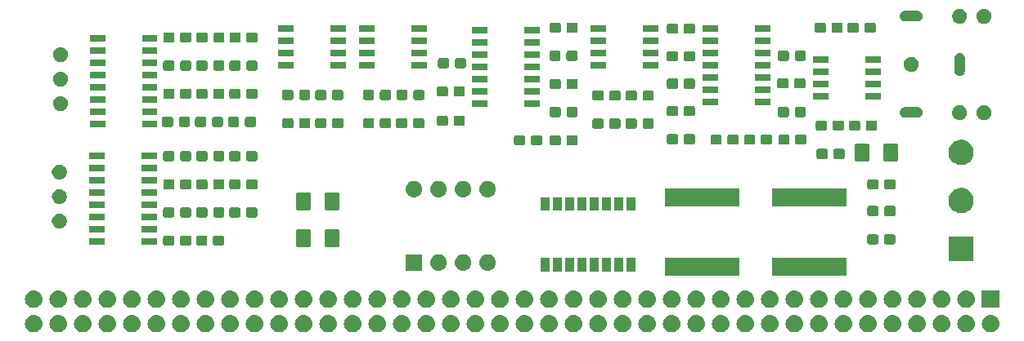
<source format=gbr>
G04 #@! TF.GenerationSoftware,KiCad,Pcbnew,(5.1.0-0)*
G04 #@! TF.CreationDate,2020-09-03T22:49:36-07:00*
G04 #@! TF.ProjectId,SoundCard,536f756e-6443-4617-9264-2e6b69636164,rev?*
G04 #@! TF.SameCoordinates,Original*
G04 #@! TF.FileFunction,Soldermask,Top*
G04 #@! TF.FilePolarity,Negative*
%FSLAX46Y46*%
G04 Gerber Fmt 4.6, Leading zero omitted, Abs format (unit mm)*
G04 Created by KiCad (PCBNEW (5.1.0-0)) date 2020-09-03 22:49:36*
%MOMM*%
%LPD*%
G04 APERTURE LIST*
%ADD10C,0.100000*%
G04 APERTURE END LIST*
D10*
G36*
X163940442Y-134995518D02*
G01*
X164006627Y-135002037D01*
X164176466Y-135053557D01*
X164332991Y-135137222D01*
X164368729Y-135166552D01*
X164470186Y-135249814D01*
X164553448Y-135351271D01*
X164582778Y-135387009D01*
X164666443Y-135543534D01*
X164717963Y-135713373D01*
X164735359Y-135890000D01*
X164717963Y-136066627D01*
X164666443Y-136236466D01*
X164582778Y-136392991D01*
X164553448Y-136428729D01*
X164470186Y-136530186D01*
X164368729Y-136613448D01*
X164332991Y-136642778D01*
X164176466Y-136726443D01*
X164006627Y-136777963D01*
X163940442Y-136784482D01*
X163874260Y-136791000D01*
X163785740Y-136791000D01*
X163719558Y-136784482D01*
X163653373Y-136777963D01*
X163483534Y-136726443D01*
X163327009Y-136642778D01*
X163291271Y-136613448D01*
X163189814Y-136530186D01*
X163106552Y-136428729D01*
X163077222Y-136392991D01*
X162993557Y-136236466D01*
X162942037Y-136066627D01*
X162924641Y-135890000D01*
X162942037Y-135713373D01*
X162993557Y-135543534D01*
X163077222Y-135387009D01*
X163106552Y-135351271D01*
X163189814Y-135249814D01*
X163291271Y-135166552D01*
X163327009Y-135137222D01*
X163483534Y-135053557D01*
X163653373Y-135002037D01*
X163719558Y-134995518D01*
X163785740Y-134989000D01*
X163874260Y-134989000D01*
X163940442Y-134995518D01*
X163940442Y-134995518D01*
G37*
G36*
X161400442Y-134995518D02*
G01*
X161466627Y-135002037D01*
X161636466Y-135053557D01*
X161792991Y-135137222D01*
X161828729Y-135166552D01*
X161930186Y-135249814D01*
X162013448Y-135351271D01*
X162042778Y-135387009D01*
X162126443Y-135543534D01*
X162177963Y-135713373D01*
X162195359Y-135890000D01*
X162177963Y-136066627D01*
X162126443Y-136236466D01*
X162042778Y-136392991D01*
X162013448Y-136428729D01*
X161930186Y-136530186D01*
X161828729Y-136613448D01*
X161792991Y-136642778D01*
X161636466Y-136726443D01*
X161466627Y-136777963D01*
X161400442Y-136784482D01*
X161334260Y-136791000D01*
X161245740Y-136791000D01*
X161179558Y-136784482D01*
X161113373Y-136777963D01*
X160943534Y-136726443D01*
X160787009Y-136642778D01*
X160751271Y-136613448D01*
X160649814Y-136530186D01*
X160566552Y-136428729D01*
X160537222Y-136392991D01*
X160453557Y-136236466D01*
X160402037Y-136066627D01*
X160384641Y-135890000D01*
X160402037Y-135713373D01*
X160453557Y-135543534D01*
X160537222Y-135387009D01*
X160566552Y-135351271D01*
X160649814Y-135249814D01*
X160751271Y-135166552D01*
X160787009Y-135137222D01*
X160943534Y-135053557D01*
X161113373Y-135002037D01*
X161179558Y-134995518D01*
X161245740Y-134989000D01*
X161334260Y-134989000D01*
X161400442Y-134995518D01*
X161400442Y-134995518D01*
G37*
G36*
X158860442Y-134995518D02*
G01*
X158926627Y-135002037D01*
X159096466Y-135053557D01*
X159252991Y-135137222D01*
X159288729Y-135166552D01*
X159390186Y-135249814D01*
X159473448Y-135351271D01*
X159502778Y-135387009D01*
X159586443Y-135543534D01*
X159637963Y-135713373D01*
X159655359Y-135890000D01*
X159637963Y-136066627D01*
X159586443Y-136236466D01*
X159502778Y-136392991D01*
X159473448Y-136428729D01*
X159390186Y-136530186D01*
X159288729Y-136613448D01*
X159252991Y-136642778D01*
X159096466Y-136726443D01*
X158926627Y-136777963D01*
X158860442Y-136784482D01*
X158794260Y-136791000D01*
X158705740Y-136791000D01*
X158639558Y-136784482D01*
X158573373Y-136777963D01*
X158403534Y-136726443D01*
X158247009Y-136642778D01*
X158211271Y-136613448D01*
X158109814Y-136530186D01*
X158026552Y-136428729D01*
X157997222Y-136392991D01*
X157913557Y-136236466D01*
X157862037Y-136066627D01*
X157844641Y-135890000D01*
X157862037Y-135713373D01*
X157913557Y-135543534D01*
X157997222Y-135387009D01*
X158026552Y-135351271D01*
X158109814Y-135249814D01*
X158211271Y-135166552D01*
X158247009Y-135137222D01*
X158403534Y-135053557D01*
X158573373Y-135002037D01*
X158639558Y-134995518D01*
X158705740Y-134989000D01*
X158794260Y-134989000D01*
X158860442Y-134995518D01*
X158860442Y-134995518D01*
G37*
G36*
X156320442Y-134995518D02*
G01*
X156386627Y-135002037D01*
X156556466Y-135053557D01*
X156712991Y-135137222D01*
X156748729Y-135166552D01*
X156850186Y-135249814D01*
X156933448Y-135351271D01*
X156962778Y-135387009D01*
X157046443Y-135543534D01*
X157097963Y-135713373D01*
X157115359Y-135890000D01*
X157097963Y-136066627D01*
X157046443Y-136236466D01*
X156962778Y-136392991D01*
X156933448Y-136428729D01*
X156850186Y-136530186D01*
X156748729Y-136613448D01*
X156712991Y-136642778D01*
X156556466Y-136726443D01*
X156386627Y-136777963D01*
X156320442Y-136784482D01*
X156254260Y-136791000D01*
X156165740Y-136791000D01*
X156099558Y-136784482D01*
X156033373Y-136777963D01*
X155863534Y-136726443D01*
X155707009Y-136642778D01*
X155671271Y-136613448D01*
X155569814Y-136530186D01*
X155486552Y-136428729D01*
X155457222Y-136392991D01*
X155373557Y-136236466D01*
X155322037Y-136066627D01*
X155304641Y-135890000D01*
X155322037Y-135713373D01*
X155373557Y-135543534D01*
X155457222Y-135387009D01*
X155486552Y-135351271D01*
X155569814Y-135249814D01*
X155671271Y-135166552D01*
X155707009Y-135137222D01*
X155863534Y-135053557D01*
X156033373Y-135002037D01*
X156099558Y-134995518D01*
X156165740Y-134989000D01*
X156254260Y-134989000D01*
X156320442Y-134995518D01*
X156320442Y-134995518D01*
G37*
G36*
X153780442Y-134995518D02*
G01*
X153846627Y-135002037D01*
X154016466Y-135053557D01*
X154172991Y-135137222D01*
X154208729Y-135166552D01*
X154310186Y-135249814D01*
X154393448Y-135351271D01*
X154422778Y-135387009D01*
X154506443Y-135543534D01*
X154557963Y-135713373D01*
X154575359Y-135890000D01*
X154557963Y-136066627D01*
X154506443Y-136236466D01*
X154422778Y-136392991D01*
X154393448Y-136428729D01*
X154310186Y-136530186D01*
X154208729Y-136613448D01*
X154172991Y-136642778D01*
X154016466Y-136726443D01*
X153846627Y-136777963D01*
X153780442Y-136784482D01*
X153714260Y-136791000D01*
X153625740Y-136791000D01*
X153559558Y-136784482D01*
X153493373Y-136777963D01*
X153323534Y-136726443D01*
X153167009Y-136642778D01*
X153131271Y-136613448D01*
X153029814Y-136530186D01*
X152946552Y-136428729D01*
X152917222Y-136392991D01*
X152833557Y-136236466D01*
X152782037Y-136066627D01*
X152764641Y-135890000D01*
X152782037Y-135713373D01*
X152833557Y-135543534D01*
X152917222Y-135387009D01*
X152946552Y-135351271D01*
X153029814Y-135249814D01*
X153131271Y-135166552D01*
X153167009Y-135137222D01*
X153323534Y-135053557D01*
X153493373Y-135002037D01*
X153559558Y-134995518D01*
X153625740Y-134989000D01*
X153714260Y-134989000D01*
X153780442Y-134995518D01*
X153780442Y-134995518D01*
G37*
G36*
X151240442Y-134995518D02*
G01*
X151306627Y-135002037D01*
X151476466Y-135053557D01*
X151632991Y-135137222D01*
X151668729Y-135166552D01*
X151770186Y-135249814D01*
X151853448Y-135351271D01*
X151882778Y-135387009D01*
X151966443Y-135543534D01*
X152017963Y-135713373D01*
X152035359Y-135890000D01*
X152017963Y-136066627D01*
X151966443Y-136236466D01*
X151882778Y-136392991D01*
X151853448Y-136428729D01*
X151770186Y-136530186D01*
X151668729Y-136613448D01*
X151632991Y-136642778D01*
X151476466Y-136726443D01*
X151306627Y-136777963D01*
X151240442Y-136784482D01*
X151174260Y-136791000D01*
X151085740Y-136791000D01*
X151019558Y-136784482D01*
X150953373Y-136777963D01*
X150783534Y-136726443D01*
X150627009Y-136642778D01*
X150591271Y-136613448D01*
X150489814Y-136530186D01*
X150406552Y-136428729D01*
X150377222Y-136392991D01*
X150293557Y-136236466D01*
X150242037Y-136066627D01*
X150224641Y-135890000D01*
X150242037Y-135713373D01*
X150293557Y-135543534D01*
X150377222Y-135387009D01*
X150406552Y-135351271D01*
X150489814Y-135249814D01*
X150591271Y-135166552D01*
X150627009Y-135137222D01*
X150783534Y-135053557D01*
X150953373Y-135002037D01*
X151019558Y-134995518D01*
X151085740Y-134989000D01*
X151174260Y-134989000D01*
X151240442Y-134995518D01*
X151240442Y-134995518D01*
G37*
G36*
X148700442Y-134995518D02*
G01*
X148766627Y-135002037D01*
X148936466Y-135053557D01*
X149092991Y-135137222D01*
X149128729Y-135166552D01*
X149230186Y-135249814D01*
X149313448Y-135351271D01*
X149342778Y-135387009D01*
X149426443Y-135543534D01*
X149477963Y-135713373D01*
X149495359Y-135890000D01*
X149477963Y-136066627D01*
X149426443Y-136236466D01*
X149342778Y-136392991D01*
X149313448Y-136428729D01*
X149230186Y-136530186D01*
X149128729Y-136613448D01*
X149092991Y-136642778D01*
X148936466Y-136726443D01*
X148766627Y-136777963D01*
X148700442Y-136784482D01*
X148634260Y-136791000D01*
X148545740Y-136791000D01*
X148479558Y-136784482D01*
X148413373Y-136777963D01*
X148243534Y-136726443D01*
X148087009Y-136642778D01*
X148051271Y-136613448D01*
X147949814Y-136530186D01*
X147866552Y-136428729D01*
X147837222Y-136392991D01*
X147753557Y-136236466D01*
X147702037Y-136066627D01*
X147684641Y-135890000D01*
X147702037Y-135713373D01*
X147753557Y-135543534D01*
X147837222Y-135387009D01*
X147866552Y-135351271D01*
X147949814Y-135249814D01*
X148051271Y-135166552D01*
X148087009Y-135137222D01*
X148243534Y-135053557D01*
X148413373Y-135002037D01*
X148479558Y-134995518D01*
X148545740Y-134989000D01*
X148634260Y-134989000D01*
X148700442Y-134995518D01*
X148700442Y-134995518D01*
G37*
G36*
X146160442Y-134995518D02*
G01*
X146226627Y-135002037D01*
X146396466Y-135053557D01*
X146552991Y-135137222D01*
X146588729Y-135166552D01*
X146690186Y-135249814D01*
X146773448Y-135351271D01*
X146802778Y-135387009D01*
X146886443Y-135543534D01*
X146937963Y-135713373D01*
X146955359Y-135890000D01*
X146937963Y-136066627D01*
X146886443Y-136236466D01*
X146802778Y-136392991D01*
X146773448Y-136428729D01*
X146690186Y-136530186D01*
X146588729Y-136613448D01*
X146552991Y-136642778D01*
X146396466Y-136726443D01*
X146226627Y-136777963D01*
X146160442Y-136784482D01*
X146094260Y-136791000D01*
X146005740Y-136791000D01*
X145939558Y-136784482D01*
X145873373Y-136777963D01*
X145703534Y-136726443D01*
X145547009Y-136642778D01*
X145511271Y-136613448D01*
X145409814Y-136530186D01*
X145326552Y-136428729D01*
X145297222Y-136392991D01*
X145213557Y-136236466D01*
X145162037Y-136066627D01*
X145144641Y-135890000D01*
X145162037Y-135713373D01*
X145213557Y-135543534D01*
X145297222Y-135387009D01*
X145326552Y-135351271D01*
X145409814Y-135249814D01*
X145511271Y-135166552D01*
X145547009Y-135137222D01*
X145703534Y-135053557D01*
X145873373Y-135002037D01*
X145939558Y-134995518D01*
X146005740Y-134989000D01*
X146094260Y-134989000D01*
X146160442Y-134995518D01*
X146160442Y-134995518D01*
G37*
G36*
X143620442Y-134995518D02*
G01*
X143686627Y-135002037D01*
X143856466Y-135053557D01*
X144012991Y-135137222D01*
X144048729Y-135166552D01*
X144150186Y-135249814D01*
X144233448Y-135351271D01*
X144262778Y-135387009D01*
X144346443Y-135543534D01*
X144397963Y-135713373D01*
X144415359Y-135890000D01*
X144397963Y-136066627D01*
X144346443Y-136236466D01*
X144262778Y-136392991D01*
X144233448Y-136428729D01*
X144150186Y-136530186D01*
X144048729Y-136613448D01*
X144012991Y-136642778D01*
X143856466Y-136726443D01*
X143686627Y-136777963D01*
X143620442Y-136784482D01*
X143554260Y-136791000D01*
X143465740Y-136791000D01*
X143399558Y-136784482D01*
X143333373Y-136777963D01*
X143163534Y-136726443D01*
X143007009Y-136642778D01*
X142971271Y-136613448D01*
X142869814Y-136530186D01*
X142786552Y-136428729D01*
X142757222Y-136392991D01*
X142673557Y-136236466D01*
X142622037Y-136066627D01*
X142604641Y-135890000D01*
X142622037Y-135713373D01*
X142673557Y-135543534D01*
X142757222Y-135387009D01*
X142786552Y-135351271D01*
X142869814Y-135249814D01*
X142971271Y-135166552D01*
X143007009Y-135137222D01*
X143163534Y-135053557D01*
X143333373Y-135002037D01*
X143399558Y-134995518D01*
X143465740Y-134989000D01*
X143554260Y-134989000D01*
X143620442Y-134995518D01*
X143620442Y-134995518D01*
G37*
G36*
X141080442Y-134995518D02*
G01*
X141146627Y-135002037D01*
X141316466Y-135053557D01*
X141472991Y-135137222D01*
X141508729Y-135166552D01*
X141610186Y-135249814D01*
X141693448Y-135351271D01*
X141722778Y-135387009D01*
X141806443Y-135543534D01*
X141857963Y-135713373D01*
X141875359Y-135890000D01*
X141857963Y-136066627D01*
X141806443Y-136236466D01*
X141722778Y-136392991D01*
X141693448Y-136428729D01*
X141610186Y-136530186D01*
X141508729Y-136613448D01*
X141472991Y-136642778D01*
X141316466Y-136726443D01*
X141146627Y-136777963D01*
X141080442Y-136784482D01*
X141014260Y-136791000D01*
X140925740Y-136791000D01*
X140859558Y-136784482D01*
X140793373Y-136777963D01*
X140623534Y-136726443D01*
X140467009Y-136642778D01*
X140431271Y-136613448D01*
X140329814Y-136530186D01*
X140246552Y-136428729D01*
X140217222Y-136392991D01*
X140133557Y-136236466D01*
X140082037Y-136066627D01*
X140064641Y-135890000D01*
X140082037Y-135713373D01*
X140133557Y-135543534D01*
X140217222Y-135387009D01*
X140246552Y-135351271D01*
X140329814Y-135249814D01*
X140431271Y-135166552D01*
X140467009Y-135137222D01*
X140623534Y-135053557D01*
X140793373Y-135002037D01*
X140859558Y-134995518D01*
X140925740Y-134989000D01*
X141014260Y-134989000D01*
X141080442Y-134995518D01*
X141080442Y-134995518D01*
G37*
G36*
X138540442Y-134995518D02*
G01*
X138606627Y-135002037D01*
X138776466Y-135053557D01*
X138932991Y-135137222D01*
X138968729Y-135166552D01*
X139070186Y-135249814D01*
X139153448Y-135351271D01*
X139182778Y-135387009D01*
X139266443Y-135543534D01*
X139317963Y-135713373D01*
X139335359Y-135890000D01*
X139317963Y-136066627D01*
X139266443Y-136236466D01*
X139182778Y-136392991D01*
X139153448Y-136428729D01*
X139070186Y-136530186D01*
X138968729Y-136613448D01*
X138932991Y-136642778D01*
X138776466Y-136726443D01*
X138606627Y-136777963D01*
X138540442Y-136784482D01*
X138474260Y-136791000D01*
X138385740Y-136791000D01*
X138319558Y-136784482D01*
X138253373Y-136777963D01*
X138083534Y-136726443D01*
X137927009Y-136642778D01*
X137891271Y-136613448D01*
X137789814Y-136530186D01*
X137706552Y-136428729D01*
X137677222Y-136392991D01*
X137593557Y-136236466D01*
X137542037Y-136066627D01*
X137524641Y-135890000D01*
X137542037Y-135713373D01*
X137593557Y-135543534D01*
X137677222Y-135387009D01*
X137706552Y-135351271D01*
X137789814Y-135249814D01*
X137891271Y-135166552D01*
X137927009Y-135137222D01*
X138083534Y-135053557D01*
X138253373Y-135002037D01*
X138319558Y-134995518D01*
X138385740Y-134989000D01*
X138474260Y-134989000D01*
X138540442Y-134995518D01*
X138540442Y-134995518D01*
G37*
G36*
X136000442Y-134995518D02*
G01*
X136066627Y-135002037D01*
X136236466Y-135053557D01*
X136392991Y-135137222D01*
X136428729Y-135166552D01*
X136530186Y-135249814D01*
X136613448Y-135351271D01*
X136642778Y-135387009D01*
X136726443Y-135543534D01*
X136777963Y-135713373D01*
X136795359Y-135890000D01*
X136777963Y-136066627D01*
X136726443Y-136236466D01*
X136642778Y-136392991D01*
X136613448Y-136428729D01*
X136530186Y-136530186D01*
X136428729Y-136613448D01*
X136392991Y-136642778D01*
X136236466Y-136726443D01*
X136066627Y-136777963D01*
X136000442Y-136784482D01*
X135934260Y-136791000D01*
X135845740Y-136791000D01*
X135779558Y-136784482D01*
X135713373Y-136777963D01*
X135543534Y-136726443D01*
X135387009Y-136642778D01*
X135351271Y-136613448D01*
X135249814Y-136530186D01*
X135166552Y-136428729D01*
X135137222Y-136392991D01*
X135053557Y-136236466D01*
X135002037Y-136066627D01*
X134984641Y-135890000D01*
X135002037Y-135713373D01*
X135053557Y-135543534D01*
X135137222Y-135387009D01*
X135166552Y-135351271D01*
X135249814Y-135249814D01*
X135351271Y-135166552D01*
X135387009Y-135137222D01*
X135543534Y-135053557D01*
X135713373Y-135002037D01*
X135779558Y-134995518D01*
X135845740Y-134989000D01*
X135934260Y-134989000D01*
X136000442Y-134995518D01*
X136000442Y-134995518D01*
G37*
G36*
X133460442Y-134995518D02*
G01*
X133526627Y-135002037D01*
X133696466Y-135053557D01*
X133852991Y-135137222D01*
X133888729Y-135166552D01*
X133990186Y-135249814D01*
X134073448Y-135351271D01*
X134102778Y-135387009D01*
X134186443Y-135543534D01*
X134237963Y-135713373D01*
X134255359Y-135890000D01*
X134237963Y-136066627D01*
X134186443Y-136236466D01*
X134102778Y-136392991D01*
X134073448Y-136428729D01*
X133990186Y-136530186D01*
X133888729Y-136613448D01*
X133852991Y-136642778D01*
X133696466Y-136726443D01*
X133526627Y-136777963D01*
X133460442Y-136784482D01*
X133394260Y-136791000D01*
X133305740Y-136791000D01*
X133239558Y-136784482D01*
X133173373Y-136777963D01*
X133003534Y-136726443D01*
X132847009Y-136642778D01*
X132811271Y-136613448D01*
X132709814Y-136530186D01*
X132626552Y-136428729D01*
X132597222Y-136392991D01*
X132513557Y-136236466D01*
X132462037Y-136066627D01*
X132444641Y-135890000D01*
X132462037Y-135713373D01*
X132513557Y-135543534D01*
X132597222Y-135387009D01*
X132626552Y-135351271D01*
X132709814Y-135249814D01*
X132811271Y-135166552D01*
X132847009Y-135137222D01*
X133003534Y-135053557D01*
X133173373Y-135002037D01*
X133239558Y-134995518D01*
X133305740Y-134989000D01*
X133394260Y-134989000D01*
X133460442Y-134995518D01*
X133460442Y-134995518D01*
G37*
G36*
X130920442Y-134995518D02*
G01*
X130986627Y-135002037D01*
X131156466Y-135053557D01*
X131312991Y-135137222D01*
X131348729Y-135166552D01*
X131450186Y-135249814D01*
X131533448Y-135351271D01*
X131562778Y-135387009D01*
X131646443Y-135543534D01*
X131697963Y-135713373D01*
X131715359Y-135890000D01*
X131697963Y-136066627D01*
X131646443Y-136236466D01*
X131562778Y-136392991D01*
X131533448Y-136428729D01*
X131450186Y-136530186D01*
X131348729Y-136613448D01*
X131312991Y-136642778D01*
X131156466Y-136726443D01*
X130986627Y-136777963D01*
X130920442Y-136784482D01*
X130854260Y-136791000D01*
X130765740Y-136791000D01*
X130699558Y-136784482D01*
X130633373Y-136777963D01*
X130463534Y-136726443D01*
X130307009Y-136642778D01*
X130271271Y-136613448D01*
X130169814Y-136530186D01*
X130086552Y-136428729D01*
X130057222Y-136392991D01*
X129973557Y-136236466D01*
X129922037Y-136066627D01*
X129904641Y-135890000D01*
X129922037Y-135713373D01*
X129973557Y-135543534D01*
X130057222Y-135387009D01*
X130086552Y-135351271D01*
X130169814Y-135249814D01*
X130271271Y-135166552D01*
X130307009Y-135137222D01*
X130463534Y-135053557D01*
X130633373Y-135002037D01*
X130699558Y-134995518D01*
X130765740Y-134989000D01*
X130854260Y-134989000D01*
X130920442Y-134995518D01*
X130920442Y-134995518D01*
G37*
G36*
X128380442Y-134995518D02*
G01*
X128446627Y-135002037D01*
X128616466Y-135053557D01*
X128772991Y-135137222D01*
X128808729Y-135166552D01*
X128910186Y-135249814D01*
X128993448Y-135351271D01*
X129022778Y-135387009D01*
X129106443Y-135543534D01*
X129157963Y-135713373D01*
X129175359Y-135890000D01*
X129157963Y-136066627D01*
X129106443Y-136236466D01*
X129022778Y-136392991D01*
X128993448Y-136428729D01*
X128910186Y-136530186D01*
X128808729Y-136613448D01*
X128772991Y-136642778D01*
X128616466Y-136726443D01*
X128446627Y-136777963D01*
X128380442Y-136784482D01*
X128314260Y-136791000D01*
X128225740Y-136791000D01*
X128159558Y-136784482D01*
X128093373Y-136777963D01*
X127923534Y-136726443D01*
X127767009Y-136642778D01*
X127731271Y-136613448D01*
X127629814Y-136530186D01*
X127546552Y-136428729D01*
X127517222Y-136392991D01*
X127433557Y-136236466D01*
X127382037Y-136066627D01*
X127364641Y-135890000D01*
X127382037Y-135713373D01*
X127433557Y-135543534D01*
X127517222Y-135387009D01*
X127546552Y-135351271D01*
X127629814Y-135249814D01*
X127731271Y-135166552D01*
X127767009Y-135137222D01*
X127923534Y-135053557D01*
X128093373Y-135002037D01*
X128159558Y-134995518D01*
X128225740Y-134989000D01*
X128314260Y-134989000D01*
X128380442Y-134995518D01*
X128380442Y-134995518D01*
G37*
G36*
X125840442Y-134995518D02*
G01*
X125906627Y-135002037D01*
X126076466Y-135053557D01*
X126232991Y-135137222D01*
X126268729Y-135166552D01*
X126370186Y-135249814D01*
X126453448Y-135351271D01*
X126482778Y-135387009D01*
X126566443Y-135543534D01*
X126617963Y-135713373D01*
X126635359Y-135890000D01*
X126617963Y-136066627D01*
X126566443Y-136236466D01*
X126482778Y-136392991D01*
X126453448Y-136428729D01*
X126370186Y-136530186D01*
X126268729Y-136613448D01*
X126232991Y-136642778D01*
X126076466Y-136726443D01*
X125906627Y-136777963D01*
X125840442Y-136784482D01*
X125774260Y-136791000D01*
X125685740Y-136791000D01*
X125619558Y-136784482D01*
X125553373Y-136777963D01*
X125383534Y-136726443D01*
X125227009Y-136642778D01*
X125191271Y-136613448D01*
X125089814Y-136530186D01*
X125006552Y-136428729D01*
X124977222Y-136392991D01*
X124893557Y-136236466D01*
X124842037Y-136066627D01*
X124824641Y-135890000D01*
X124842037Y-135713373D01*
X124893557Y-135543534D01*
X124977222Y-135387009D01*
X125006552Y-135351271D01*
X125089814Y-135249814D01*
X125191271Y-135166552D01*
X125227009Y-135137222D01*
X125383534Y-135053557D01*
X125553373Y-135002037D01*
X125619558Y-134995518D01*
X125685740Y-134989000D01*
X125774260Y-134989000D01*
X125840442Y-134995518D01*
X125840442Y-134995518D01*
G37*
G36*
X123300442Y-134995518D02*
G01*
X123366627Y-135002037D01*
X123536466Y-135053557D01*
X123692991Y-135137222D01*
X123728729Y-135166552D01*
X123830186Y-135249814D01*
X123913448Y-135351271D01*
X123942778Y-135387009D01*
X124026443Y-135543534D01*
X124077963Y-135713373D01*
X124095359Y-135890000D01*
X124077963Y-136066627D01*
X124026443Y-136236466D01*
X123942778Y-136392991D01*
X123913448Y-136428729D01*
X123830186Y-136530186D01*
X123728729Y-136613448D01*
X123692991Y-136642778D01*
X123536466Y-136726443D01*
X123366627Y-136777963D01*
X123300442Y-136784482D01*
X123234260Y-136791000D01*
X123145740Y-136791000D01*
X123079558Y-136784482D01*
X123013373Y-136777963D01*
X122843534Y-136726443D01*
X122687009Y-136642778D01*
X122651271Y-136613448D01*
X122549814Y-136530186D01*
X122466552Y-136428729D01*
X122437222Y-136392991D01*
X122353557Y-136236466D01*
X122302037Y-136066627D01*
X122284641Y-135890000D01*
X122302037Y-135713373D01*
X122353557Y-135543534D01*
X122437222Y-135387009D01*
X122466552Y-135351271D01*
X122549814Y-135249814D01*
X122651271Y-135166552D01*
X122687009Y-135137222D01*
X122843534Y-135053557D01*
X123013373Y-135002037D01*
X123079558Y-134995518D01*
X123145740Y-134989000D01*
X123234260Y-134989000D01*
X123300442Y-134995518D01*
X123300442Y-134995518D01*
G37*
G36*
X120760442Y-134995518D02*
G01*
X120826627Y-135002037D01*
X120996466Y-135053557D01*
X121152991Y-135137222D01*
X121188729Y-135166552D01*
X121290186Y-135249814D01*
X121373448Y-135351271D01*
X121402778Y-135387009D01*
X121486443Y-135543534D01*
X121537963Y-135713373D01*
X121555359Y-135890000D01*
X121537963Y-136066627D01*
X121486443Y-136236466D01*
X121402778Y-136392991D01*
X121373448Y-136428729D01*
X121290186Y-136530186D01*
X121188729Y-136613448D01*
X121152991Y-136642778D01*
X120996466Y-136726443D01*
X120826627Y-136777963D01*
X120760442Y-136784482D01*
X120694260Y-136791000D01*
X120605740Y-136791000D01*
X120539558Y-136784482D01*
X120473373Y-136777963D01*
X120303534Y-136726443D01*
X120147009Y-136642778D01*
X120111271Y-136613448D01*
X120009814Y-136530186D01*
X119926552Y-136428729D01*
X119897222Y-136392991D01*
X119813557Y-136236466D01*
X119762037Y-136066627D01*
X119744641Y-135890000D01*
X119762037Y-135713373D01*
X119813557Y-135543534D01*
X119897222Y-135387009D01*
X119926552Y-135351271D01*
X120009814Y-135249814D01*
X120111271Y-135166552D01*
X120147009Y-135137222D01*
X120303534Y-135053557D01*
X120473373Y-135002037D01*
X120539558Y-134995518D01*
X120605740Y-134989000D01*
X120694260Y-134989000D01*
X120760442Y-134995518D01*
X120760442Y-134995518D01*
G37*
G36*
X118220442Y-134995518D02*
G01*
X118286627Y-135002037D01*
X118456466Y-135053557D01*
X118612991Y-135137222D01*
X118648729Y-135166552D01*
X118750186Y-135249814D01*
X118833448Y-135351271D01*
X118862778Y-135387009D01*
X118946443Y-135543534D01*
X118997963Y-135713373D01*
X119015359Y-135890000D01*
X118997963Y-136066627D01*
X118946443Y-136236466D01*
X118862778Y-136392991D01*
X118833448Y-136428729D01*
X118750186Y-136530186D01*
X118648729Y-136613448D01*
X118612991Y-136642778D01*
X118456466Y-136726443D01*
X118286627Y-136777963D01*
X118220442Y-136784482D01*
X118154260Y-136791000D01*
X118065740Y-136791000D01*
X117999558Y-136784482D01*
X117933373Y-136777963D01*
X117763534Y-136726443D01*
X117607009Y-136642778D01*
X117571271Y-136613448D01*
X117469814Y-136530186D01*
X117386552Y-136428729D01*
X117357222Y-136392991D01*
X117273557Y-136236466D01*
X117222037Y-136066627D01*
X117204641Y-135890000D01*
X117222037Y-135713373D01*
X117273557Y-135543534D01*
X117357222Y-135387009D01*
X117386552Y-135351271D01*
X117469814Y-135249814D01*
X117571271Y-135166552D01*
X117607009Y-135137222D01*
X117763534Y-135053557D01*
X117933373Y-135002037D01*
X117999558Y-134995518D01*
X118065740Y-134989000D01*
X118154260Y-134989000D01*
X118220442Y-134995518D01*
X118220442Y-134995518D01*
G37*
G36*
X115680442Y-134995518D02*
G01*
X115746627Y-135002037D01*
X115916466Y-135053557D01*
X116072991Y-135137222D01*
X116108729Y-135166552D01*
X116210186Y-135249814D01*
X116293448Y-135351271D01*
X116322778Y-135387009D01*
X116406443Y-135543534D01*
X116457963Y-135713373D01*
X116475359Y-135890000D01*
X116457963Y-136066627D01*
X116406443Y-136236466D01*
X116322778Y-136392991D01*
X116293448Y-136428729D01*
X116210186Y-136530186D01*
X116108729Y-136613448D01*
X116072991Y-136642778D01*
X115916466Y-136726443D01*
X115746627Y-136777963D01*
X115680442Y-136784482D01*
X115614260Y-136791000D01*
X115525740Y-136791000D01*
X115459558Y-136784482D01*
X115393373Y-136777963D01*
X115223534Y-136726443D01*
X115067009Y-136642778D01*
X115031271Y-136613448D01*
X114929814Y-136530186D01*
X114846552Y-136428729D01*
X114817222Y-136392991D01*
X114733557Y-136236466D01*
X114682037Y-136066627D01*
X114664641Y-135890000D01*
X114682037Y-135713373D01*
X114733557Y-135543534D01*
X114817222Y-135387009D01*
X114846552Y-135351271D01*
X114929814Y-135249814D01*
X115031271Y-135166552D01*
X115067009Y-135137222D01*
X115223534Y-135053557D01*
X115393373Y-135002037D01*
X115459558Y-134995518D01*
X115525740Y-134989000D01*
X115614260Y-134989000D01*
X115680442Y-134995518D01*
X115680442Y-134995518D01*
G37*
G36*
X113140442Y-134995518D02*
G01*
X113206627Y-135002037D01*
X113376466Y-135053557D01*
X113532991Y-135137222D01*
X113568729Y-135166552D01*
X113670186Y-135249814D01*
X113753448Y-135351271D01*
X113782778Y-135387009D01*
X113866443Y-135543534D01*
X113917963Y-135713373D01*
X113935359Y-135890000D01*
X113917963Y-136066627D01*
X113866443Y-136236466D01*
X113782778Y-136392991D01*
X113753448Y-136428729D01*
X113670186Y-136530186D01*
X113568729Y-136613448D01*
X113532991Y-136642778D01*
X113376466Y-136726443D01*
X113206627Y-136777963D01*
X113140442Y-136784482D01*
X113074260Y-136791000D01*
X112985740Y-136791000D01*
X112919558Y-136784482D01*
X112853373Y-136777963D01*
X112683534Y-136726443D01*
X112527009Y-136642778D01*
X112491271Y-136613448D01*
X112389814Y-136530186D01*
X112306552Y-136428729D01*
X112277222Y-136392991D01*
X112193557Y-136236466D01*
X112142037Y-136066627D01*
X112124641Y-135890000D01*
X112142037Y-135713373D01*
X112193557Y-135543534D01*
X112277222Y-135387009D01*
X112306552Y-135351271D01*
X112389814Y-135249814D01*
X112491271Y-135166552D01*
X112527009Y-135137222D01*
X112683534Y-135053557D01*
X112853373Y-135002037D01*
X112919558Y-134995518D01*
X112985740Y-134989000D01*
X113074260Y-134989000D01*
X113140442Y-134995518D01*
X113140442Y-134995518D01*
G37*
G36*
X110600442Y-134995518D02*
G01*
X110666627Y-135002037D01*
X110836466Y-135053557D01*
X110992991Y-135137222D01*
X111028729Y-135166552D01*
X111130186Y-135249814D01*
X111213448Y-135351271D01*
X111242778Y-135387009D01*
X111326443Y-135543534D01*
X111377963Y-135713373D01*
X111395359Y-135890000D01*
X111377963Y-136066627D01*
X111326443Y-136236466D01*
X111242778Y-136392991D01*
X111213448Y-136428729D01*
X111130186Y-136530186D01*
X111028729Y-136613448D01*
X110992991Y-136642778D01*
X110836466Y-136726443D01*
X110666627Y-136777963D01*
X110600442Y-136784482D01*
X110534260Y-136791000D01*
X110445740Y-136791000D01*
X110379558Y-136784482D01*
X110313373Y-136777963D01*
X110143534Y-136726443D01*
X109987009Y-136642778D01*
X109951271Y-136613448D01*
X109849814Y-136530186D01*
X109766552Y-136428729D01*
X109737222Y-136392991D01*
X109653557Y-136236466D01*
X109602037Y-136066627D01*
X109584641Y-135890000D01*
X109602037Y-135713373D01*
X109653557Y-135543534D01*
X109737222Y-135387009D01*
X109766552Y-135351271D01*
X109849814Y-135249814D01*
X109951271Y-135166552D01*
X109987009Y-135137222D01*
X110143534Y-135053557D01*
X110313373Y-135002037D01*
X110379558Y-134995518D01*
X110445740Y-134989000D01*
X110534260Y-134989000D01*
X110600442Y-134995518D01*
X110600442Y-134995518D01*
G37*
G36*
X108060442Y-134995518D02*
G01*
X108126627Y-135002037D01*
X108296466Y-135053557D01*
X108452991Y-135137222D01*
X108488729Y-135166552D01*
X108590186Y-135249814D01*
X108673448Y-135351271D01*
X108702778Y-135387009D01*
X108786443Y-135543534D01*
X108837963Y-135713373D01*
X108855359Y-135890000D01*
X108837963Y-136066627D01*
X108786443Y-136236466D01*
X108702778Y-136392991D01*
X108673448Y-136428729D01*
X108590186Y-136530186D01*
X108488729Y-136613448D01*
X108452991Y-136642778D01*
X108296466Y-136726443D01*
X108126627Y-136777963D01*
X108060442Y-136784482D01*
X107994260Y-136791000D01*
X107905740Y-136791000D01*
X107839558Y-136784482D01*
X107773373Y-136777963D01*
X107603534Y-136726443D01*
X107447009Y-136642778D01*
X107411271Y-136613448D01*
X107309814Y-136530186D01*
X107226552Y-136428729D01*
X107197222Y-136392991D01*
X107113557Y-136236466D01*
X107062037Y-136066627D01*
X107044641Y-135890000D01*
X107062037Y-135713373D01*
X107113557Y-135543534D01*
X107197222Y-135387009D01*
X107226552Y-135351271D01*
X107309814Y-135249814D01*
X107411271Y-135166552D01*
X107447009Y-135137222D01*
X107603534Y-135053557D01*
X107773373Y-135002037D01*
X107839558Y-134995518D01*
X107905740Y-134989000D01*
X107994260Y-134989000D01*
X108060442Y-134995518D01*
X108060442Y-134995518D01*
G37*
G36*
X105520442Y-134995518D02*
G01*
X105586627Y-135002037D01*
X105756466Y-135053557D01*
X105912991Y-135137222D01*
X105948729Y-135166552D01*
X106050186Y-135249814D01*
X106133448Y-135351271D01*
X106162778Y-135387009D01*
X106246443Y-135543534D01*
X106297963Y-135713373D01*
X106315359Y-135890000D01*
X106297963Y-136066627D01*
X106246443Y-136236466D01*
X106162778Y-136392991D01*
X106133448Y-136428729D01*
X106050186Y-136530186D01*
X105948729Y-136613448D01*
X105912991Y-136642778D01*
X105756466Y-136726443D01*
X105586627Y-136777963D01*
X105520442Y-136784482D01*
X105454260Y-136791000D01*
X105365740Y-136791000D01*
X105299558Y-136784482D01*
X105233373Y-136777963D01*
X105063534Y-136726443D01*
X104907009Y-136642778D01*
X104871271Y-136613448D01*
X104769814Y-136530186D01*
X104686552Y-136428729D01*
X104657222Y-136392991D01*
X104573557Y-136236466D01*
X104522037Y-136066627D01*
X104504641Y-135890000D01*
X104522037Y-135713373D01*
X104573557Y-135543534D01*
X104657222Y-135387009D01*
X104686552Y-135351271D01*
X104769814Y-135249814D01*
X104871271Y-135166552D01*
X104907009Y-135137222D01*
X105063534Y-135053557D01*
X105233373Y-135002037D01*
X105299558Y-134995518D01*
X105365740Y-134989000D01*
X105454260Y-134989000D01*
X105520442Y-134995518D01*
X105520442Y-134995518D01*
G37*
G36*
X102980442Y-134995518D02*
G01*
X103046627Y-135002037D01*
X103216466Y-135053557D01*
X103372991Y-135137222D01*
X103408729Y-135166552D01*
X103510186Y-135249814D01*
X103593448Y-135351271D01*
X103622778Y-135387009D01*
X103706443Y-135543534D01*
X103757963Y-135713373D01*
X103775359Y-135890000D01*
X103757963Y-136066627D01*
X103706443Y-136236466D01*
X103622778Y-136392991D01*
X103593448Y-136428729D01*
X103510186Y-136530186D01*
X103408729Y-136613448D01*
X103372991Y-136642778D01*
X103216466Y-136726443D01*
X103046627Y-136777963D01*
X102980442Y-136784482D01*
X102914260Y-136791000D01*
X102825740Y-136791000D01*
X102759558Y-136784482D01*
X102693373Y-136777963D01*
X102523534Y-136726443D01*
X102367009Y-136642778D01*
X102331271Y-136613448D01*
X102229814Y-136530186D01*
X102146552Y-136428729D01*
X102117222Y-136392991D01*
X102033557Y-136236466D01*
X101982037Y-136066627D01*
X101964641Y-135890000D01*
X101982037Y-135713373D01*
X102033557Y-135543534D01*
X102117222Y-135387009D01*
X102146552Y-135351271D01*
X102229814Y-135249814D01*
X102331271Y-135166552D01*
X102367009Y-135137222D01*
X102523534Y-135053557D01*
X102693373Y-135002037D01*
X102759558Y-134995518D01*
X102825740Y-134989000D01*
X102914260Y-134989000D01*
X102980442Y-134995518D01*
X102980442Y-134995518D01*
G37*
G36*
X100440442Y-134995518D02*
G01*
X100506627Y-135002037D01*
X100676466Y-135053557D01*
X100832991Y-135137222D01*
X100868729Y-135166552D01*
X100970186Y-135249814D01*
X101053448Y-135351271D01*
X101082778Y-135387009D01*
X101166443Y-135543534D01*
X101217963Y-135713373D01*
X101235359Y-135890000D01*
X101217963Y-136066627D01*
X101166443Y-136236466D01*
X101082778Y-136392991D01*
X101053448Y-136428729D01*
X100970186Y-136530186D01*
X100868729Y-136613448D01*
X100832991Y-136642778D01*
X100676466Y-136726443D01*
X100506627Y-136777963D01*
X100440442Y-136784482D01*
X100374260Y-136791000D01*
X100285740Y-136791000D01*
X100219558Y-136784482D01*
X100153373Y-136777963D01*
X99983534Y-136726443D01*
X99827009Y-136642778D01*
X99791271Y-136613448D01*
X99689814Y-136530186D01*
X99606552Y-136428729D01*
X99577222Y-136392991D01*
X99493557Y-136236466D01*
X99442037Y-136066627D01*
X99424641Y-135890000D01*
X99442037Y-135713373D01*
X99493557Y-135543534D01*
X99577222Y-135387009D01*
X99606552Y-135351271D01*
X99689814Y-135249814D01*
X99791271Y-135166552D01*
X99827009Y-135137222D01*
X99983534Y-135053557D01*
X100153373Y-135002037D01*
X100219558Y-134995518D01*
X100285740Y-134989000D01*
X100374260Y-134989000D01*
X100440442Y-134995518D01*
X100440442Y-134995518D01*
G37*
G36*
X97900442Y-134995518D02*
G01*
X97966627Y-135002037D01*
X98136466Y-135053557D01*
X98292991Y-135137222D01*
X98328729Y-135166552D01*
X98430186Y-135249814D01*
X98513448Y-135351271D01*
X98542778Y-135387009D01*
X98626443Y-135543534D01*
X98677963Y-135713373D01*
X98695359Y-135890000D01*
X98677963Y-136066627D01*
X98626443Y-136236466D01*
X98542778Y-136392991D01*
X98513448Y-136428729D01*
X98430186Y-136530186D01*
X98328729Y-136613448D01*
X98292991Y-136642778D01*
X98136466Y-136726443D01*
X97966627Y-136777963D01*
X97900442Y-136784482D01*
X97834260Y-136791000D01*
X97745740Y-136791000D01*
X97679558Y-136784482D01*
X97613373Y-136777963D01*
X97443534Y-136726443D01*
X97287009Y-136642778D01*
X97251271Y-136613448D01*
X97149814Y-136530186D01*
X97066552Y-136428729D01*
X97037222Y-136392991D01*
X96953557Y-136236466D01*
X96902037Y-136066627D01*
X96884641Y-135890000D01*
X96902037Y-135713373D01*
X96953557Y-135543534D01*
X97037222Y-135387009D01*
X97066552Y-135351271D01*
X97149814Y-135249814D01*
X97251271Y-135166552D01*
X97287009Y-135137222D01*
X97443534Y-135053557D01*
X97613373Y-135002037D01*
X97679558Y-134995518D01*
X97745740Y-134989000D01*
X97834260Y-134989000D01*
X97900442Y-134995518D01*
X97900442Y-134995518D01*
G37*
G36*
X95360442Y-134995518D02*
G01*
X95426627Y-135002037D01*
X95596466Y-135053557D01*
X95752991Y-135137222D01*
X95788729Y-135166552D01*
X95890186Y-135249814D01*
X95973448Y-135351271D01*
X96002778Y-135387009D01*
X96086443Y-135543534D01*
X96137963Y-135713373D01*
X96155359Y-135890000D01*
X96137963Y-136066627D01*
X96086443Y-136236466D01*
X96002778Y-136392991D01*
X95973448Y-136428729D01*
X95890186Y-136530186D01*
X95788729Y-136613448D01*
X95752991Y-136642778D01*
X95596466Y-136726443D01*
X95426627Y-136777963D01*
X95360442Y-136784482D01*
X95294260Y-136791000D01*
X95205740Y-136791000D01*
X95139558Y-136784482D01*
X95073373Y-136777963D01*
X94903534Y-136726443D01*
X94747009Y-136642778D01*
X94711271Y-136613448D01*
X94609814Y-136530186D01*
X94526552Y-136428729D01*
X94497222Y-136392991D01*
X94413557Y-136236466D01*
X94362037Y-136066627D01*
X94344641Y-135890000D01*
X94362037Y-135713373D01*
X94413557Y-135543534D01*
X94497222Y-135387009D01*
X94526552Y-135351271D01*
X94609814Y-135249814D01*
X94711271Y-135166552D01*
X94747009Y-135137222D01*
X94903534Y-135053557D01*
X95073373Y-135002037D01*
X95139558Y-134995518D01*
X95205740Y-134989000D01*
X95294260Y-134989000D01*
X95360442Y-134995518D01*
X95360442Y-134995518D01*
G37*
G36*
X92820442Y-134995518D02*
G01*
X92886627Y-135002037D01*
X93056466Y-135053557D01*
X93212991Y-135137222D01*
X93248729Y-135166552D01*
X93350186Y-135249814D01*
X93433448Y-135351271D01*
X93462778Y-135387009D01*
X93546443Y-135543534D01*
X93597963Y-135713373D01*
X93615359Y-135890000D01*
X93597963Y-136066627D01*
X93546443Y-136236466D01*
X93462778Y-136392991D01*
X93433448Y-136428729D01*
X93350186Y-136530186D01*
X93248729Y-136613448D01*
X93212991Y-136642778D01*
X93056466Y-136726443D01*
X92886627Y-136777963D01*
X92820442Y-136784482D01*
X92754260Y-136791000D01*
X92665740Y-136791000D01*
X92599558Y-136784482D01*
X92533373Y-136777963D01*
X92363534Y-136726443D01*
X92207009Y-136642778D01*
X92171271Y-136613448D01*
X92069814Y-136530186D01*
X91986552Y-136428729D01*
X91957222Y-136392991D01*
X91873557Y-136236466D01*
X91822037Y-136066627D01*
X91804641Y-135890000D01*
X91822037Y-135713373D01*
X91873557Y-135543534D01*
X91957222Y-135387009D01*
X91986552Y-135351271D01*
X92069814Y-135249814D01*
X92171271Y-135166552D01*
X92207009Y-135137222D01*
X92363534Y-135053557D01*
X92533373Y-135002037D01*
X92599558Y-134995518D01*
X92665740Y-134989000D01*
X92754260Y-134989000D01*
X92820442Y-134995518D01*
X92820442Y-134995518D01*
G37*
G36*
X90280442Y-134995518D02*
G01*
X90346627Y-135002037D01*
X90516466Y-135053557D01*
X90672991Y-135137222D01*
X90708729Y-135166552D01*
X90810186Y-135249814D01*
X90893448Y-135351271D01*
X90922778Y-135387009D01*
X91006443Y-135543534D01*
X91057963Y-135713373D01*
X91075359Y-135890000D01*
X91057963Y-136066627D01*
X91006443Y-136236466D01*
X90922778Y-136392991D01*
X90893448Y-136428729D01*
X90810186Y-136530186D01*
X90708729Y-136613448D01*
X90672991Y-136642778D01*
X90516466Y-136726443D01*
X90346627Y-136777963D01*
X90280442Y-136784482D01*
X90214260Y-136791000D01*
X90125740Y-136791000D01*
X90059558Y-136784482D01*
X89993373Y-136777963D01*
X89823534Y-136726443D01*
X89667009Y-136642778D01*
X89631271Y-136613448D01*
X89529814Y-136530186D01*
X89446552Y-136428729D01*
X89417222Y-136392991D01*
X89333557Y-136236466D01*
X89282037Y-136066627D01*
X89264641Y-135890000D01*
X89282037Y-135713373D01*
X89333557Y-135543534D01*
X89417222Y-135387009D01*
X89446552Y-135351271D01*
X89529814Y-135249814D01*
X89631271Y-135166552D01*
X89667009Y-135137222D01*
X89823534Y-135053557D01*
X89993373Y-135002037D01*
X90059558Y-134995518D01*
X90125740Y-134989000D01*
X90214260Y-134989000D01*
X90280442Y-134995518D01*
X90280442Y-134995518D01*
G37*
G36*
X87740442Y-134995518D02*
G01*
X87806627Y-135002037D01*
X87976466Y-135053557D01*
X88132991Y-135137222D01*
X88168729Y-135166552D01*
X88270186Y-135249814D01*
X88353448Y-135351271D01*
X88382778Y-135387009D01*
X88466443Y-135543534D01*
X88517963Y-135713373D01*
X88535359Y-135890000D01*
X88517963Y-136066627D01*
X88466443Y-136236466D01*
X88382778Y-136392991D01*
X88353448Y-136428729D01*
X88270186Y-136530186D01*
X88168729Y-136613448D01*
X88132991Y-136642778D01*
X87976466Y-136726443D01*
X87806627Y-136777963D01*
X87740442Y-136784482D01*
X87674260Y-136791000D01*
X87585740Y-136791000D01*
X87519558Y-136784482D01*
X87453373Y-136777963D01*
X87283534Y-136726443D01*
X87127009Y-136642778D01*
X87091271Y-136613448D01*
X86989814Y-136530186D01*
X86906552Y-136428729D01*
X86877222Y-136392991D01*
X86793557Y-136236466D01*
X86742037Y-136066627D01*
X86724641Y-135890000D01*
X86742037Y-135713373D01*
X86793557Y-135543534D01*
X86877222Y-135387009D01*
X86906552Y-135351271D01*
X86989814Y-135249814D01*
X87091271Y-135166552D01*
X87127009Y-135137222D01*
X87283534Y-135053557D01*
X87453373Y-135002037D01*
X87519558Y-134995518D01*
X87585740Y-134989000D01*
X87674260Y-134989000D01*
X87740442Y-134995518D01*
X87740442Y-134995518D01*
G37*
G36*
X85200442Y-134995518D02*
G01*
X85266627Y-135002037D01*
X85436466Y-135053557D01*
X85592991Y-135137222D01*
X85628729Y-135166552D01*
X85730186Y-135249814D01*
X85813448Y-135351271D01*
X85842778Y-135387009D01*
X85926443Y-135543534D01*
X85977963Y-135713373D01*
X85995359Y-135890000D01*
X85977963Y-136066627D01*
X85926443Y-136236466D01*
X85842778Y-136392991D01*
X85813448Y-136428729D01*
X85730186Y-136530186D01*
X85628729Y-136613448D01*
X85592991Y-136642778D01*
X85436466Y-136726443D01*
X85266627Y-136777963D01*
X85200442Y-136784482D01*
X85134260Y-136791000D01*
X85045740Y-136791000D01*
X84979558Y-136784482D01*
X84913373Y-136777963D01*
X84743534Y-136726443D01*
X84587009Y-136642778D01*
X84551271Y-136613448D01*
X84449814Y-136530186D01*
X84366552Y-136428729D01*
X84337222Y-136392991D01*
X84253557Y-136236466D01*
X84202037Y-136066627D01*
X84184641Y-135890000D01*
X84202037Y-135713373D01*
X84253557Y-135543534D01*
X84337222Y-135387009D01*
X84366552Y-135351271D01*
X84449814Y-135249814D01*
X84551271Y-135166552D01*
X84587009Y-135137222D01*
X84743534Y-135053557D01*
X84913373Y-135002037D01*
X84979558Y-134995518D01*
X85045740Y-134989000D01*
X85134260Y-134989000D01*
X85200442Y-134995518D01*
X85200442Y-134995518D01*
G37*
G36*
X82660442Y-134995518D02*
G01*
X82726627Y-135002037D01*
X82896466Y-135053557D01*
X83052991Y-135137222D01*
X83088729Y-135166552D01*
X83190186Y-135249814D01*
X83273448Y-135351271D01*
X83302778Y-135387009D01*
X83386443Y-135543534D01*
X83437963Y-135713373D01*
X83455359Y-135890000D01*
X83437963Y-136066627D01*
X83386443Y-136236466D01*
X83302778Y-136392991D01*
X83273448Y-136428729D01*
X83190186Y-136530186D01*
X83088729Y-136613448D01*
X83052991Y-136642778D01*
X82896466Y-136726443D01*
X82726627Y-136777963D01*
X82660442Y-136784482D01*
X82594260Y-136791000D01*
X82505740Y-136791000D01*
X82439558Y-136784482D01*
X82373373Y-136777963D01*
X82203534Y-136726443D01*
X82047009Y-136642778D01*
X82011271Y-136613448D01*
X81909814Y-136530186D01*
X81826552Y-136428729D01*
X81797222Y-136392991D01*
X81713557Y-136236466D01*
X81662037Y-136066627D01*
X81644641Y-135890000D01*
X81662037Y-135713373D01*
X81713557Y-135543534D01*
X81797222Y-135387009D01*
X81826552Y-135351271D01*
X81909814Y-135249814D01*
X82011271Y-135166552D01*
X82047009Y-135137222D01*
X82203534Y-135053557D01*
X82373373Y-135002037D01*
X82439558Y-134995518D01*
X82505740Y-134989000D01*
X82594260Y-134989000D01*
X82660442Y-134995518D01*
X82660442Y-134995518D01*
G37*
G36*
X80120442Y-134995518D02*
G01*
X80186627Y-135002037D01*
X80356466Y-135053557D01*
X80512991Y-135137222D01*
X80548729Y-135166552D01*
X80650186Y-135249814D01*
X80733448Y-135351271D01*
X80762778Y-135387009D01*
X80846443Y-135543534D01*
X80897963Y-135713373D01*
X80915359Y-135890000D01*
X80897963Y-136066627D01*
X80846443Y-136236466D01*
X80762778Y-136392991D01*
X80733448Y-136428729D01*
X80650186Y-136530186D01*
X80548729Y-136613448D01*
X80512991Y-136642778D01*
X80356466Y-136726443D01*
X80186627Y-136777963D01*
X80120442Y-136784482D01*
X80054260Y-136791000D01*
X79965740Y-136791000D01*
X79899558Y-136784482D01*
X79833373Y-136777963D01*
X79663534Y-136726443D01*
X79507009Y-136642778D01*
X79471271Y-136613448D01*
X79369814Y-136530186D01*
X79286552Y-136428729D01*
X79257222Y-136392991D01*
X79173557Y-136236466D01*
X79122037Y-136066627D01*
X79104641Y-135890000D01*
X79122037Y-135713373D01*
X79173557Y-135543534D01*
X79257222Y-135387009D01*
X79286552Y-135351271D01*
X79369814Y-135249814D01*
X79471271Y-135166552D01*
X79507009Y-135137222D01*
X79663534Y-135053557D01*
X79833373Y-135002037D01*
X79899558Y-134995518D01*
X79965740Y-134989000D01*
X80054260Y-134989000D01*
X80120442Y-134995518D01*
X80120442Y-134995518D01*
G37*
G36*
X77580442Y-134995518D02*
G01*
X77646627Y-135002037D01*
X77816466Y-135053557D01*
X77972991Y-135137222D01*
X78008729Y-135166552D01*
X78110186Y-135249814D01*
X78193448Y-135351271D01*
X78222778Y-135387009D01*
X78306443Y-135543534D01*
X78357963Y-135713373D01*
X78375359Y-135890000D01*
X78357963Y-136066627D01*
X78306443Y-136236466D01*
X78222778Y-136392991D01*
X78193448Y-136428729D01*
X78110186Y-136530186D01*
X78008729Y-136613448D01*
X77972991Y-136642778D01*
X77816466Y-136726443D01*
X77646627Y-136777963D01*
X77580442Y-136784482D01*
X77514260Y-136791000D01*
X77425740Y-136791000D01*
X77359558Y-136784482D01*
X77293373Y-136777963D01*
X77123534Y-136726443D01*
X76967009Y-136642778D01*
X76931271Y-136613448D01*
X76829814Y-136530186D01*
X76746552Y-136428729D01*
X76717222Y-136392991D01*
X76633557Y-136236466D01*
X76582037Y-136066627D01*
X76564641Y-135890000D01*
X76582037Y-135713373D01*
X76633557Y-135543534D01*
X76717222Y-135387009D01*
X76746552Y-135351271D01*
X76829814Y-135249814D01*
X76931271Y-135166552D01*
X76967009Y-135137222D01*
X77123534Y-135053557D01*
X77293373Y-135002037D01*
X77359558Y-134995518D01*
X77425740Y-134989000D01*
X77514260Y-134989000D01*
X77580442Y-134995518D01*
X77580442Y-134995518D01*
G37*
G36*
X75040442Y-134995518D02*
G01*
X75106627Y-135002037D01*
X75276466Y-135053557D01*
X75432991Y-135137222D01*
X75468729Y-135166552D01*
X75570186Y-135249814D01*
X75653448Y-135351271D01*
X75682778Y-135387009D01*
X75766443Y-135543534D01*
X75817963Y-135713373D01*
X75835359Y-135890000D01*
X75817963Y-136066627D01*
X75766443Y-136236466D01*
X75682778Y-136392991D01*
X75653448Y-136428729D01*
X75570186Y-136530186D01*
X75468729Y-136613448D01*
X75432991Y-136642778D01*
X75276466Y-136726443D01*
X75106627Y-136777963D01*
X75040442Y-136784482D01*
X74974260Y-136791000D01*
X74885740Y-136791000D01*
X74819558Y-136784482D01*
X74753373Y-136777963D01*
X74583534Y-136726443D01*
X74427009Y-136642778D01*
X74391271Y-136613448D01*
X74289814Y-136530186D01*
X74206552Y-136428729D01*
X74177222Y-136392991D01*
X74093557Y-136236466D01*
X74042037Y-136066627D01*
X74024641Y-135890000D01*
X74042037Y-135713373D01*
X74093557Y-135543534D01*
X74177222Y-135387009D01*
X74206552Y-135351271D01*
X74289814Y-135249814D01*
X74391271Y-135166552D01*
X74427009Y-135137222D01*
X74583534Y-135053557D01*
X74753373Y-135002037D01*
X74819558Y-134995518D01*
X74885740Y-134989000D01*
X74974260Y-134989000D01*
X75040442Y-134995518D01*
X75040442Y-134995518D01*
G37*
G36*
X72500442Y-134995518D02*
G01*
X72566627Y-135002037D01*
X72736466Y-135053557D01*
X72892991Y-135137222D01*
X72928729Y-135166552D01*
X73030186Y-135249814D01*
X73113448Y-135351271D01*
X73142778Y-135387009D01*
X73226443Y-135543534D01*
X73277963Y-135713373D01*
X73295359Y-135890000D01*
X73277963Y-136066627D01*
X73226443Y-136236466D01*
X73142778Y-136392991D01*
X73113448Y-136428729D01*
X73030186Y-136530186D01*
X72928729Y-136613448D01*
X72892991Y-136642778D01*
X72736466Y-136726443D01*
X72566627Y-136777963D01*
X72500442Y-136784482D01*
X72434260Y-136791000D01*
X72345740Y-136791000D01*
X72279558Y-136784482D01*
X72213373Y-136777963D01*
X72043534Y-136726443D01*
X71887009Y-136642778D01*
X71851271Y-136613448D01*
X71749814Y-136530186D01*
X71666552Y-136428729D01*
X71637222Y-136392991D01*
X71553557Y-136236466D01*
X71502037Y-136066627D01*
X71484641Y-135890000D01*
X71502037Y-135713373D01*
X71553557Y-135543534D01*
X71637222Y-135387009D01*
X71666552Y-135351271D01*
X71749814Y-135249814D01*
X71851271Y-135166552D01*
X71887009Y-135137222D01*
X72043534Y-135053557D01*
X72213373Y-135002037D01*
X72279558Y-134995518D01*
X72345740Y-134989000D01*
X72434260Y-134989000D01*
X72500442Y-134995518D01*
X72500442Y-134995518D01*
G37*
G36*
X69960442Y-134995518D02*
G01*
X70026627Y-135002037D01*
X70196466Y-135053557D01*
X70352991Y-135137222D01*
X70388729Y-135166552D01*
X70490186Y-135249814D01*
X70573448Y-135351271D01*
X70602778Y-135387009D01*
X70686443Y-135543534D01*
X70737963Y-135713373D01*
X70755359Y-135890000D01*
X70737963Y-136066627D01*
X70686443Y-136236466D01*
X70602778Y-136392991D01*
X70573448Y-136428729D01*
X70490186Y-136530186D01*
X70388729Y-136613448D01*
X70352991Y-136642778D01*
X70196466Y-136726443D01*
X70026627Y-136777963D01*
X69960442Y-136784482D01*
X69894260Y-136791000D01*
X69805740Y-136791000D01*
X69739558Y-136784482D01*
X69673373Y-136777963D01*
X69503534Y-136726443D01*
X69347009Y-136642778D01*
X69311271Y-136613448D01*
X69209814Y-136530186D01*
X69126552Y-136428729D01*
X69097222Y-136392991D01*
X69013557Y-136236466D01*
X68962037Y-136066627D01*
X68944641Y-135890000D01*
X68962037Y-135713373D01*
X69013557Y-135543534D01*
X69097222Y-135387009D01*
X69126552Y-135351271D01*
X69209814Y-135249814D01*
X69311271Y-135166552D01*
X69347009Y-135137222D01*
X69503534Y-135053557D01*
X69673373Y-135002037D01*
X69739558Y-134995518D01*
X69805740Y-134989000D01*
X69894260Y-134989000D01*
X69960442Y-134995518D01*
X69960442Y-134995518D01*
G37*
G36*
X67420442Y-134995518D02*
G01*
X67486627Y-135002037D01*
X67656466Y-135053557D01*
X67812991Y-135137222D01*
X67848729Y-135166552D01*
X67950186Y-135249814D01*
X68033448Y-135351271D01*
X68062778Y-135387009D01*
X68146443Y-135543534D01*
X68197963Y-135713373D01*
X68215359Y-135890000D01*
X68197963Y-136066627D01*
X68146443Y-136236466D01*
X68062778Y-136392991D01*
X68033448Y-136428729D01*
X67950186Y-136530186D01*
X67848729Y-136613448D01*
X67812991Y-136642778D01*
X67656466Y-136726443D01*
X67486627Y-136777963D01*
X67420442Y-136784482D01*
X67354260Y-136791000D01*
X67265740Y-136791000D01*
X67199558Y-136784482D01*
X67133373Y-136777963D01*
X66963534Y-136726443D01*
X66807009Y-136642778D01*
X66771271Y-136613448D01*
X66669814Y-136530186D01*
X66586552Y-136428729D01*
X66557222Y-136392991D01*
X66473557Y-136236466D01*
X66422037Y-136066627D01*
X66404641Y-135890000D01*
X66422037Y-135713373D01*
X66473557Y-135543534D01*
X66557222Y-135387009D01*
X66586552Y-135351271D01*
X66669814Y-135249814D01*
X66771271Y-135166552D01*
X66807009Y-135137222D01*
X66963534Y-135053557D01*
X67133373Y-135002037D01*
X67199558Y-134995518D01*
X67265740Y-134989000D01*
X67354260Y-134989000D01*
X67420442Y-134995518D01*
X67420442Y-134995518D01*
G37*
G36*
X64880442Y-134995518D02*
G01*
X64946627Y-135002037D01*
X65116466Y-135053557D01*
X65272991Y-135137222D01*
X65308729Y-135166552D01*
X65410186Y-135249814D01*
X65493448Y-135351271D01*
X65522778Y-135387009D01*
X65606443Y-135543534D01*
X65657963Y-135713373D01*
X65675359Y-135890000D01*
X65657963Y-136066627D01*
X65606443Y-136236466D01*
X65522778Y-136392991D01*
X65493448Y-136428729D01*
X65410186Y-136530186D01*
X65308729Y-136613448D01*
X65272991Y-136642778D01*
X65116466Y-136726443D01*
X64946627Y-136777963D01*
X64880442Y-136784482D01*
X64814260Y-136791000D01*
X64725740Y-136791000D01*
X64659558Y-136784482D01*
X64593373Y-136777963D01*
X64423534Y-136726443D01*
X64267009Y-136642778D01*
X64231271Y-136613448D01*
X64129814Y-136530186D01*
X64046552Y-136428729D01*
X64017222Y-136392991D01*
X63933557Y-136236466D01*
X63882037Y-136066627D01*
X63864641Y-135890000D01*
X63882037Y-135713373D01*
X63933557Y-135543534D01*
X64017222Y-135387009D01*
X64046552Y-135351271D01*
X64129814Y-135249814D01*
X64231271Y-135166552D01*
X64267009Y-135137222D01*
X64423534Y-135053557D01*
X64593373Y-135002037D01*
X64659558Y-134995518D01*
X64725740Y-134989000D01*
X64814260Y-134989000D01*
X64880442Y-134995518D01*
X64880442Y-134995518D01*
G37*
G36*
X164731000Y-134251000D02*
G01*
X162929000Y-134251000D01*
X162929000Y-132449000D01*
X164731000Y-132449000D01*
X164731000Y-134251000D01*
X164731000Y-134251000D01*
G37*
G36*
X161400442Y-132455518D02*
G01*
X161466627Y-132462037D01*
X161636466Y-132513557D01*
X161792991Y-132597222D01*
X161828729Y-132626552D01*
X161930186Y-132709814D01*
X162013448Y-132811271D01*
X162042778Y-132847009D01*
X162126443Y-133003534D01*
X162177963Y-133173373D01*
X162195359Y-133350000D01*
X162177963Y-133526627D01*
X162126443Y-133696466D01*
X162042778Y-133852991D01*
X162013448Y-133888729D01*
X161930186Y-133990186D01*
X161828729Y-134073448D01*
X161792991Y-134102778D01*
X161636466Y-134186443D01*
X161466627Y-134237963D01*
X161400443Y-134244481D01*
X161334260Y-134251000D01*
X161245740Y-134251000D01*
X161179557Y-134244481D01*
X161113373Y-134237963D01*
X160943534Y-134186443D01*
X160787009Y-134102778D01*
X160751271Y-134073448D01*
X160649814Y-133990186D01*
X160566552Y-133888729D01*
X160537222Y-133852991D01*
X160453557Y-133696466D01*
X160402037Y-133526627D01*
X160384641Y-133350000D01*
X160402037Y-133173373D01*
X160453557Y-133003534D01*
X160537222Y-132847009D01*
X160566552Y-132811271D01*
X160649814Y-132709814D01*
X160751271Y-132626552D01*
X160787009Y-132597222D01*
X160943534Y-132513557D01*
X161113373Y-132462037D01*
X161179558Y-132455518D01*
X161245740Y-132449000D01*
X161334260Y-132449000D01*
X161400442Y-132455518D01*
X161400442Y-132455518D01*
G37*
G36*
X158860442Y-132455518D02*
G01*
X158926627Y-132462037D01*
X159096466Y-132513557D01*
X159252991Y-132597222D01*
X159288729Y-132626552D01*
X159390186Y-132709814D01*
X159473448Y-132811271D01*
X159502778Y-132847009D01*
X159586443Y-133003534D01*
X159637963Y-133173373D01*
X159655359Y-133350000D01*
X159637963Y-133526627D01*
X159586443Y-133696466D01*
X159502778Y-133852991D01*
X159473448Y-133888729D01*
X159390186Y-133990186D01*
X159288729Y-134073448D01*
X159252991Y-134102778D01*
X159096466Y-134186443D01*
X158926627Y-134237963D01*
X158860443Y-134244481D01*
X158794260Y-134251000D01*
X158705740Y-134251000D01*
X158639557Y-134244481D01*
X158573373Y-134237963D01*
X158403534Y-134186443D01*
X158247009Y-134102778D01*
X158211271Y-134073448D01*
X158109814Y-133990186D01*
X158026552Y-133888729D01*
X157997222Y-133852991D01*
X157913557Y-133696466D01*
X157862037Y-133526627D01*
X157844641Y-133350000D01*
X157862037Y-133173373D01*
X157913557Y-133003534D01*
X157997222Y-132847009D01*
X158026552Y-132811271D01*
X158109814Y-132709814D01*
X158211271Y-132626552D01*
X158247009Y-132597222D01*
X158403534Y-132513557D01*
X158573373Y-132462037D01*
X158639558Y-132455518D01*
X158705740Y-132449000D01*
X158794260Y-132449000D01*
X158860442Y-132455518D01*
X158860442Y-132455518D01*
G37*
G36*
X156320442Y-132455518D02*
G01*
X156386627Y-132462037D01*
X156556466Y-132513557D01*
X156712991Y-132597222D01*
X156748729Y-132626552D01*
X156850186Y-132709814D01*
X156933448Y-132811271D01*
X156962778Y-132847009D01*
X157046443Y-133003534D01*
X157097963Y-133173373D01*
X157115359Y-133350000D01*
X157097963Y-133526627D01*
X157046443Y-133696466D01*
X156962778Y-133852991D01*
X156933448Y-133888729D01*
X156850186Y-133990186D01*
X156748729Y-134073448D01*
X156712991Y-134102778D01*
X156556466Y-134186443D01*
X156386627Y-134237963D01*
X156320443Y-134244481D01*
X156254260Y-134251000D01*
X156165740Y-134251000D01*
X156099557Y-134244481D01*
X156033373Y-134237963D01*
X155863534Y-134186443D01*
X155707009Y-134102778D01*
X155671271Y-134073448D01*
X155569814Y-133990186D01*
X155486552Y-133888729D01*
X155457222Y-133852991D01*
X155373557Y-133696466D01*
X155322037Y-133526627D01*
X155304641Y-133350000D01*
X155322037Y-133173373D01*
X155373557Y-133003534D01*
X155457222Y-132847009D01*
X155486552Y-132811271D01*
X155569814Y-132709814D01*
X155671271Y-132626552D01*
X155707009Y-132597222D01*
X155863534Y-132513557D01*
X156033373Y-132462037D01*
X156099558Y-132455518D01*
X156165740Y-132449000D01*
X156254260Y-132449000D01*
X156320442Y-132455518D01*
X156320442Y-132455518D01*
G37*
G36*
X153780442Y-132455518D02*
G01*
X153846627Y-132462037D01*
X154016466Y-132513557D01*
X154172991Y-132597222D01*
X154208729Y-132626552D01*
X154310186Y-132709814D01*
X154393448Y-132811271D01*
X154422778Y-132847009D01*
X154506443Y-133003534D01*
X154557963Y-133173373D01*
X154575359Y-133350000D01*
X154557963Y-133526627D01*
X154506443Y-133696466D01*
X154422778Y-133852991D01*
X154393448Y-133888729D01*
X154310186Y-133990186D01*
X154208729Y-134073448D01*
X154172991Y-134102778D01*
X154016466Y-134186443D01*
X153846627Y-134237963D01*
X153780443Y-134244481D01*
X153714260Y-134251000D01*
X153625740Y-134251000D01*
X153559557Y-134244481D01*
X153493373Y-134237963D01*
X153323534Y-134186443D01*
X153167009Y-134102778D01*
X153131271Y-134073448D01*
X153029814Y-133990186D01*
X152946552Y-133888729D01*
X152917222Y-133852991D01*
X152833557Y-133696466D01*
X152782037Y-133526627D01*
X152764641Y-133350000D01*
X152782037Y-133173373D01*
X152833557Y-133003534D01*
X152917222Y-132847009D01*
X152946552Y-132811271D01*
X153029814Y-132709814D01*
X153131271Y-132626552D01*
X153167009Y-132597222D01*
X153323534Y-132513557D01*
X153493373Y-132462037D01*
X153559558Y-132455518D01*
X153625740Y-132449000D01*
X153714260Y-132449000D01*
X153780442Y-132455518D01*
X153780442Y-132455518D01*
G37*
G36*
X151240442Y-132455518D02*
G01*
X151306627Y-132462037D01*
X151476466Y-132513557D01*
X151632991Y-132597222D01*
X151668729Y-132626552D01*
X151770186Y-132709814D01*
X151853448Y-132811271D01*
X151882778Y-132847009D01*
X151966443Y-133003534D01*
X152017963Y-133173373D01*
X152035359Y-133350000D01*
X152017963Y-133526627D01*
X151966443Y-133696466D01*
X151882778Y-133852991D01*
X151853448Y-133888729D01*
X151770186Y-133990186D01*
X151668729Y-134073448D01*
X151632991Y-134102778D01*
X151476466Y-134186443D01*
X151306627Y-134237963D01*
X151240443Y-134244481D01*
X151174260Y-134251000D01*
X151085740Y-134251000D01*
X151019557Y-134244481D01*
X150953373Y-134237963D01*
X150783534Y-134186443D01*
X150627009Y-134102778D01*
X150591271Y-134073448D01*
X150489814Y-133990186D01*
X150406552Y-133888729D01*
X150377222Y-133852991D01*
X150293557Y-133696466D01*
X150242037Y-133526627D01*
X150224641Y-133350000D01*
X150242037Y-133173373D01*
X150293557Y-133003534D01*
X150377222Y-132847009D01*
X150406552Y-132811271D01*
X150489814Y-132709814D01*
X150591271Y-132626552D01*
X150627009Y-132597222D01*
X150783534Y-132513557D01*
X150953373Y-132462037D01*
X151019558Y-132455518D01*
X151085740Y-132449000D01*
X151174260Y-132449000D01*
X151240442Y-132455518D01*
X151240442Y-132455518D01*
G37*
G36*
X148700442Y-132455518D02*
G01*
X148766627Y-132462037D01*
X148936466Y-132513557D01*
X149092991Y-132597222D01*
X149128729Y-132626552D01*
X149230186Y-132709814D01*
X149313448Y-132811271D01*
X149342778Y-132847009D01*
X149426443Y-133003534D01*
X149477963Y-133173373D01*
X149495359Y-133350000D01*
X149477963Y-133526627D01*
X149426443Y-133696466D01*
X149342778Y-133852991D01*
X149313448Y-133888729D01*
X149230186Y-133990186D01*
X149128729Y-134073448D01*
X149092991Y-134102778D01*
X148936466Y-134186443D01*
X148766627Y-134237963D01*
X148700443Y-134244481D01*
X148634260Y-134251000D01*
X148545740Y-134251000D01*
X148479557Y-134244481D01*
X148413373Y-134237963D01*
X148243534Y-134186443D01*
X148087009Y-134102778D01*
X148051271Y-134073448D01*
X147949814Y-133990186D01*
X147866552Y-133888729D01*
X147837222Y-133852991D01*
X147753557Y-133696466D01*
X147702037Y-133526627D01*
X147684641Y-133350000D01*
X147702037Y-133173373D01*
X147753557Y-133003534D01*
X147837222Y-132847009D01*
X147866552Y-132811271D01*
X147949814Y-132709814D01*
X148051271Y-132626552D01*
X148087009Y-132597222D01*
X148243534Y-132513557D01*
X148413373Y-132462037D01*
X148479558Y-132455518D01*
X148545740Y-132449000D01*
X148634260Y-132449000D01*
X148700442Y-132455518D01*
X148700442Y-132455518D01*
G37*
G36*
X146160442Y-132455518D02*
G01*
X146226627Y-132462037D01*
X146396466Y-132513557D01*
X146552991Y-132597222D01*
X146588729Y-132626552D01*
X146690186Y-132709814D01*
X146773448Y-132811271D01*
X146802778Y-132847009D01*
X146886443Y-133003534D01*
X146937963Y-133173373D01*
X146955359Y-133350000D01*
X146937963Y-133526627D01*
X146886443Y-133696466D01*
X146802778Y-133852991D01*
X146773448Y-133888729D01*
X146690186Y-133990186D01*
X146588729Y-134073448D01*
X146552991Y-134102778D01*
X146396466Y-134186443D01*
X146226627Y-134237963D01*
X146160443Y-134244481D01*
X146094260Y-134251000D01*
X146005740Y-134251000D01*
X145939557Y-134244481D01*
X145873373Y-134237963D01*
X145703534Y-134186443D01*
X145547009Y-134102778D01*
X145511271Y-134073448D01*
X145409814Y-133990186D01*
X145326552Y-133888729D01*
X145297222Y-133852991D01*
X145213557Y-133696466D01*
X145162037Y-133526627D01*
X145144641Y-133350000D01*
X145162037Y-133173373D01*
X145213557Y-133003534D01*
X145297222Y-132847009D01*
X145326552Y-132811271D01*
X145409814Y-132709814D01*
X145511271Y-132626552D01*
X145547009Y-132597222D01*
X145703534Y-132513557D01*
X145873373Y-132462037D01*
X145939558Y-132455518D01*
X146005740Y-132449000D01*
X146094260Y-132449000D01*
X146160442Y-132455518D01*
X146160442Y-132455518D01*
G37*
G36*
X143620442Y-132455518D02*
G01*
X143686627Y-132462037D01*
X143856466Y-132513557D01*
X144012991Y-132597222D01*
X144048729Y-132626552D01*
X144150186Y-132709814D01*
X144233448Y-132811271D01*
X144262778Y-132847009D01*
X144346443Y-133003534D01*
X144397963Y-133173373D01*
X144415359Y-133350000D01*
X144397963Y-133526627D01*
X144346443Y-133696466D01*
X144262778Y-133852991D01*
X144233448Y-133888729D01*
X144150186Y-133990186D01*
X144048729Y-134073448D01*
X144012991Y-134102778D01*
X143856466Y-134186443D01*
X143686627Y-134237963D01*
X143620443Y-134244481D01*
X143554260Y-134251000D01*
X143465740Y-134251000D01*
X143399557Y-134244481D01*
X143333373Y-134237963D01*
X143163534Y-134186443D01*
X143007009Y-134102778D01*
X142971271Y-134073448D01*
X142869814Y-133990186D01*
X142786552Y-133888729D01*
X142757222Y-133852991D01*
X142673557Y-133696466D01*
X142622037Y-133526627D01*
X142604641Y-133350000D01*
X142622037Y-133173373D01*
X142673557Y-133003534D01*
X142757222Y-132847009D01*
X142786552Y-132811271D01*
X142869814Y-132709814D01*
X142971271Y-132626552D01*
X143007009Y-132597222D01*
X143163534Y-132513557D01*
X143333373Y-132462037D01*
X143399558Y-132455518D01*
X143465740Y-132449000D01*
X143554260Y-132449000D01*
X143620442Y-132455518D01*
X143620442Y-132455518D01*
G37*
G36*
X141080442Y-132455518D02*
G01*
X141146627Y-132462037D01*
X141316466Y-132513557D01*
X141472991Y-132597222D01*
X141508729Y-132626552D01*
X141610186Y-132709814D01*
X141693448Y-132811271D01*
X141722778Y-132847009D01*
X141806443Y-133003534D01*
X141857963Y-133173373D01*
X141875359Y-133350000D01*
X141857963Y-133526627D01*
X141806443Y-133696466D01*
X141722778Y-133852991D01*
X141693448Y-133888729D01*
X141610186Y-133990186D01*
X141508729Y-134073448D01*
X141472991Y-134102778D01*
X141316466Y-134186443D01*
X141146627Y-134237963D01*
X141080443Y-134244481D01*
X141014260Y-134251000D01*
X140925740Y-134251000D01*
X140859557Y-134244481D01*
X140793373Y-134237963D01*
X140623534Y-134186443D01*
X140467009Y-134102778D01*
X140431271Y-134073448D01*
X140329814Y-133990186D01*
X140246552Y-133888729D01*
X140217222Y-133852991D01*
X140133557Y-133696466D01*
X140082037Y-133526627D01*
X140064641Y-133350000D01*
X140082037Y-133173373D01*
X140133557Y-133003534D01*
X140217222Y-132847009D01*
X140246552Y-132811271D01*
X140329814Y-132709814D01*
X140431271Y-132626552D01*
X140467009Y-132597222D01*
X140623534Y-132513557D01*
X140793373Y-132462037D01*
X140859558Y-132455518D01*
X140925740Y-132449000D01*
X141014260Y-132449000D01*
X141080442Y-132455518D01*
X141080442Y-132455518D01*
G37*
G36*
X138540442Y-132455518D02*
G01*
X138606627Y-132462037D01*
X138776466Y-132513557D01*
X138932991Y-132597222D01*
X138968729Y-132626552D01*
X139070186Y-132709814D01*
X139153448Y-132811271D01*
X139182778Y-132847009D01*
X139266443Y-133003534D01*
X139317963Y-133173373D01*
X139335359Y-133350000D01*
X139317963Y-133526627D01*
X139266443Y-133696466D01*
X139182778Y-133852991D01*
X139153448Y-133888729D01*
X139070186Y-133990186D01*
X138968729Y-134073448D01*
X138932991Y-134102778D01*
X138776466Y-134186443D01*
X138606627Y-134237963D01*
X138540443Y-134244481D01*
X138474260Y-134251000D01*
X138385740Y-134251000D01*
X138319557Y-134244481D01*
X138253373Y-134237963D01*
X138083534Y-134186443D01*
X137927009Y-134102778D01*
X137891271Y-134073448D01*
X137789814Y-133990186D01*
X137706552Y-133888729D01*
X137677222Y-133852991D01*
X137593557Y-133696466D01*
X137542037Y-133526627D01*
X137524641Y-133350000D01*
X137542037Y-133173373D01*
X137593557Y-133003534D01*
X137677222Y-132847009D01*
X137706552Y-132811271D01*
X137789814Y-132709814D01*
X137891271Y-132626552D01*
X137927009Y-132597222D01*
X138083534Y-132513557D01*
X138253373Y-132462037D01*
X138319558Y-132455518D01*
X138385740Y-132449000D01*
X138474260Y-132449000D01*
X138540442Y-132455518D01*
X138540442Y-132455518D01*
G37*
G36*
X136000442Y-132455518D02*
G01*
X136066627Y-132462037D01*
X136236466Y-132513557D01*
X136392991Y-132597222D01*
X136428729Y-132626552D01*
X136530186Y-132709814D01*
X136613448Y-132811271D01*
X136642778Y-132847009D01*
X136726443Y-133003534D01*
X136777963Y-133173373D01*
X136795359Y-133350000D01*
X136777963Y-133526627D01*
X136726443Y-133696466D01*
X136642778Y-133852991D01*
X136613448Y-133888729D01*
X136530186Y-133990186D01*
X136428729Y-134073448D01*
X136392991Y-134102778D01*
X136236466Y-134186443D01*
X136066627Y-134237963D01*
X136000443Y-134244481D01*
X135934260Y-134251000D01*
X135845740Y-134251000D01*
X135779557Y-134244481D01*
X135713373Y-134237963D01*
X135543534Y-134186443D01*
X135387009Y-134102778D01*
X135351271Y-134073448D01*
X135249814Y-133990186D01*
X135166552Y-133888729D01*
X135137222Y-133852991D01*
X135053557Y-133696466D01*
X135002037Y-133526627D01*
X134984641Y-133350000D01*
X135002037Y-133173373D01*
X135053557Y-133003534D01*
X135137222Y-132847009D01*
X135166552Y-132811271D01*
X135249814Y-132709814D01*
X135351271Y-132626552D01*
X135387009Y-132597222D01*
X135543534Y-132513557D01*
X135713373Y-132462037D01*
X135779558Y-132455518D01*
X135845740Y-132449000D01*
X135934260Y-132449000D01*
X136000442Y-132455518D01*
X136000442Y-132455518D01*
G37*
G36*
X133460442Y-132455518D02*
G01*
X133526627Y-132462037D01*
X133696466Y-132513557D01*
X133852991Y-132597222D01*
X133888729Y-132626552D01*
X133990186Y-132709814D01*
X134073448Y-132811271D01*
X134102778Y-132847009D01*
X134186443Y-133003534D01*
X134237963Y-133173373D01*
X134255359Y-133350000D01*
X134237963Y-133526627D01*
X134186443Y-133696466D01*
X134102778Y-133852991D01*
X134073448Y-133888729D01*
X133990186Y-133990186D01*
X133888729Y-134073448D01*
X133852991Y-134102778D01*
X133696466Y-134186443D01*
X133526627Y-134237963D01*
X133460443Y-134244481D01*
X133394260Y-134251000D01*
X133305740Y-134251000D01*
X133239557Y-134244481D01*
X133173373Y-134237963D01*
X133003534Y-134186443D01*
X132847009Y-134102778D01*
X132811271Y-134073448D01*
X132709814Y-133990186D01*
X132626552Y-133888729D01*
X132597222Y-133852991D01*
X132513557Y-133696466D01*
X132462037Y-133526627D01*
X132444641Y-133350000D01*
X132462037Y-133173373D01*
X132513557Y-133003534D01*
X132597222Y-132847009D01*
X132626552Y-132811271D01*
X132709814Y-132709814D01*
X132811271Y-132626552D01*
X132847009Y-132597222D01*
X133003534Y-132513557D01*
X133173373Y-132462037D01*
X133239558Y-132455518D01*
X133305740Y-132449000D01*
X133394260Y-132449000D01*
X133460442Y-132455518D01*
X133460442Y-132455518D01*
G37*
G36*
X130920442Y-132455518D02*
G01*
X130986627Y-132462037D01*
X131156466Y-132513557D01*
X131312991Y-132597222D01*
X131348729Y-132626552D01*
X131450186Y-132709814D01*
X131533448Y-132811271D01*
X131562778Y-132847009D01*
X131646443Y-133003534D01*
X131697963Y-133173373D01*
X131715359Y-133350000D01*
X131697963Y-133526627D01*
X131646443Y-133696466D01*
X131562778Y-133852991D01*
X131533448Y-133888729D01*
X131450186Y-133990186D01*
X131348729Y-134073448D01*
X131312991Y-134102778D01*
X131156466Y-134186443D01*
X130986627Y-134237963D01*
X130920443Y-134244481D01*
X130854260Y-134251000D01*
X130765740Y-134251000D01*
X130699557Y-134244481D01*
X130633373Y-134237963D01*
X130463534Y-134186443D01*
X130307009Y-134102778D01*
X130271271Y-134073448D01*
X130169814Y-133990186D01*
X130086552Y-133888729D01*
X130057222Y-133852991D01*
X129973557Y-133696466D01*
X129922037Y-133526627D01*
X129904641Y-133350000D01*
X129922037Y-133173373D01*
X129973557Y-133003534D01*
X130057222Y-132847009D01*
X130086552Y-132811271D01*
X130169814Y-132709814D01*
X130271271Y-132626552D01*
X130307009Y-132597222D01*
X130463534Y-132513557D01*
X130633373Y-132462037D01*
X130699558Y-132455518D01*
X130765740Y-132449000D01*
X130854260Y-132449000D01*
X130920442Y-132455518D01*
X130920442Y-132455518D01*
G37*
G36*
X128380442Y-132455518D02*
G01*
X128446627Y-132462037D01*
X128616466Y-132513557D01*
X128772991Y-132597222D01*
X128808729Y-132626552D01*
X128910186Y-132709814D01*
X128993448Y-132811271D01*
X129022778Y-132847009D01*
X129106443Y-133003534D01*
X129157963Y-133173373D01*
X129175359Y-133350000D01*
X129157963Y-133526627D01*
X129106443Y-133696466D01*
X129022778Y-133852991D01*
X128993448Y-133888729D01*
X128910186Y-133990186D01*
X128808729Y-134073448D01*
X128772991Y-134102778D01*
X128616466Y-134186443D01*
X128446627Y-134237963D01*
X128380443Y-134244481D01*
X128314260Y-134251000D01*
X128225740Y-134251000D01*
X128159557Y-134244481D01*
X128093373Y-134237963D01*
X127923534Y-134186443D01*
X127767009Y-134102778D01*
X127731271Y-134073448D01*
X127629814Y-133990186D01*
X127546552Y-133888729D01*
X127517222Y-133852991D01*
X127433557Y-133696466D01*
X127382037Y-133526627D01*
X127364641Y-133350000D01*
X127382037Y-133173373D01*
X127433557Y-133003534D01*
X127517222Y-132847009D01*
X127546552Y-132811271D01*
X127629814Y-132709814D01*
X127731271Y-132626552D01*
X127767009Y-132597222D01*
X127923534Y-132513557D01*
X128093373Y-132462037D01*
X128159558Y-132455518D01*
X128225740Y-132449000D01*
X128314260Y-132449000D01*
X128380442Y-132455518D01*
X128380442Y-132455518D01*
G37*
G36*
X125840442Y-132455518D02*
G01*
X125906627Y-132462037D01*
X126076466Y-132513557D01*
X126232991Y-132597222D01*
X126268729Y-132626552D01*
X126370186Y-132709814D01*
X126453448Y-132811271D01*
X126482778Y-132847009D01*
X126566443Y-133003534D01*
X126617963Y-133173373D01*
X126635359Y-133350000D01*
X126617963Y-133526627D01*
X126566443Y-133696466D01*
X126482778Y-133852991D01*
X126453448Y-133888729D01*
X126370186Y-133990186D01*
X126268729Y-134073448D01*
X126232991Y-134102778D01*
X126076466Y-134186443D01*
X125906627Y-134237963D01*
X125840443Y-134244481D01*
X125774260Y-134251000D01*
X125685740Y-134251000D01*
X125619557Y-134244481D01*
X125553373Y-134237963D01*
X125383534Y-134186443D01*
X125227009Y-134102778D01*
X125191271Y-134073448D01*
X125089814Y-133990186D01*
X125006552Y-133888729D01*
X124977222Y-133852991D01*
X124893557Y-133696466D01*
X124842037Y-133526627D01*
X124824641Y-133350000D01*
X124842037Y-133173373D01*
X124893557Y-133003534D01*
X124977222Y-132847009D01*
X125006552Y-132811271D01*
X125089814Y-132709814D01*
X125191271Y-132626552D01*
X125227009Y-132597222D01*
X125383534Y-132513557D01*
X125553373Y-132462037D01*
X125619558Y-132455518D01*
X125685740Y-132449000D01*
X125774260Y-132449000D01*
X125840442Y-132455518D01*
X125840442Y-132455518D01*
G37*
G36*
X123300442Y-132455518D02*
G01*
X123366627Y-132462037D01*
X123536466Y-132513557D01*
X123692991Y-132597222D01*
X123728729Y-132626552D01*
X123830186Y-132709814D01*
X123913448Y-132811271D01*
X123942778Y-132847009D01*
X124026443Y-133003534D01*
X124077963Y-133173373D01*
X124095359Y-133350000D01*
X124077963Y-133526627D01*
X124026443Y-133696466D01*
X123942778Y-133852991D01*
X123913448Y-133888729D01*
X123830186Y-133990186D01*
X123728729Y-134073448D01*
X123692991Y-134102778D01*
X123536466Y-134186443D01*
X123366627Y-134237963D01*
X123300443Y-134244481D01*
X123234260Y-134251000D01*
X123145740Y-134251000D01*
X123079557Y-134244481D01*
X123013373Y-134237963D01*
X122843534Y-134186443D01*
X122687009Y-134102778D01*
X122651271Y-134073448D01*
X122549814Y-133990186D01*
X122466552Y-133888729D01*
X122437222Y-133852991D01*
X122353557Y-133696466D01*
X122302037Y-133526627D01*
X122284641Y-133350000D01*
X122302037Y-133173373D01*
X122353557Y-133003534D01*
X122437222Y-132847009D01*
X122466552Y-132811271D01*
X122549814Y-132709814D01*
X122651271Y-132626552D01*
X122687009Y-132597222D01*
X122843534Y-132513557D01*
X123013373Y-132462037D01*
X123079558Y-132455518D01*
X123145740Y-132449000D01*
X123234260Y-132449000D01*
X123300442Y-132455518D01*
X123300442Y-132455518D01*
G37*
G36*
X120760442Y-132455518D02*
G01*
X120826627Y-132462037D01*
X120996466Y-132513557D01*
X121152991Y-132597222D01*
X121188729Y-132626552D01*
X121290186Y-132709814D01*
X121373448Y-132811271D01*
X121402778Y-132847009D01*
X121486443Y-133003534D01*
X121537963Y-133173373D01*
X121555359Y-133350000D01*
X121537963Y-133526627D01*
X121486443Y-133696466D01*
X121402778Y-133852991D01*
X121373448Y-133888729D01*
X121290186Y-133990186D01*
X121188729Y-134073448D01*
X121152991Y-134102778D01*
X120996466Y-134186443D01*
X120826627Y-134237963D01*
X120760443Y-134244481D01*
X120694260Y-134251000D01*
X120605740Y-134251000D01*
X120539557Y-134244481D01*
X120473373Y-134237963D01*
X120303534Y-134186443D01*
X120147009Y-134102778D01*
X120111271Y-134073448D01*
X120009814Y-133990186D01*
X119926552Y-133888729D01*
X119897222Y-133852991D01*
X119813557Y-133696466D01*
X119762037Y-133526627D01*
X119744641Y-133350000D01*
X119762037Y-133173373D01*
X119813557Y-133003534D01*
X119897222Y-132847009D01*
X119926552Y-132811271D01*
X120009814Y-132709814D01*
X120111271Y-132626552D01*
X120147009Y-132597222D01*
X120303534Y-132513557D01*
X120473373Y-132462037D01*
X120539558Y-132455518D01*
X120605740Y-132449000D01*
X120694260Y-132449000D01*
X120760442Y-132455518D01*
X120760442Y-132455518D01*
G37*
G36*
X118220442Y-132455518D02*
G01*
X118286627Y-132462037D01*
X118456466Y-132513557D01*
X118612991Y-132597222D01*
X118648729Y-132626552D01*
X118750186Y-132709814D01*
X118833448Y-132811271D01*
X118862778Y-132847009D01*
X118946443Y-133003534D01*
X118997963Y-133173373D01*
X119015359Y-133350000D01*
X118997963Y-133526627D01*
X118946443Y-133696466D01*
X118862778Y-133852991D01*
X118833448Y-133888729D01*
X118750186Y-133990186D01*
X118648729Y-134073448D01*
X118612991Y-134102778D01*
X118456466Y-134186443D01*
X118286627Y-134237963D01*
X118220443Y-134244481D01*
X118154260Y-134251000D01*
X118065740Y-134251000D01*
X117999557Y-134244481D01*
X117933373Y-134237963D01*
X117763534Y-134186443D01*
X117607009Y-134102778D01*
X117571271Y-134073448D01*
X117469814Y-133990186D01*
X117386552Y-133888729D01*
X117357222Y-133852991D01*
X117273557Y-133696466D01*
X117222037Y-133526627D01*
X117204641Y-133350000D01*
X117222037Y-133173373D01*
X117273557Y-133003534D01*
X117357222Y-132847009D01*
X117386552Y-132811271D01*
X117469814Y-132709814D01*
X117571271Y-132626552D01*
X117607009Y-132597222D01*
X117763534Y-132513557D01*
X117933373Y-132462037D01*
X117999558Y-132455518D01*
X118065740Y-132449000D01*
X118154260Y-132449000D01*
X118220442Y-132455518D01*
X118220442Y-132455518D01*
G37*
G36*
X115680442Y-132455518D02*
G01*
X115746627Y-132462037D01*
X115916466Y-132513557D01*
X116072991Y-132597222D01*
X116108729Y-132626552D01*
X116210186Y-132709814D01*
X116293448Y-132811271D01*
X116322778Y-132847009D01*
X116406443Y-133003534D01*
X116457963Y-133173373D01*
X116475359Y-133350000D01*
X116457963Y-133526627D01*
X116406443Y-133696466D01*
X116322778Y-133852991D01*
X116293448Y-133888729D01*
X116210186Y-133990186D01*
X116108729Y-134073448D01*
X116072991Y-134102778D01*
X115916466Y-134186443D01*
X115746627Y-134237963D01*
X115680443Y-134244481D01*
X115614260Y-134251000D01*
X115525740Y-134251000D01*
X115459557Y-134244481D01*
X115393373Y-134237963D01*
X115223534Y-134186443D01*
X115067009Y-134102778D01*
X115031271Y-134073448D01*
X114929814Y-133990186D01*
X114846552Y-133888729D01*
X114817222Y-133852991D01*
X114733557Y-133696466D01*
X114682037Y-133526627D01*
X114664641Y-133350000D01*
X114682037Y-133173373D01*
X114733557Y-133003534D01*
X114817222Y-132847009D01*
X114846552Y-132811271D01*
X114929814Y-132709814D01*
X115031271Y-132626552D01*
X115067009Y-132597222D01*
X115223534Y-132513557D01*
X115393373Y-132462037D01*
X115459558Y-132455518D01*
X115525740Y-132449000D01*
X115614260Y-132449000D01*
X115680442Y-132455518D01*
X115680442Y-132455518D01*
G37*
G36*
X113140442Y-132455518D02*
G01*
X113206627Y-132462037D01*
X113376466Y-132513557D01*
X113532991Y-132597222D01*
X113568729Y-132626552D01*
X113670186Y-132709814D01*
X113753448Y-132811271D01*
X113782778Y-132847009D01*
X113866443Y-133003534D01*
X113917963Y-133173373D01*
X113935359Y-133350000D01*
X113917963Y-133526627D01*
X113866443Y-133696466D01*
X113782778Y-133852991D01*
X113753448Y-133888729D01*
X113670186Y-133990186D01*
X113568729Y-134073448D01*
X113532991Y-134102778D01*
X113376466Y-134186443D01*
X113206627Y-134237963D01*
X113140443Y-134244481D01*
X113074260Y-134251000D01*
X112985740Y-134251000D01*
X112919557Y-134244481D01*
X112853373Y-134237963D01*
X112683534Y-134186443D01*
X112527009Y-134102778D01*
X112491271Y-134073448D01*
X112389814Y-133990186D01*
X112306552Y-133888729D01*
X112277222Y-133852991D01*
X112193557Y-133696466D01*
X112142037Y-133526627D01*
X112124641Y-133350000D01*
X112142037Y-133173373D01*
X112193557Y-133003534D01*
X112277222Y-132847009D01*
X112306552Y-132811271D01*
X112389814Y-132709814D01*
X112491271Y-132626552D01*
X112527009Y-132597222D01*
X112683534Y-132513557D01*
X112853373Y-132462037D01*
X112919558Y-132455518D01*
X112985740Y-132449000D01*
X113074260Y-132449000D01*
X113140442Y-132455518D01*
X113140442Y-132455518D01*
G37*
G36*
X110600442Y-132455518D02*
G01*
X110666627Y-132462037D01*
X110836466Y-132513557D01*
X110992991Y-132597222D01*
X111028729Y-132626552D01*
X111130186Y-132709814D01*
X111213448Y-132811271D01*
X111242778Y-132847009D01*
X111326443Y-133003534D01*
X111377963Y-133173373D01*
X111395359Y-133350000D01*
X111377963Y-133526627D01*
X111326443Y-133696466D01*
X111242778Y-133852991D01*
X111213448Y-133888729D01*
X111130186Y-133990186D01*
X111028729Y-134073448D01*
X110992991Y-134102778D01*
X110836466Y-134186443D01*
X110666627Y-134237963D01*
X110600443Y-134244481D01*
X110534260Y-134251000D01*
X110445740Y-134251000D01*
X110379557Y-134244481D01*
X110313373Y-134237963D01*
X110143534Y-134186443D01*
X109987009Y-134102778D01*
X109951271Y-134073448D01*
X109849814Y-133990186D01*
X109766552Y-133888729D01*
X109737222Y-133852991D01*
X109653557Y-133696466D01*
X109602037Y-133526627D01*
X109584641Y-133350000D01*
X109602037Y-133173373D01*
X109653557Y-133003534D01*
X109737222Y-132847009D01*
X109766552Y-132811271D01*
X109849814Y-132709814D01*
X109951271Y-132626552D01*
X109987009Y-132597222D01*
X110143534Y-132513557D01*
X110313373Y-132462037D01*
X110379558Y-132455518D01*
X110445740Y-132449000D01*
X110534260Y-132449000D01*
X110600442Y-132455518D01*
X110600442Y-132455518D01*
G37*
G36*
X108060442Y-132455518D02*
G01*
X108126627Y-132462037D01*
X108296466Y-132513557D01*
X108452991Y-132597222D01*
X108488729Y-132626552D01*
X108590186Y-132709814D01*
X108673448Y-132811271D01*
X108702778Y-132847009D01*
X108786443Y-133003534D01*
X108837963Y-133173373D01*
X108855359Y-133350000D01*
X108837963Y-133526627D01*
X108786443Y-133696466D01*
X108702778Y-133852991D01*
X108673448Y-133888729D01*
X108590186Y-133990186D01*
X108488729Y-134073448D01*
X108452991Y-134102778D01*
X108296466Y-134186443D01*
X108126627Y-134237963D01*
X108060443Y-134244481D01*
X107994260Y-134251000D01*
X107905740Y-134251000D01*
X107839557Y-134244481D01*
X107773373Y-134237963D01*
X107603534Y-134186443D01*
X107447009Y-134102778D01*
X107411271Y-134073448D01*
X107309814Y-133990186D01*
X107226552Y-133888729D01*
X107197222Y-133852991D01*
X107113557Y-133696466D01*
X107062037Y-133526627D01*
X107044641Y-133350000D01*
X107062037Y-133173373D01*
X107113557Y-133003534D01*
X107197222Y-132847009D01*
X107226552Y-132811271D01*
X107309814Y-132709814D01*
X107411271Y-132626552D01*
X107447009Y-132597222D01*
X107603534Y-132513557D01*
X107773373Y-132462037D01*
X107839558Y-132455518D01*
X107905740Y-132449000D01*
X107994260Y-132449000D01*
X108060442Y-132455518D01*
X108060442Y-132455518D01*
G37*
G36*
X105520442Y-132455518D02*
G01*
X105586627Y-132462037D01*
X105756466Y-132513557D01*
X105912991Y-132597222D01*
X105948729Y-132626552D01*
X106050186Y-132709814D01*
X106133448Y-132811271D01*
X106162778Y-132847009D01*
X106246443Y-133003534D01*
X106297963Y-133173373D01*
X106315359Y-133350000D01*
X106297963Y-133526627D01*
X106246443Y-133696466D01*
X106162778Y-133852991D01*
X106133448Y-133888729D01*
X106050186Y-133990186D01*
X105948729Y-134073448D01*
X105912991Y-134102778D01*
X105756466Y-134186443D01*
X105586627Y-134237963D01*
X105520443Y-134244481D01*
X105454260Y-134251000D01*
X105365740Y-134251000D01*
X105299557Y-134244481D01*
X105233373Y-134237963D01*
X105063534Y-134186443D01*
X104907009Y-134102778D01*
X104871271Y-134073448D01*
X104769814Y-133990186D01*
X104686552Y-133888729D01*
X104657222Y-133852991D01*
X104573557Y-133696466D01*
X104522037Y-133526627D01*
X104504641Y-133350000D01*
X104522037Y-133173373D01*
X104573557Y-133003534D01*
X104657222Y-132847009D01*
X104686552Y-132811271D01*
X104769814Y-132709814D01*
X104871271Y-132626552D01*
X104907009Y-132597222D01*
X105063534Y-132513557D01*
X105233373Y-132462037D01*
X105299558Y-132455518D01*
X105365740Y-132449000D01*
X105454260Y-132449000D01*
X105520442Y-132455518D01*
X105520442Y-132455518D01*
G37*
G36*
X102980442Y-132455518D02*
G01*
X103046627Y-132462037D01*
X103216466Y-132513557D01*
X103372991Y-132597222D01*
X103408729Y-132626552D01*
X103510186Y-132709814D01*
X103593448Y-132811271D01*
X103622778Y-132847009D01*
X103706443Y-133003534D01*
X103757963Y-133173373D01*
X103775359Y-133350000D01*
X103757963Y-133526627D01*
X103706443Y-133696466D01*
X103622778Y-133852991D01*
X103593448Y-133888729D01*
X103510186Y-133990186D01*
X103408729Y-134073448D01*
X103372991Y-134102778D01*
X103216466Y-134186443D01*
X103046627Y-134237963D01*
X102980443Y-134244481D01*
X102914260Y-134251000D01*
X102825740Y-134251000D01*
X102759557Y-134244481D01*
X102693373Y-134237963D01*
X102523534Y-134186443D01*
X102367009Y-134102778D01*
X102331271Y-134073448D01*
X102229814Y-133990186D01*
X102146552Y-133888729D01*
X102117222Y-133852991D01*
X102033557Y-133696466D01*
X101982037Y-133526627D01*
X101964641Y-133350000D01*
X101982037Y-133173373D01*
X102033557Y-133003534D01*
X102117222Y-132847009D01*
X102146552Y-132811271D01*
X102229814Y-132709814D01*
X102331271Y-132626552D01*
X102367009Y-132597222D01*
X102523534Y-132513557D01*
X102693373Y-132462037D01*
X102759558Y-132455518D01*
X102825740Y-132449000D01*
X102914260Y-132449000D01*
X102980442Y-132455518D01*
X102980442Y-132455518D01*
G37*
G36*
X100440442Y-132455518D02*
G01*
X100506627Y-132462037D01*
X100676466Y-132513557D01*
X100832991Y-132597222D01*
X100868729Y-132626552D01*
X100970186Y-132709814D01*
X101053448Y-132811271D01*
X101082778Y-132847009D01*
X101166443Y-133003534D01*
X101217963Y-133173373D01*
X101235359Y-133350000D01*
X101217963Y-133526627D01*
X101166443Y-133696466D01*
X101082778Y-133852991D01*
X101053448Y-133888729D01*
X100970186Y-133990186D01*
X100868729Y-134073448D01*
X100832991Y-134102778D01*
X100676466Y-134186443D01*
X100506627Y-134237963D01*
X100440443Y-134244481D01*
X100374260Y-134251000D01*
X100285740Y-134251000D01*
X100219557Y-134244481D01*
X100153373Y-134237963D01*
X99983534Y-134186443D01*
X99827009Y-134102778D01*
X99791271Y-134073448D01*
X99689814Y-133990186D01*
X99606552Y-133888729D01*
X99577222Y-133852991D01*
X99493557Y-133696466D01*
X99442037Y-133526627D01*
X99424641Y-133350000D01*
X99442037Y-133173373D01*
X99493557Y-133003534D01*
X99577222Y-132847009D01*
X99606552Y-132811271D01*
X99689814Y-132709814D01*
X99791271Y-132626552D01*
X99827009Y-132597222D01*
X99983534Y-132513557D01*
X100153373Y-132462037D01*
X100219558Y-132455518D01*
X100285740Y-132449000D01*
X100374260Y-132449000D01*
X100440442Y-132455518D01*
X100440442Y-132455518D01*
G37*
G36*
X97900442Y-132455518D02*
G01*
X97966627Y-132462037D01*
X98136466Y-132513557D01*
X98292991Y-132597222D01*
X98328729Y-132626552D01*
X98430186Y-132709814D01*
X98513448Y-132811271D01*
X98542778Y-132847009D01*
X98626443Y-133003534D01*
X98677963Y-133173373D01*
X98695359Y-133350000D01*
X98677963Y-133526627D01*
X98626443Y-133696466D01*
X98542778Y-133852991D01*
X98513448Y-133888729D01*
X98430186Y-133990186D01*
X98328729Y-134073448D01*
X98292991Y-134102778D01*
X98136466Y-134186443D01*
X97966627Y-134237963D01*
X97900443Y-134244481D01*
X97834260Y-134251000D01*
X97745740Y-134251000D01*
X97679557Y-134244481D01*
X97613373Y-134237963D01*
X97443534Y-134186443D01*
X97287009Y-134102778D01*
X97251271Y-134073448D01*
X97149814Y-133990186D01*
X97066552Y-133888729D01*
X97037222Y-133852991D01*
X96953557Y-133696466D01*
X96902037Y-133526627D01*
X96884641Y-133350000D01*
X96902037Y-133173373D01*
X96953557Y-133003534D01*
X97037222Y-132847009D01*
X97066552Y-132811271D01*
X97149814Y-132709814D01*
X97251271Y-132626552D01*
X97287009Y-132597222D01*
X97443534Y-132513557D01*
X97613373Y-132462037D01*
X97679558Y-132455518D01*
X97745740Y-132449000D01*
X97834260Y-132449000D01*
X97900442Y-132455518D01*
X97900442Y-132455518D01*
G37*
G36*
X95360442Y-132455518D02*
G01*
X95426627Y-132462037D01*
X95596466Y-132513557D01*
X95752991Y-132597222D01*
X95788729Y-132626552D01*
X95890186Y-132709814D01*
X95973448Y-132811271D01*
X96002778Y-132847009D01*
X96086443Y-133003534D01*
X96137963Y-133173373D01*
X96155359Y-133350000D01*
X96137963Y-133526627D01*
X96086443Y-133696466D01*
X96002778Y-133852991D01*
X95973448Y-133888729D01*
X95890186Y-133990186D01*
X95788729Y-134073448D01*
X95752991Y-134102778D01*
X95596466Y-134186443D01*
X95426627Y-134237963D01*
X95360443Y-134244481D01*
X95294260Y-134251000D01*
X95205740Y-134251000D01*
X95139557Y-134244481D01*
X95073373Y-134237963D01*
X94903534Y-134186443D01*
X94747009Y-134102778D01*
X94711271Y-134073448D01*
X94609814Y-133990186D01*
X94526552Y-133888729D01*
X94497222Y-133852991D01*
X94413557Y-133696466D01*
X94362037Y-133526627D01*
X94344641Y-133350000D01*
X94362037Y-133173373D01*
X94413557Y-133003534D01*
X94497222Y-132847009D01*
X94526552Y-132811271D01*
X94609814Y-132709814D01*
X94711271Y-132626552D01*
X94747009Y-132597222D01*
X94903534Y-132513557D01*
X95073373Y-132462037D01*
X95139558Y-132455518D01*
X95205740Y-132449000D01*
X95294260Y-132449000D01*
X95360442Y-132455518D01*
X95360442Y-132455518D01*
G37*
G36*
X92820442Y-132455518D02*
G01*
X92886627Y-132462037D01*
X93056466Y-132513557D01*
X93212991Y-132597222D01*
X93248729Y-132626552D01*
X93350186Y-132709814D01*
X93433448Y-132811271D01*
X93462778Y-132847009D01*
X93546443Y-133003534D01*
X93597963Y-133173373D01*
X93615359Y-133350000D01*
X93597963Y-133526627D01*
X93546443Y-133696466D01*
X93462778Y-133852991D01*
X93433448Y-133888729D01*
X93350186Y-133990186D01*
X93248729Y-134073448D01*
X93212991Y-134102778D01*
X93056466Y-134186443D01*
X92886627Y-134237963D01*
X92820443Y-134244481D01*
X92754260Y-134251000D01*
X92665740Y-134251000D01*
X92599557Y-134244481D01*
X92533373Y-134237963D01*
X92363534Y-134186443D01*
X92207009Y-134102778D01*
X92171271Y-134073448D01*
X92069814Y-133990186D01*
X91986552Y-133888729D01*
X91957222Y-133852991D01*
X91873557Y-133696466D01*
X91822037Y-133526627D01*
X91804641Y-133350000D01*
X91822037Y-133173373D01*
X91873557Y-133003534D01*
X91957222Y-132847009D01*
X91986552Y-132811271D01*
X92069814Y-132709814D01*
X92171271Y-132626552D01*
X92207009Y-132597222D01*
X92363534Y-132513557D01*
X92533373Y-132462037D01*
X92599558Y-132455518D01*
X92665740Y-132449000D01*
X92754260Y-132449000D01*
X92820442Y-132455518D01*
X92820442Y-132455518D01*
G37*
G36*
X90280442Y-132455518D02*
G01*
X90346627Y-132462037D01*
X90516466Y-132513557D01*
X90672991Y-132597222D01*
X90708729Y-132626552D01*
X90810186Y-132709814D01*
X90893448Y-132811271D01*
X90922778Y-132847009D01*
X91006443Y-133003534D01*
X91057963Y-133173373D01*
X91075359Y-133350000D01*
X91057963Y-133526627D01*
X91006443Y-133696466D01*
X90922778Y-133852991D01*
X90893448Y-133888729D01*
X90810186Y-133990186D01*
X90708729Y-134073448D01*
X90672991Y-134102778D01*
X90516466Y-134186443D01*
X90346627Y-134237963D01*
X90280443Y-134244481D01*
X90214260Y-134251000D01*
X90125740Y-134251000D01*
X90059557Y-134244481D01*
X89993373Y-134237963D01*
X89823534Y-134186443D01*
X89667009Y-134102778D01*
X89631271Y-134073448D01*
X89529814Y-133990186D01*
X89446552Y-133888729D01*
X89417222Y-133852991D01*
X89333557Y-133696466D01*
X89282037Y-133526627D01*
X89264641Y-133350000D01*
X89282037Y-133173373D01*
X89333557Y-133003534D01*
X89417222Y-132847009D01*
X89446552Y-132811271D01*
X89529814Y-132709814D01*
X89631271Y-132626552D01*
X89667009Y-132597222D01*
X89823534Y-132513557D01*
X89993373Y-132462037D01*
X90059558Y-132455518D01*
X90125740Y-132449000D01*
X90214260Y-132449000D01*
X90280442Y-132455518D01*
X90280442Y-132455518D01*
G37*
G36*
X87740442Y-132455518D02*
G01*
X87806627Y-132462037D01*
X87976466Y-132513557D01*
X88132991Y-132597222D01*
X88168729Y-132626552D01*
X88270186Y-132709814D01*
X88353448Y-132811271D01*
X88382778Y-132847009D01*
X88466443Y-133003534D01*
X88517963Y-133173373D01*
X88535359Y-133350000D01*
X88517963Y-133526627D01*
X88466443Y-133696466D01*
X88382778Y-133852991D01*
X88353448Y-133888729D01*
X88270186Y-133990186D01*
X88168729Y-134073448D01*
X88132991Y-134102778D01*
X87976466Y-134186443D01*
X87806627Y-134237963D01*
X87740443Y-134244481D01*
X87674260Y-134251000D01*
X87585740Y-134251000D01*
X87519557Y-134244481D01*
X87453373Y-134237963D01*
X87283534Y-134186443D01*
X87127009Y-134102778D01*
X87091271Y-134073448D01*
X86989814Y-133990186D01*
X86906552Y-133888729D01*
X86877222Y-133852991D01*
X86793557Y-133696466D01*
X86742037Y-133526627D01*
X86724641Y-133350000D01*
X86742037Y-133173373D01*
X86793557Y-133003534D01*
X86877222Y-132847009D01*
X86906552Y-132811271D01*
X86989814Y-132709814D01*
X87091271Y-132626552D01*
X87127009Y-132597222D01*
X87283534Y-132513557D01*
X87453373Y-132462037D01*
X87519558Y-132455518D01*
X87585740Y-132449000D01*
X87674260Y-132449000D01*
X87740442Y-132455518D01*
X87740442Y-132455518D01*
G37*
G36*
X85200442Y-132455518D02*
G01*
X85266627Y-132462037D01*
X85436466Y-132513557D01*
X85592991Y-132597222D01*
X85628729Y-132626552D01*
X85730186Y-132709814D01*
X85813448Y-132811271D01*
X85842778Y-132847009D01*
X85926443Y-133003534D01*
X85977963Y-133173373D01*
X85995359Y-133350000D01*
X85977963Y-133526627D01*
X85926443Y-133696466D01*
X85842778Y-133852991D01*
X85813448Y-133888729D01*
X85730186Y-133990186D01*
X85628729Y-134073448D01*
X85592991Y-134102778D01*
X85436466Y-134186443D01*
X85266627Y-134237963D01*
X85200443Y-134244481D01*
X85134260Y-134251000D01*
X85045740Y-134251000D01*
X84979557Y-134244481D01*
X84913373Y-134237963D01*
X84743534Y-134186443D01*
X84587009Y-134102778D01*
X84551271Y-134073448D01*
X84449814Y-133990186D01*
X84366552Y-133888729D01*
X84337222Y-133852991D01*
X84253557Y-133696466D01*
X84202037Y-133526627D01*
X84184641Y-133350000D01*
X84202037Y-133173373D01*
X84253557Y-133003534D01*
X84337222Y-132847009D01*
X84366552Y-132811271D01*
X84449814Y-132709814D01*
X84551271Y-132626552D01*
X84587009Y-132597222D01*
X84743534Y-132513557D01*
X84913373Y-132462037D01*
X84979558Y-132455518D01*
X85045740Y-132449000D01*
X85134260Y-132449000D01*
X85200442Y-132455518D01*
X85200442Y-132455518D01*
G37*
G36*
X82660442Y-132455518D02*
G01*
X82726627Y-132462037D01*
X82896466Y-132513557D01*
X83052991Y-132597222D01*
X83088729Y-132626552D01*
X83190186Y-132709814D01*
X83273448Y-132811271D01*
X83302778Y-132847009D01*
X83386443Y-133003534D01*
X83437963Y-133173373D01*
X83455359Y-133350000D01*
X83437963Y-133526627D01*
X83386443Y-133696466D01*
X83302778Y-133852991D01*
X83273448Y-133888729D01*
X83190186Y-133990186D01*
X83088729Y-134073448D01*
X83052991Y-134102778D01*
X82896466Y-134186443D01*
X82726627Y-134237963D01*
X82660443Y-134244481D01*
X82594260Y-134251000D01*
X82505740Y-134251000D01*
X82439557Y-134244481D01*
X82373373Y-134237963D01*
X82203534Y-134186443D01*
X82047009Y-134102778D01*
X82011271Y-134073448D01*
X81909814Y-133990186D01*
X81826552Y-133888729D01*
X81797222Y-133852991D01*
X81713557Y-133696466D01*
X81662037Y-133526627D01*
X81644641Y-133350000D01*
X81662037Y-133173373D01*
X81713557Y-133003534D01*
X81797222Y-132847009D01*
X81826552Y-132811271D01*
X81909814Y-132709814D01*
X82011271Y-132626552D01*
X82047009Y-132597222D01*
X82203534Y-132513557D01*
X82373373Y-132462037D01*
X82439558Y-132455518D01*
X82505740Y-132449000D01*
X82594260Y-132449000D01*
X82660442Y-132455518D01*
X82660442Y-132455518D01*
G37*
G36*
X80120442Y-132455518D02*
G01*
X80186627Y-132462037D01*
X80356466Y-132513557D01*
X80512991Y-132597222D01*
X80548729Y-132626552D01*
X80650186Y-132709814D01*
X80733448Y-132811271D01*
X80762778Y-132847009D01*
X80846443Y-133003534D01*
X80897963Y-133173373D01*
X80915359Y-133350000D01*
X80897963Y-133526627D01*
X80846443Y-133696466D01*
X80762778Y-133852991D01*
X80733448Y-133888729D01*
X80650186Y-133990186D01*
X80548729Y-134073448D01*
X80512991Y-134102778D01*
X80356466Y-134186443D01*
X80186627Y-134237963D01*
X80120443Y-134244481D01*
X80054260Y-134251000D01*
X79965740Y-134251000D01*
X79899557Y-134244481D01*
X79833373Y-134237963D01*
X79663534Y-134186443D01*
X79507009Y-134102778D01*
X79471271Y-134073448D01*
X79369814Y-133990186D01*
X79286552Y-133888729D01*
X79257222Y-133852991D01*
X79173557Y-133696466D01*
X79122037Y-133526627D01*
X79104641Y-133350000D01*
X79122037Y-133173373D01*
X79173557Y-133003534D01*
X79257222Y-132847009D01*
X79286552Y-132811271D01*
X79369814Y-132709814D01*
X79471271Y-132626552D01*
X79507009Y-132597222D01*
X79663534Y-132513557D01*
X79833373Y-132462037D01*
X79899558Y-132455518D01*
X79965740Y-132449000D01*
X80054260Y-132449000D01*
X80120442Y-132455518D01*
X80120442Y-132455518D01*
G37*
G36*
X77580442Y-132455518D02*
G01*
X77646627Y-132462037D01*
X77816466Y-132513557D01*
X77972991Y-132597222D01*
X78008729Y-132626552D01*
X78110186Y-132709814D01*
X78193448Y-132811271D01*
X78222778Y-132847009D01*
X78306443Y-133003534D01*
X78357963Y-133173373D01*
X78375359Y-133350000D01*
X78357963Y-133526627D01*
X78306443Y-133696466D01*
X78222778Y-133852991D01*
X78193448Y-133888729D01*
X78110186Y-133990186D01*
X78008729Y-134073448D01*
X77972991Y-134102778D01*
X77816466Y-134186443D01*
X77646627Y-134237963D01*
X77580443Y-134244481D01*
X77514260Y-134251000D01*
X77425740Y-134251000D01*
X77359557Y-134244481D01*
X77293373Y-134237963D01*
X77123534Y-134186443D01*
X76967009Y-134102778D01*
X76931271Y-134073448D01*
X76829814Y-133990186D01*
X76746552Y-133888729D01*
X76717222Y-133852991D01*
X76633557Y-133696466D01*
X76582037Y-133526627D01*
X76564641Y-133350000D01*
X76582037Y-133173373D01*
X76633557Y-133003534D01*
X76717222Y-132847009D01*
X76746552Y-132811271D01*
X76829814Y-132709814D01*
X76931271Y-132626552D01*
X76967009Y-132597222D01*
X77123534Y-132513557D01*
X77293373Y-132462037D01*
X77359558Y-132455518D01*
X77425740Y-132449000D01*
X77514260Y-132449000D01*
X77580442Y-132455518D01*
X77580442Y-132455518D01*
G37*
G36*
X75040442Y-132455518D02*
G01*
X75106627Y-132462037D01*
X75276466Y-132513557D01*
X75432991Y-132597222D01*
X75468729Y-132626552D01*
X75570186Y-132709814D01*
X75653448Y-132811271D01*
X75682778Y-132847009D01*
X75766443Y-133003534D01*
X75817963Y-133173373D01*
X75835359Y-133350000D01*
X75817963Y-133526627D01*
X75766443Y-133696466D01*
X75682778Y-133852991D01*
X75653448Y-133888729D01*
X75570186Y-133990186D01*
X75468729Y-134073448D01*
X75432991Y-134102778D01*
X75276466Y-134186443D01*
X75106627Y-134237963D01*
X75040443Y-134244481D01*
X74974260Y-134251000D01*
X74885740Y-134251000D01*
X74819557Y-134244481D01*
X74753373Y-134237963D01*
X74583534Y-134186443D01*
X74427009Y-134102778D01*
X74391271Y-134073448D01*
X74289814Y-133990186D01*
X74206552Y-133888729D01*
X74177222Y-133852991D01*
X74093557Y-133696466D01*
X74042037Y-133526627D01*
X74024641Y-133350000D01*
X74042037Y-133173373D01*
X74093557Y-133003534D01*
X74177222Y-132847009D01*
X74206552Y-132811271D01*
X74289814Y-132709814D01*
X74391271Y-132626552D01*
X74427009Y-132597222D01*
X74583534Y-132513557D01*
X74753373Y-132462037D01*
X74819558Y-132455518D01*
X74885740Y-132449000D01*
X74974260Y-132449000D01*
X75040442Y-132455518D01*
X75040442Y-132455518D01*
G37*
G36*
X72500442Y-132455518D02*
G01*
X72566627Y-132462037D01*
X72736466Y-132513557D01*
X72892991Y-132597222D01*
X72928729Y-132626552D01*
X73030186Y-132709814D01*
X73113448Y-132811271D01*
X73142778Y-132847009D01*
X73226443Y-133003534D01*
X73277963Y-133173373D01*
X73295359Y-133350000D01*
X73277963Y-133526627D01*
X73226443Y-133696466D01*
X73142778Y-133852991D01*
X73113448Y-133888729D01*
X73030186Y-133990186D01*
X72928729Y-134073448D01*
X72892991Y-134102778D01*
X72736466Y-134186443D01*
X72566627Y-134237963D01*
X72500443Y-134244481D01*
X72434260Y-134251000D01*
X72345740Y-134251000D01*
X72279557Y-134244481D01*
X72213373Y-134237963D01*
X72043534Y-134186443D01*
X71887009Y-134102778D01*
X71851271Y-134073448D01*
X71749814Y-133990186D01*
X71666552Y-133888729D01*
X71637222Y-133852991D01*
X71553557Y-133696466D01*
X71502037Y-133526627D01*
X71484641Y-133350000D01*
X71502037Y-133173373D01*
X71553557Y-133003534D01*
X71637222Y-132847009D01*
X71666552Y-132811271D01*
X71749814Y-132709814D01*
X71851271Y-132626552D01*
X71887009Y-132597222D01*
X72043534Y-132513557D01*
X72213373Y-132462037D01*
X72279558Y-132455518D01*
X72345740Y-132449000D01*
X72434260Y-132449000D01*
X72500442Y-132455518D01*
X72500442Y-132455518D01*
G37*
G36*
X69960442Y-132455518D02*
G01*
X70026627Y-132462037D01*
X70196466Y-132513557D01*
X70352991Y-132597222D01*
X70388729Y-132626552D01*
X70490186Y-132709814D01*
X70573448Y-132811271D01*
X70602778Y-132847009D01*
X70686443Y-133003534D01*
X70737963Y-133173373D01*
X70755359Y-133350000D01*
X70737963Y-133526627D01*
X70686443Y-133696466D01*
X70602778Y-133852991D01*
X70573448Y-133888729D01*
X70490186Y-133990186D01*
X70388729Y-134073448D01*
X70352991Y-134102778D01*
X70196466Y-134186443D01*
X70026627Y-134237963D01*
X69960443Y-134244481D01*
X69894260Y-134251000D01*
X69805740Y-134251000D01*
X69739557Y-134244481D01*
X69673373Y-134237963D01*
X69503534Y-134186443D01*
X69347009Y-134102778D01*
X69311271Y-134073448D01*
X69209814Y-133990186D01*
X69126552Y-133888729D01*
X69097222Y-133852991D01*
X69013557Y-133696466D01*
X68962037Y-133526627D01*
X68944641Y-133350000D01*
X68962037Y-133173373D01*
X69013557Y-133003534D01*
X69097222Y-132847009D01*
X69126552Y-132811271D01*
X69209814Y-132709814D01*
X69311271Y-132626552D01*
X69347009Y-132597222D01*
X69503534Y-132513557D01*
X69673373Y-132462037D01*
X69739558Y-132455518D01*
X69805740Y-132449000D01*
X69894260Y-132449000D01*
X69960442Y-132455518D01*
X69960442Y-132455518D01*
G37*
G36*
X67420442Y-132455518D02*
G01*
X67486627Y-132462037D01*
X67656466Y-132513557D01*
X67812991Y-132597222D01*
X67848729Y-132626552D01*
X67950186Y-132709814D01*
X68033448Y-132811271D01*
X68062778Y-132847009D01*
X68146443Y-133003534D01*
X68197963Y-133173373D01*
X68215359Y-133350000D01*
X68197963Y-133526627D01*
X68146443Y-133696466D01*
X68062778Y-133852991D01*
X68033448Y-133888729D01*
X67950186Y-133990186D01*
X67848729Y-134073448D01*
X67812991Y-134102778D01*
X67656466Y-134186443D01*
X67486627Y-134237963D01*
X67420443Y-134244481D01*
X67354260Y-134251000D01*
X67265740Y-134251000D01*
X67199557Y-134244481D01*
X67133373Y-134237963D01*
X66963534Y-134186443D01*
X66807009Y-134102778D01*
X66771271Y-134073448D01*
X66669814Y-133990186D01*
X66586552Y-133888729D01*
X66557222Y-133852991D01*
X66473557Y-133696466D01*
X66422037Y-133526627D01*
X66404641Y-133350000D01*
X66422037Y-133173373D01*
X66473557Y-133003534D01*
X66557222Y-132847009D01*
X66586552Y-132811271D01*
X66669814Y-132709814D01*
X66771271Y-132626552D01*
X66807009Y-132597222D01*
X66963534Y-132513557D01*
X67133373Y-132462037D01*
X67199558Y-132455518D01*
X67265740Y-132449000D01*
X67354260Y-132449000D01*
X67420442Y-132455518D01*
X67420442Y-132455518D01*
G37*
G36*
X64880442Y-132455518D02*
G01*
X64946627Y-132462037D01*
X65116466Y-132513557D01*
X65272991Y-132597222D01*
X65308729Y-132626552D01*
X65410186Y-132709814D01*
X65493448Y-132811271D01*
X65522778Y-132847009D01*
X65606443Y-133003534D01*
X65657963Y-133173373D01*
X65675359Y-133350000D01*
X65657963Y-133526627D01*
X65606443Y-133696466D01*
X65522778Y-133852991D01*
X65493448Y-133888729D01*
X65410186Y-133990186D01*
X65308729Y-134073448D01*
X65272991Y-134102778D01*
X65116466Y-134186443D01*
X64946627Y-134237963D01*
X64880443Y-134244481D01*
X64814260Y-134251000D01*
X64725740Y-134251000D01*
X64659557Y-134244481D01*
X64593373Y-134237963D01*
X64423534Y-134186443D01*
X64267009Y-134102778D01*
X64231271Y-134073448D01*
X64129814Y-133990186D01*
X64046552Y-133888729D01*
X64017222Y-133852991D01*
X63933557Y-133696466D01*
X63882037Y-133526627D01*
X63864641Y-133350000D01*
X63882037Y-133173373D01*
X63933557Y-133003534D01*
X64017222Y-132847009D01*
X64046552Y-132811271D01*
X64129814Y-132709814D01*
X64231271Y-132626552D01*
X64267009Y-132597222D01*
X64423534Y-132513557D01*
X64593373Y-132462037D01*
X64659558Y-132455518D01*
X64725740Y-132449000D01*
X64814260Y-132449000D01*
X64880442Y-132455518D01*
X64880442Y-132455518D01*
G37*
G36*
X148885000Y-130891000D02*
G01*
X141183000Y-130891000D01*
X141183000Y-129039000D01*
X148885000Y-129039000D01*
X148885000Y-130891000D01*
X148885000Y-130891000D01*
G37*
G36*
X137836000Y-130891000D02*
G01*
X130134000Y-130891000D01*
X130134000Y-129039000D01*
X137836000Y-129039000D01*
X137836000Y-130891000D01*
X137836000Y-130891000D01*
G37*
G36*
X118175000Y-130470000D02*
G01*
X117273000Y-130470000D01*
X117273000Y-129068000D01*
X118175000Y-129068000D01*
X118175000Y-130470000D01*
X118175000Y-130470000D01*
G37*
G36*
X124535000Y-130470000D02*
G01*
X123633000Y-130470000D01*
X123633000Y-129068000D01*
X124535000Y-129068000D01*
X124535000Y-130470000D01*
X124535000Y-130470000D01*
G37*
G36*
X123265000Y-130470000D02*
G01*
X122363000Y-130470000D01*
X122363000Y-129068000D01*
X123265000Y-129068000D01*
X123265000Y-130470000D01*
X123265000Y-130470000D01*
G37*
G36*
X121985000Y-130470000D02*
G01*
X121083000Y-130470000D01*
X121083000Y-129068000D01*
X121985000Y-129068000D01*
X121985000Y-130470000D01*
X121985000Y-130470000D01*
G37*
G36*
X120715000Y-130470000D02*
G01*
X119813000Y-130470000D01*
X119813000Y-129068000D01*
X120715000Y-129068000D01*
X120715000Y-130470000D01*
X120715000Y-130470000D01*
G37*
G36*
X119455000Y-130470000D02*
G01*
X118553000Y-130470000D01*
X118553000Y-129068000D01*
X119455000Y-129068000D01*
X119455000Y-130470000D01*
X119455000Y-130470000D01*
G37*
G36*
X127075000Y-130470000D02*
G01*
X126173000Y-130470000D01*
X126173000Y-129068000D01*
X127075000Y-129068000D01*
X127075000Y-130470000D01*
X127075000Y-130470000D01*
G37*
G36*
X125795000Y-130470000D02*
G01*
X124893000Y-130470000D01*
X124893000Y-129068000D01*
X125795000Y-129068000D01*
X125795000Y-130470000D01*
X125795000Y-130470000D01*
G37*
G36*
X109386823Y-128701313D02*
G01*
X109547242Y-128749976D01*
X109679906Y-128820886D01*
X109695078Y-128828996D01*
X109824659Y-128935341D01*
X109931004Y-129064922D01*
X109931005Y-129064924D01*
X110010024Y-129212758D01*
X110058687Y-129373177D01*
X110075117Y-129540000D01*
X110058687Y-129706823D01*
X110010024Y-129867242D01*
X109939114Y-129999906D01*
X109931004Y-130015078D01*
X109824659Y-130144659D01*
X109695078Y-130251004D01*
X109695076Y-130251005D01*
X109547242Y-130330024D01*
X109386823Y-130378687D01*
X109261804Y-130391000D01*
X109178196Y-130391000D01*
X109053177Y-130378687D01*
X108892758Y-130330024D01*
X108744924Y-130251005D01*
X108744922Y-130251004D01*
X108615341Y-130144659D01*
X108508996Y-130015078D01*
X108500886Y-129999906D01*
X108429976Y-129867242D01*
X108381313Y-129706823D01*
X108364883Y-129540000D01*
X108381313Y-129373177D01*
X108429976Y-129212758D01*
X108508995Y-129064924D01*
X108508996Y-129064922D01*
X108615341Y-128935341D01*
X108744922Y-128828996D01*
X108760094Y-128820886D01*
X108892758Y-128749976D01*
X109053177Y-128701313D01*
X109178196Y-128689000D01*
X109261804Y-128689000D01*
X109386823Y-128701313D01*
X109386823Y-128701313D01*
G37*
G36*
X104991000Y-130391000D02*
G01*
X103289000Y-130391000D01*
X103289000Y-128689000D01*
X104991000Y-128689000D01*
X104991000Y-130391000D01*
X104991000Y-130391000D01*
G37*
G36*
X106846823Y-128701313D02*
G01*
X107007242Y-128749976D01*
X107139906Y-128820886D01*
X107155078Y-128828996D01*
X107284659Y-128935341D01*
X107391004Y-129064922D01*
X107391005Y-129064924D01*
X107470024Y-129212758D01*
X107518687Y-129373177D01*
X107535117Y-129540000D01*
X107518687Y-129706823D01*
X107470024Y-129867242D01*
X107399114Y-129999906D01*
X107391004Y-130015078D01*
X107284659Y-130144659D01*
X107155078Y-130251004D01*
X107155076Y-130251005D01*
X107007242Y-130330024D01*
X106846823Y-130378687D01*
X106721804Y-130391000D01*
X106638196Y-130391000D01*
X106513177Y-130378687D01*
X106352758Y-130330024D01*
X106204924Y-130251005D01*
X106204922Y-130251004D01*
X106075341Y-130144659D01*
X105968996Y-130015078D01*
X105960886Y-129999906D01*
X105889976Y-129867242D01*
X105841313Y-129706823D01*
X105824883Y-129540000D01*
X105841313Y-129373177D01*
X105889976Y-129212758D01*
X105968995Y-129064924D01*
X105968996Y-129064922D01*
X106075341Y-128935341D01*
X106204922Y-128828996D01*
X106220094Y-128820886D01*
X106352758Y-128749976D01*
X106513177Y-128701313D01*
X106638196Y-128689000D01*
X106721804Y-128689000D01*
X106846823Y-128701313D01*
X106846823Y-128701313D01*
G37*
G36*
X111926823Y-128701313D02*
G01*
X112087242Y-128749976D01*
X112219906Y-128820886D01*
X112235078Y-128828996D01*
X112364659Y-128935341D01*
X112471004Y-129064922D01*
X112471005Y-129064924D01*
X112550024Y-129212758D01*
X112598687Y-129373177D01*
X112615117Y-129540000D01*
X112598687Y-129706823D01*
X112550024Y-129867242D01*
X112479114Y-129999906D01*
X112471004Y-130015078D01*
X112364659Y-130144659D01*
X112235078Y-130251004D01*
X112235076Y-130251005D01*
X112087242Y-130330024D01*
X111926823Y-130378687D01*
X111801804Y-130391000D01*
X111718196Y-130391000D01*
X111593177Y-130378687D01*
X111432758Y-130330024D01*
X111284924Y-130251005D01*
X111284922Y-130251004D01*
X111155341Y-130144659D01*
X111048996Y-130015078D01*
X111040886Y-129999906D01*
X110969976Y-129867242D01*
X110921313Y-129706823D01*
X110904883Y-129540000D01*
X110921313Y-129373177D01*
X110969976Y-129212758D01*
X111048995Y-129064924D01*
X111048996Y-129064922D01*
X111155341Y-128935341D01*
X111284922Y-128828996D01*
X111300094Y-128820886D01*
X111432758Y-128749976D01*
X111593177Y-128701313D01*
X111718196Y-128689000D01*
X111801804Y-128689000D01*
X111926823Y-128701313D01*
X111926823Y-128701313D01*
G37*
G36*
X162083000Y-129411000D02*
G01*
X159481000Y-129411000D01*
X159481000Y-126809000D01*
X162083000Y-126809000D01*
X162083000Y-129411000D01*
X162083000Y-129411000D01*
G37*
G36*
X93323062Y-126078181D02*
G01*
X93357981Y-126088774D01*
X93390163Y-126105976D01*
X93418373Y-126129127D01*
X93441524Y-126157337D01*
X93458726Y-126189519D01*
X93469319Y-126224438D01*
X93473500Y-126266895D01*
X93473500Y-127733105D01*
X93469319Y-127775562D01*
X93458726Y-127810481D01*
X93441524Y-127842663D01*
X93418373Y-127870873D01*
X93390163Y-127894024D01*
X93357981Y-127911226D01*
X93323062Y-127921819D01*
X93280605Y-127926000D01*
X92139395Y-127926000D01*
X92096938Y-127921819D01*
X92062019Y-127911226D01*
X92029837Y-127894024D01*
X92001627Y-127870873D01*
X91978476Y-127842663D01*
X91961274Y-127810481D01*
X91950681Y-127775562D01*
X91946500Y-127733105D01*
X91946500Y-126266895D01*
X91950681Y-126224438D01*
X91961274Y-126189519D01*
X91978476Y-126157337D01*
X92001627Y-126129127D01*
X92029837Y-126105976D01*
X92062019Y-126088774D01*
X92096938Y-126078181D01*
X92139395Y-126074000D01*
X93280605Y-126074000D01*
X93323062Y-126078181D01*
X93323062Y-126078181D01*
G37*
G36*
X96298062Y-126078181D02*
G01*
X96332981Y-126088774D01*
X96365163Y-126105976D01*
X96393373Y-126129127D01*
X96416524Y-126157337D01*
X96433726Y-126189519D01*
X96444319Y-126224438D01*
X96448500Y-126266895D01*
X96448500Y-127733105D01*
X96444319Y-127775562D01*
X96433726Y-127810481D01*
X96416524Y-127842663D01*
X96393373Y-127870873D01*
X96365163Y-127894024D01*
X96332981Y-127911226D01*
X96298062Y-127921819D01*
X96255605Y-127926000D01*
X95114395Y-127926000D01*
X95071938Y-127921819D01*
X95037019Y-127911226D01*
X95004837Y-127894024D01*
X94976627Y-127870873D01*
X94953476Y-127842663D01*
X94936274Y-127810481D01*
X94925681Y-127775562D01*
X94921500Y-127733105D01*
X94921500Y-126266895D01*
X94925681Y-126224438D01*
X94936274Y-126189519D01*
X94953476Y-126157337D01*
X94976627Y-126129127D01*
X95004837Y-126105976D01*
X95037019Y-126088774D01*
X95071938Y-126078181D01*
X95114395Y-126074000D01*
X96255605Y-126074000D01*
X96298062Y-126078181D01*
X96298062Y-126078181D01*
G37*
G36*
X84333499Y-126732445D02*
G01*
X84370995Y-126743820D01*
X84405554Y-126762292D01*
X84435847Y-126787153D01*
X84460708Y-126817446D01*
X84479180Y-126852005D01*
X84490555Y-126889501D01*
X84495000Y-126934638D01*
X84495000Y-127573362D01*
X84490555Y-127618499D01*
X84479180Y-127655995D01*
X84460708Y-127690554D01*
X84435847Y-127720847D01*
X84405554Y-127745708D01*
X84370995Y-127764180D01*
X84333499Y-127775555D01*
X84288362Y-127780000D01*
X83549638Y-127780000D01*
X83504501Y-127775555D01*
X83467005Y-127764180D01*
X83432446Y-127745708D01*
X83402153Y-127720847D01*
X83377292Y-127690554D01*
X83358820Y-127655995D01*
X83347445Y-127618499D01*
X83343000Y-127573362D01*
X83343000Y-126934638D01*
X83347445Y-126889501D01*
X83358820Y-126852005D01*
X83377292Y-126817446D01*
X83402153Y-126787153D01*
X83432446Y-126762292D01*
X83467005Y-126743820D01*
X83504501Y-126732445D01*
X83549638Y-126728000D01*
X84288362Y-126728000D01*
X84333499Y-126732445D01*
X84333499Y-126732445D01*
G37*
G36*
X79168499Y-126732445D02*
G01*
X79205995Y-126743820D01*
X79240554Y-126762292D01*
X79270847Y-126787153D01*
X79295708Y-126817446D01*
X79314180Y-126852005D01*
X79325555Y-126889501D01*
X79330000Y-126934638D01*
X79330000Y-127573362D01*
X79325555Y-127618499D01*
X79314180Y-127655995D01*
X79295708Y-127690554D01*
X79270847Y-127720847D01*
X79240554Y-127745708D01*
X79205995Y-127764180D01*
X79168499Y-127775555D01*
X79123362Y-127780000D01*
X78384638Y-127780000D01*
X78339501Y-127775555D01*
X78302005Y-127764180D01*
X78267446Y-127745708D01*
X78237153Y-127720847D01*
X78212292Y-127690554D01*
X78193820Y-127655995D01*
X78182445Y-127618499D01*
X78178000Y-127573362D01*
X78178000Y-126934638D01*
X78182445Y-126889501D01*
X78193820Y-126852005D01*
X78212292Y-126817446D01*
X78237153Y-126787153D01*
X78267446Y-126762292D01*
X78302005Y-126743820D01*
X78339501Y-126732445D01*
X78384638Y-126728000D01*
X79123362Y-126728000D01*
X79168499Y-126732445D01*
X79168499Y-126732445D01*
G37*
G36*
X80918499Y-126732445D02*
G01*
X80955995Y-126743820D01*
X80990554Y-126762292D01*
X81020847Y-126787153D01*
X81045708Y-126817446D01*
X81064180Y-126852005D01*
X81075555Y-126889501D01*
X81080000Y-126934638D01*
X81080000Y-127573362D01*
X81075555Y-127618499D01*
X81064180Y-127655995D01*
X81045708Y-127690554D01*
X81020847Y-127720847D01*
X80990554Y-127745708D01*
X80955995Y-127764180D01*
X80918499Y-127775555D01*
X80873362Y-127780000D01*
X80134638Y-127780000D01*
X80089501Y-127775555D01*
X80052005Y-127764180D01*
X80017446Y-127745708D01*
X79987153Y-127720847D01*
X79962292Y-127690554D01*
X79943820Y-127655995D01*
X79932445Y-127618499D01*
X79928000Y-127573362D01*
X79928000Y-126934638D01*
X79932445Y-126889501D01*
X79943820Y-126852005D01*
X79962292Y-126817446D01*
X79987153Y-126787153D01*
X80017446Y-126762292D01*
X80052005Y-126743820D01*
X80089501Y-126732445D01*
X80134638Y-126728000D01*
X80873362Y-126728000D01*
X80918499Y-126732445D01*
X80918499Y-126732445D01*
G37*
G36*
X82583499Y-126732445D02*
G01*
X82620995Y-126743820D01*
X82655554Y-126762292D01*
X82685847Y-126787153D01*
X82710708Y-126817446D01*
X82729180Y-126852005D01*
X82740555Y-126889501D01*
X82745000Y-126934638D01*
X82745000Y-127573362D01*
X82740555Y-127618499D01*
X82729180Y-127655995D01*
X82710708Y-127690554D01*
X82685847Y-127720847D01*
X82655554Y-127745708D01*
X82620995Y-127764180D01*
X82583499Y-127775555D01*
X82538362Y-127780000D01*
X81799638Y-127780000D01*
X81754501Y-127775555D01*
X81717005Y-127764180D01*
X81682446Y-127745708D01*
X81652153Y-127720847D01*
X81627292Y-127690554D01*
X81608820Y-127655995D01*
X81597445Y-127618499D01*
X81593000Y-127573362D01*
X81593000Y-126934638D01*
X81597445Y-126889501D01*
X81608820Y-126852005D01*
X81627292Y-126817446D01*
X81652153Y-126787153D01*
X81682446Y-126762292D01*
X81717005Y-126743820D01*
X81754501Y-126732445D01*
X81799638Y-126728000D01*
X82538362Y-126728000D01*
X82583499Y-126732445D01*
X82583499Y-126732445D01*
G37*
G36*
X72142000Y-127732000D02*
G01*
X70540000Y-127732000D01*
X70540000Y-127030000D01*
X72142000Y-127030000D01*
X72142000Y-127732000D01*
X72142000Y-127732000D01*
G37*
G36*
X77542000Y-127732000D02*
G01*
X75940000Y-127732000D01*
X75940000Y-127030000D01*
X77542000Y-127030000D01*
X77542000Y-127732000D01*
X77542000Y-127732000D01*
G37*
G36*
X152052499Y-126605445D02*
G01*
X152089995Y-126616820D01*
X152124554Y-126635292D01*
X152154847Y-126660153D01*
X152179708Y-126690446D01*
X152198180Y-126725005D01*
X152209555Y-126762501D01*
X152214000Y-126807638D01*
X152214000Y-127446362D01*
X152209555Y-127491499D01*
X152198180Y-127528995D01*
X152179708Y-127563554D01*
X152154847Y-127593847D01*
X152124554Y-127618708D01*
X152089995Y-127637180D01*
X152052499Y-127648555D01*
X152007362Y-127653000D01*
X151268638Y-127653000D01*
X151223501Y-127648555D01*
X151186005Y-127637180D01*
X151151446Y-127618708D01*
X151121153Y-127593847D01*
X151096292Y-127563554D01*
X151077820Y-127528995D01*
X151066445Y-127491499D01*
X151062000Y-127446362D01*
X151062000Y-126807638D01*
X151066445Y-126762501D01*
X151077820Y-126725005D01*
X151096292Y-126690446D01*
X151121153Y-126660153D01*
X151151446Y-126635292D01*
X151186005Y-126616820D01*
X151223501Y-126605445D01*
X151268638Y-126601000D01*
X152007362Y-126601000D01*
X152052499Y-126605445D01*
X152052499Y-126605445D01*
G37*
G36*
X153802499Y-126605445D02*
G01*
X153839995Y-126616820D01*
X153874554Y-126635292D01*
X153904847Y-126660153D01*
X153929708Y-126690446D01*
X153948180Y-126725005D01*
X153959555Y-126762501D01*
X153964000Y-126807638D01*
X153964000Y-127446362D01*
X153959555Y-127491499D01*
X153948180Y-127528995D01*
X153929708Y-127563554D01*
X153904847Y-127593847D01*
X153874554Y-127618708D01*
X153839995Y-127637180D01*
X153802499Y-127648555D01*
X153757362Y-127653000D01*
X153018638Y-127653000D01*
X152973501Y-127648555D01*
X152936005Y-127637180D01*
X152901446Y-127618708D01*
X152871153Y-127593847D01*
X152846292Y-127563554D01*
X152827820Y-127528995D01*
X152816445Y-127491499D01*
X152812000Y-127446362D01*
X152812000Y-126807638D01*
X152816445Y-126762501D01*
X152827820Y-126725005D01*
X152846292Y-126690446D01*
X152871153Y-126660153D01*
X152901446Y-126635292D01*
X152936005Y-126616820D01*
X152973501Y-126605445D01*
X153018638Y-126601000D01*
X153757362Y-126601000D01*
X153802499Y-126605445D01*
X153802499Y-126605445D01*
G37*
G36*
X77542000Y-126462000D02*
G01*
X75940000Y-126462000D01*
X75940000Y-125760000D01*
X77542000Y-125760000D01*
X77542000Y-126462000D01*
X77542000Y-126462000D01*
G37*
G36*
X72142000Y-126462000D02*
G01*
X70540000Y-126462000D01*
X70540000Y-125760000D01*
X72142000Y-125760000D01*
X72142000Y-126462000D01*
X72142000Y-126462000D01*
G37*
G36*
X67562589Y-124460876D02*
G01*
X67661893Y-124480629D01*
X67802206Y-124538748D01*
X67928484Y-124623125D01*
X68035875Y-124730516D01*
X68120252Y-124856794D01*
X68178371Y-124997107D01*
X68208000Y-125146063D01*
X68208000Y-125297937D01*
X68178371Y-125446893D01*
X68120252Y-125587206D01*
X68035875Y-125713484D01*
X67928484Y-125820875D01*
X67802206Y-125905252D01*
X67661893Y-125963371D01*
X67562589Y-125983124D01*
X67512938Y-125993000D01*
X67361062Y-125993000D01*
X67311411Y-125983124D01*
X67212107Y-125963371D01*
X67071794Y-125905252D01*
X66945516Y-125820875D01*
X66838125Y-125713484D01*
X66753748Y-125587206D01*
X66695629Y-125446893D01*
X66666000Y-125297937D01*
X66666000Y-125146063D01*
X66695629Y-124997107D01*
X66753748Y-124856794D01*
X66838125Y-124730516D01*
X66945516Y-124623125D01*
X67071794Y-124538748D01*
X67212107Y-124480629D01*
X67311411Y-124460876D01*
X67361062Y-124451000D01*
X67512938Y-124451000D01*
X67562589Y-124460876D01*
X67562589Y-124460876D01*
G37*
G36*
X77542000Y-125192000D02*
G01*
X75940000Y-125192000D01*
X75940000Y-124490000D01*
X77542000Y-124490000D01*
X77542000Y-125192000D01*
X77542000Y-125192000D01*
G37*
G36*
X72142000Y-125192000D02*
G01*
X70540000Y-125192000D01*
X70540000Y-124490000D01*
X72142000Y-124490000D01*
X72142000Y-125192000D01*
X72142000Y-125192000D01*
G37*
G36*
X79168499Y-123811445D02*
G01*
X79205995Y-123822820D01*
X79240554Y-123841292D01*
X79270847Y-123866153D01*
X79295708Y-123896446D01*
X79314180Y-123931005D01*
X79325555Y-123968501D01*
X79330000Y-124013638D01*
X79330000Y-124652362D01*
X79325555Y-124697499D01*
X79314180Y-124734995D01*
X79295708Y-124769554D01*
X79270847Y-124799847D01*
X79240554Y-124824708D01*
X79205995Y-124843180D01*
X79168499Y-124854555D01*
X79123362Y-124859000D01*
X78384638Y-124859000D01*
X78339501Y-124854555D01*
X78302005Y-124843180D01*
X78267446Y-124824708D01*
X78237153Y-124799847D01*
X78212292Y-124769554D01*
X78193820Y-124734995D01*
X78182445Y-124697499D01*
X78178000Y-124652362D01*
X78178000Y-124013638D01*
X78182445Y-123968501D01*
X78193820Y-123931005D01*
X78212292Y-123896446D01*
X78237153Y-123866153D01*
X78267446Y-123841292D01*
X78302005Y-123822820D01*
X78339501Y-123811445D01*
X78384638Y-123807000D01*
X79123362Y-123807000D01*
X79168499Y-123811445D01*
X79168499Y-123811445D01*
G37*
G36*
X80918499Y-123811445D02*
G01*
X80955995Y-123822820D01*
X80990554Y-123841292D01*
X81020847Y-123866153D01*
X81045708Y-123896446D01*
X81064180Y-123931005D01*
X81075555Y-123968501D01*
X81080000Y-124013638D01*
X81080000Y-124652362D01*
X81075555Y-124697499D01*
X81064180Y-124734995D01*
X81045708Y-124769554D01*
X81020847Y-124799847D01*
X80990554Y-124824708D01*
X80955995Y-124843180D01*
X80918499Y-124854555D01*
X80873362Y-124859000D01*
X80134638Y-124859000D01*
X80089501Y-124854555D01*
X80052005Y-124843180D01*
X80017446Y-124824708D01*
X79987153Y-124799847D01*
X79962292Y-124769554D01*
X79943820Y-124734995D01*
X79932445Y-124697499D01*
X79928000Y-124652362D01*
X79928000Y-124013638D01*
X79932445Y-123968501D01*
X79943820Y-123931005D01*
X79962292Y-123896446D01*
X79987153Y-123866153D01*
X80017446Y-123841292D01*
X80052005Y-123822820D01*
X80089501Y-123811445D01*
X80134638Y-123807000D01*
X80873362Y-123807000D01*
X80918499Y-123811445D01*
X80918499Y-123811445D01*
G37*
G36*
X82597499Y-123811445D02*
G01*
X82634995Y-123822820D01*
X82669554Y-123841292D01*
X82699847Y-123866153D01*
X82724708Y-123896446D01*
X82743180Y-123931005D01*
X82754555Y-123968501D01*
X82759000Y-124013638D01*
X82759000Y-124652362D01*
X82754555Y-124697499D01*
X82743180Y-124734995D01*
X82724708Y-124769554D01*
X82699847Y-124799847D01*
X82669554Y-124824708D01*
X82634995Y-124843180D01*
X82597499Y-124854555D01*
X82552362Y-124859000D01*
X81813638Y-124859000D01*
X81768501Y-124854555D01*
X81731005Y-124843180D01*
X81696446Y-124824708D01*
X81666153Y-124799847D01*
X81641292Y-124769554D01*
X81622820Y-124734995D01*
X81611445Y-124697499D01*
X81607000Y-124652362D01*
X81607000Y-124013638D01*
X81611445Y-123968501D01*
X81622820Y-123931005D01*
X81641292Y-123896446D01*
X81666153Y-123866153D01*
X81696446Y-123841292D01*
X81731005Y-123822820D01*
X81768501Y-123811445D01*
X81813638Y-123807000D01*
X82552362Y-123807000D01*
X82597499Y-123811445D01*
X82597499Y-123811445D01*
G37*
G36*
X84347499Y-123811445D02*
G01*
X84384995Y-123822820D01*
X84419554Y-123841292D01*
X84449847Y-123866153D01*
X84474708Y-123896446D01*
X84493180Y-123931005D01*
X84504555Y-123968501D01*
X84509000Y-124013638D01*
X84509000Y-124652362D01*
X84504555Y-124697499D01*
X84493180Y-124734995D01*
X84474708Y-124769554D01*
X84449847Y-124799847D01*
X84419554Y-124824708D01*
X84384995Y-124843180D01*
X84347499Y-124854555D01*
X84302362Y-124859000D01*
X83563638Y-124859000D01*
X83518501Y-124854555D01*
X83481005Y-124843180D01*
X83446446Y-124824708D01*
X83416153Y-124799847D01*
X83391292Y-124769554D01*
X83372820Y-124734995D01*
X83361445Y-124697499D01*
X83357000Y-124652362D01*
X83357000Y-124013638D01*
X83361445Y-123968501D01*
X83372820Y-123931005D01*
X83391292Y-123896446D01*
X83416153Y-123866153D01*
X83446446Y-123841292D01*
X83481005Y-123822820D01*
X83518501Y-123811445D01*
X83563638Y-123807000D01*
X84302362Y-123807000D01*
X84347499Y-123811445D01*
X84347499Y-123811445D01*
G37*
G36*
X86012499Y-123811445D02*
G01*
X86049995Y-123822820D01*
X86084554Y-123841292D01*
X86114847Y-123866153D01*
X86139708Y-123896446D01*
X86158180Y-123931005D01*
X86169555Y-123968501D01*
X86174000Y-124013638D01*
X86174000Y-124652362D01*
X86169555Y-124697499D01*
X86158180Y-124734995D01*
X86139708Y-124769554D01*
X86114847Y-124799847D01*
X86084554Y-124824708D01*
X86049995Y-124843180D01*
X86012499Y-124854555D01*
X85967362Y-124859000D01*
X85228638Y-124859000D01*
X85183501Y-124854555D01*
X85146005Y-124843180D01*
X85111446Y-124824708D01*
X85081153Y-124799847D01*
X85056292Y-124769554D01*
X85037820Y-124734995D01*
X85026445Y-124697499D01*
X85022000Y-124652362D01*
X85022000Y-124013638D01*
X85026445Y-123968501D01*
X85037820Y-123931005D01*
X85056292Y-123896446D01*
X85081153Y-123866153D01*
X85111446Y-123841292D01*
X85146005Y-123822820D01*
X85183501Y-123811445D01*
X85228638Y-123807000D01*
X85967362Y-123807000D01*
X86012499Y-123811445D01*
X86012499Y-123811445D01*
G37*
G36*
X87762499Y-123811445D02*
G01*
X87799995Y-123822820D01*
X87834554Y-123841292D01*
X87864847Y-123866153D01*
X87889708Y-123896446D01*
X87908180Y-123931005D01*
X87919555Y-123968501D01*
X87924000Y-124013638D01*
X87924000Y-124652362D01*
X87919555Y-124697499D01*
X87908180Y-124734995D01*
X87889708Y-124769554D01*
X87864847Y-124799847D01*
X87834554Y-124824708D01*
X87799995Y-124843180D01*
X87762499Y-124854555D01*
X87717362Y-124859000D01*
X86978638Y-124859000D01*
X86933501Y-124854555D01*
X86896005Y-124843180D01*
X86861446Y-124824708D01*
X86831153Y-124799847D01*
X86806292Y-124769554D01*
X86787820Y-124734995D01*
X86776445Y-124697499D01*
X86772000Y-124652362D01*
X86772000Y-124013638D01*
X86776445Y-123968501D01*
X86787820Y-123931005D01*
X86806292Y-123896446D01*
X86831153Y-123866153D01*
X86861446Y-123841292D01*
X86896005Y-123822820D01*
X86933501Y-123811445D01*
X86978638Y-123807000D01*
X87717362Y-123807000D01*
X87762499Y-123811445D01*
X87762499Y-123811445D01*
G37*
G36*
X153816499Y-123670445D02*
G01*
X153853995Y-123681820D01*
X153888554Y-123700292D01*
X153918847Y-123725153D01*
X153943708Y-123755446D01*
X153962180Y-123790005D01*
X153973555Y-123827501D01*
X153978000Y-123872638D01*
X153978000Y-124511362D01*
X153973555Y-124556499D01*
X153962180Y-124593995D01*
X153943708Y-124628554D01*
X153918847Y-124658847D01*
X153888554Y-124683708D01*
X153853995Y-124702180D01*
X153816499Y-124713555D01*
X153771362Y-124718000D01*
X153032638Y-124718000D01*
X152987501Y-124713555D01*
X152950005Y-124702180D01*
X152915446Y-124683708D01*
X152885153Y-124658847D01*
X152860292Y-124628554D01*
X152841820Y-124593995D01*
X152830445Y-124556499D01*
X152826000Y-124511362D01*
X152826000Y-123872638D01*
X152830445Y-123827501D01*
X152841820Y-123790005D01*
X152860292Y-123755446D01*
X152885153Y-123725153D01*
X152915446Y-123700292D01*
X152950005Y-123681820D01*
X152987501Y-123670445D01*
X153032638Y-123666000D01*
X153771362Y-123666000D01*
X153816499Y-123670445D01*
X153816499Y-123670445D01*
G37*
G36*
X152066499Y-123670445D02*
G01*
X152103995Y-123681820D01*
X152138554Y-123700292D01*
X152168847Y-123725153D01*
X152193708Y-123755446D01*
X152212180Y-123790005D01*
X152223555Y-123827501D01*
X152228000Y-123872638D01*
X152228000Y-124511362D01*
X152223555Y-124556499D01*
X152212180Y-124593995D01*
X152193708Y-124628554D01*
X152168847Y-124658847D01*
X152138554Y-124683708D01*
X152103995Y-124702180D01*
X152066499Y-124713555D01*
X152021362Y-124718000D01*
X151282638Y-124718000D01*
X151237501Y-124713555D01*
X151200005Y-124702180D01*
X151165446Y-124683708D01*
X151135153Y-124658847D01*
X151110292Y-124628554D01*
X151091820Y-124593995D01*
X151080445Y-124556499D01*
X151076000Y-124511362D01*
X151076000Y-123872638D01*
X151080445Y-123827501D01*
X151091820Y-123790005D01*
X151110292Y-123755446D01*
X151135153Y-123725153D01*
X151165446Y-123700292D01*
X151200005Y-123681820D01*
X151237501Y-123670445D01*
X151282638Y-123666000D01*
X152021362Y-123666000D01*
X152066499Y-123670445D01*
X152066499Y-123670445D01*
G37*
G36*
X161161487Y-121858996D02*
G01*
X161381189Y-121950000D01*
X161398255Y-121957069D01*
X161611339Y-122099447D01*
X161792553Y-122280661D01*
X161910452Y-122457109D01*
X161934932Y-122493747D01*
X162033004Y-122730513D01*
X162083000Y-122981861D01*
X162083000Y-123238139D01*
X162033004Y-123489487D01*
X161934932Y-123726253D01*
X161934931Y-123726255D01*
X161792553Y-123939339D01*
X161611339Y-124120553D01*
X161398255Y-124262931D01*
X161398254Y-124262932D01*
X161398253Y-124262932D01*
X161161487Y-124361004D01*
X160910139Y-124411000D01*
X160653861Y-124411000D01*
X160402513Y-124361004D01*
X160165747Y-124262932D01*
X160165746Y-124262932D01*
X160165745Y-124262931D01*
X159952661Y-124120553D01*
X159771447Y-123939339D01*
X159629069Y-123726255D01*
X159629068Y-123726253D01*
X159530996Y-123489487D01*
X159481000Y-123238139D01*
X159481000Y-122981861D01*
X159530996Y-122730513D01*
X159629068Y-122493747D01*
X159653549Y-122457109D01*
X159771447Y-122280661D01*
X159952661Y-122099447D01*
X160165745Y-121957069D01*
X160182811Y-121950000D01*
X160402513Y-121858996D01*
X160653861Y-121809000D01*
X160910139Y-121809000D01*
X161161487Y-121858996D01*
X161161487Y-121858996D01*
G37*
G36*
X125795000Y-124170000D02*
G01*
X124893000Y-124170000D01*
X124893000Y-122768000D01*
X125795000Y-122768000D01*
X125795000Y-124170000D01*
X125795000Y-124170000D01*
G37*
G36*
X123265000Y-124170000D02*
G01*
X122363000Y-124170000D01*
X122363000Y-122768000D01*
X123265000Y-122768000D01*
X123265000Y-124170000D01*
X123265000Y-124170000D01*
G37*
G36*
X118175000Y-124170000D02*
G01*
X117273000Y-124170000D01*
X117273000Y-122768000D01*
X118175000Y-122768000D01*
X118175000Y-124170000D01*
X118175000Y-124170000D01*
G37*
G36*
X119455000Y-124170000D02*
G01*
X118553000Y-124170000D01*
X118553000Y-122768000D01*
X119455000Y-122768000D01*
X119455000Y-124170000D01*
X119455000Y-124170000D01*
G37*
G36*
X120715000Y-124170000D02*
G01*
X119813000Y-124170000D01*
X119813000Y-122768000D01*
X120715000Y-122768000D01*
X120715000Y-124170000D01*
X120715000Y-124170000D01*
G37*
G36*
X121985000Y-124170000D02*
G01*
X121083000Y-124170000D01*
X121083000Y-122768000D01*
X121985000Y-122768000D01*
X121985000Y-124170000D01*
X121985000Y-124170000D01*
G37*
G36*
X124535000Y-124170000D02*
G01*
X123633000Y-124170000D01*
X123633000Y-122768000D01*
X124535000Y-122768000D01*
X124535000Y-124170000D01*
X124535000Y-124170000D01*
G37*
G36*
X127075000Y-124170000D02*
G01*
X126173000Y-124170000D01*
X126173000Y-122768000D01*
X127075000Y-122768000D01*
X127075000Y-124170000D01*
X127075000Y-124170000D01*
G37*
G36*
X96298062Y-122268181D02*
G01*
X96332981Y-122278774D01*
X96365163Y-122295976D01*
X96393373Y-122319127D01*
X96416524Y-122347337D01*
X96433726Y-122379519D01*
X96444319Y-122414438D01*
X96448500Y-122456895D01*
X96448500Y-123923105D01*
X96444319Y-123965562D01*
X96433726Y-124000481D01*
X96416524Y-124032663D01*
X96393373Y-124060873D01*
X96365163Y-124084024D01*
X96332981Y-124101226D01*
X96298062Y-124111819D01*
X96255605Y-124116000D01*
X95114395Y-124116000D01*
X95071938Y-124111819D01*
X95037019Y-124101226D01*
X95004837Y-124084024D01*
X94976627Y-124060873D01*
X94953476Y-124032663D01*
X94936274Y-124000481D01*
X94925681Y-123965562D01*
X94921500Y-123923105D01*
X94921500Y-122456895D01*
X94925681Y-122414438D01*
X94936274Y-122379519D01*
X94953476Y-122347337D01*
X94976627Y-122319127D01*
X95004837Y-122295976D01*
X95037019Y-122278774D01*
X95071938Y-122268181D01*
X95114395Y-122264000D01*
X96255605Y-122264000D01*
X96298062Y-122268181D01*
X96298062Y-122268181D01*
G37*
G36*
X93323062Y-122268181D02*
G01*
X93357981Y-122278774D01*
X93390163Y-122295976D01*
X93418373Y-122319127D01*
X93441524Y-122347337D01*
X93458726Y-122379519D01*
X93469319Y-122414438D01*
X93473500Y-122456895D01*
X93473500Y-123923105D01*
X93469319Y-123965562D01*
X93458726Y-124000481D01*
X93441524Y-124032663D01*
X93418373Y-124060873D01*
X93390163Y-124084024D01*
X93357981Y-124101226D01*
X93323062Y-124111819D01*
X93280605Y-124116000D01*
X92139395Y-124116000D01*
X92096938Y-124111819D01*
X92062019Y-124101226D01*
X92029837Y-124084024D01*
X92001627Y-124060873D01*
X91978476Y-124032663D01*
X91961274Y-124000481D01*
X91950681Y-123965562D01*
X91946500Y-123923105D01*
X91946500Y-122456895D01*
X91950681Y-122414438D01*
X91961274Y-122379519D01*
X91978476Y-122347337D01*
X92001627Y-122319127D01*
X92029837Y-122295976D01*
X92062019Y-122278774D01*
X92096938Y-122268181D01*
X92139395Y-122264000D01*
X93280605Y-122264000D01*
X93323062Y-122268181D01*
X93323062Y-122268181D01*
G37*
G36*
X77542000Y-123922000D02*
G01*
X75940000Y-123922000D01*
X75940000Y-123220000D01*
X77542000Y-123220000D01*
X77542000Y-123922000D01*
X77542000Y-123922000D01*
G37*
G36*
X72142000Y-123922000D02*
G01*
X70540000Y-123922000D01*
X70540000Y-123220000D01*
X72142000Y-123220000D01*
X72142000Y-123922000D01*
X72142000Y-123922000D01*
G37*
G36*
X137836000Y-123691000D02*
G01*
X130134000Y-123691000D01*
X130134000Y-121839000D01*
X137836000Y-121839000D01*
X137836000Y-123691000D01*
X137836000Y-123691000D01*
G37*
G36*
X148885000Y-123691000D02*
G01*
X141183000Y-123691000D01*
X141183000Y-121839000D01*
X148885000Y-121839000D01*
X148885000Y-123691000D01*
X148885000Y-123691000D01*
G37*
G36*
X67548028Y-121917980D02*
G01*
X67661893Y-121940629D01*
X67802206Y-121998748D01*
X67928484Y-122083125D01*
X68035875Y-122190516D01*
X68120252Y-122316794D01*
X68178371Y-122457107D01*
X68185659Y-122493747D01*
X68208000Y-122606062D01*
X68208000Y-122757938D01*
X68205402Y-122771000D01*
X68178371Y-122906893D01*
X68120252Y-123047206D01*
X68035875Y-123173484D01*
X67928484Y-123280875D01*
X67802206Y-123365252D01*
X67661893Y-123423371D01*
X67562589Y-123443124D01*
X67512938Y-123453000D01*
X67361062Y-123453000D01*
X67311411Y-123443124D01*
X67212107Y-123423371D01*
X67071794Y-123365252D01*
X66945516Y-123280875D01*
X66838125Y-123173484D01*
X66753748Y-123047206D01*
X66695629Y-122906893D01*
X66668598Y-122771000D01*
X66666000Y-122757938D01*
X66666000Y-122606062D01*
X66688341Y-122493747D01*
X66695629Y-122457107D01*
X66753748Y-122316794D01*
X66838125Y-122190516D01*
X66945516Y-122083125D01*
X67071794Y-121998748D01*
X67212107Y-121940629D01*
X67325972Y-121917980D01*
X67361062Y-121911000D01*
X67512938Y-121911000D01*
X67548028Y-121917980D01*
X67548028Y-121917980D01*
G37*
G36*
X104306823Y-121081313D02*
G01*
X104467242Y-121129976D01*
X104502833Y-121149000D01*
X104615078Y-121208996D01*
X104744659Y-121315341D01*
X104851004Y-121444922D01*
X104851005Y-121444924D01*
X104930024Y-121592758D01*
X104978687Y-121753177D01*
X104995117Y-121920000D01*
X104978687Y-122086823D01*
X104930024Y-122247242D01*
X104879126Y-122342465D01*
X104851004Y-122395078D01*
X104744659Y-122524659D01*
X104615078Y-122631004D01*
X104615076Y-122631005D01*
X104467242Y-122710024D01*
X104306823Y-122758687D01*
X104181804Y-122771000D01*
X104098196Y-122771000D01*
X103973177Y-122758687D01*
X103812758Y-122710024D01*
X103664924Y-122631005D01*
X103664922Y-122631004D01*
X103535341Y-122524659D01*
X103428996Y-122395078D01*
X103400874Y-122342465D01*
X103349976Y-122247242D01*
X103301313Y-122086823D01*
X103284883Y-121920000D01*
X103301313Y-121753177D01*
X103349976Y-121592758D01*
X103428995Y-121444924D01*
X103428996Y-121444922D01*
X103535341Y-121315341D01*
X103664922Y-121208996D01*
X103777167Y-121149000D01*
X103812758Y-121129976D01*
X103973177Y-121081313D01*
X104098196Y-121069000D01*
X104181804Y-121069000D01*
X104306823Y-121081313D01*
X104306823Y-121081313D01*
G37*
G36*
X106846823Y-121081313D02*
G01*
X107007242Y-121129976D01*
X107042833Y-121149000D01*
X107155078Y-121208996D01*
X107284659Y-121315341D01*
X107391004Y-121444922D01*
X107391005Y-121444924D01*
X107470024Y-121592758D01*
X107518687Y-121753177D01*
X107535117Y-121920000D01*
X107518687Y-122086823D01*
X107470024Y-122247242D01*
X107419126Y-122342465D01*
X107391004Y-122395078D01*
X107284659Y-122524659D01*
X107155078Y-122631004D01*
X107155076Y-122631005D01*
X107007242Y-122710024D01*
X106846823Y-122758687D01*
X106721804Y-122771000D01*
X106638196Y-122771000D01*
X106513177Y-122758687D01*
X106352758Y-122710024D01*
X106204924Y-122631005D01*
X106204922Y-122631004D01*
X106075341Y-122524659D01*
X105968996Y-122395078D01*
X105940874Y-122342465D01*
X105889976Y-122247242D01*
X105841313Y-122086823D01*
X105824883Y-121920000D01*
X105841313Y-121753177D01*
X105889976Y-121592758D01*
X105968995Y-121444924D01*
X105968996Y-121444922D01*
X106075341Y-121315341D01*
X106204922Y-121208996D01*
X106317167Y-121149000D01*
X106352758Y-121129976D01*
X106513177Y-121081313D01*
X106638196Y-121069000D01*
X106721804Y-121069000D01*
X106846823Y-121081313D01*
X106846823Y-121081313D01*
G37*
G36*
X109386823Y-121081313D02*
G01*
X109547242Y-121129976D01*
X109582833Y-121149000D01*
X109695078Y-121208996D01*
X109824659Y-121315341D01*
X109931004Y-121444922D01*
X109931005Y-121444924D01*
X110010024Y-121592758D01*
X110058687Y-121753177D01*
X110075117Y-121920000D01*
X110058687Y-122086823D01*
X110010024Y-122247242D01*
X109959126Y-122342465D01*
X109931004Y-122395078D01*
X109824659Y-122524659D01*
X109695078Y-122631004D01*
X109695076Y-122631005D01*
X109547242Y-122710024D01*
X109386823Y-122758687D01*
X109261804Y-122771000D01*
X109178196Y-122771000D01*
X109053177Y-122758687D01*
X108892758Y-122710024D01*
X108744924Y-122631005D01*
X108744922Y-122631004D01*
X108615341Y-122524659D01*
X108508996Y-122395078D01*
X108480874Y-122342465D01*
X108429976Y-122247242D01*
X108381313Y-122086823D01*
X108364883Y-121920000D01*
X108381313Y-121753177D01*
X108429976Y-121592758D01*
X108508995Y-121444924D01*
X108508996Y-121444922D01*
X108615341Y-121315341D01*
X108744922Y-121208996D01*
X108857167Y-121149000D01*
X108892758Y-121129976D01*
X109053177Y-121081313D01*
X109178196Y-121069000D01*
X109261804Y-121069000D01*
X109386823Y-121081313D01*
X109386823Y-121081313D01*
G37*
G36*
X111926823Y-121081313D02*
G01*
X112087242Y-121129976D01*
X112122833Y-121149000D01*
X112235078Y-121208996D01*
X112364659Y-121315341D01*
X112471004Y-121444922D01*
X112471005Y-121444924D01*
X112550024Y-121592758D01*
X112598687Y-121753177D01*
X112615117Y-121920000D01*
X112598687Y-122086823D01*
X112550024Y-122247242D01*
X112499126Y-122342465D01*
X112471004Y-122395078D01*
X112364659Y-122524659D01*
X112235078Y-122631004D01*
X112235076Y-122631005D01*
X112087242Y-122710024D01*
X111926823Y-122758687D01*
X111801804Y-122771000D01*
X111718196Y-122771000D01*
X111593177Y-122758687D01*
X111432758Y-122710024D01*
X111284924Y-122631005D01*
X111284922Y-122631004D01*
X111155341Y-122524659D01*
X111048996Y-122395078D01*
X111020874Y-122342465D01*
X110969976Y-122247242D01*
X110921313Y-122086823D01*
X110904883Y-121920000D01*
X110921313Y-121753177D01*
X110969976Y-121592758D01*
X111048995Y-121444924D01*
X111048996Y-121444922D01*
X111155341Y-121315341D01*
X111284922Y-121208996D01*
X111397167Y-121149000D01*
X111432758Y-121129976D01*
X111593177Y-121081313D01*
X111718196Y-121069000D01*
X111801804Y-121069000D01*
X111926823Y-121081313D01*
X111926823Y-121081313D01*
G37*
G36*
X72142000Y-122652000D02*
G01*
X70540000Y-122652000D01*
X70540000Y-121950000D01*
X72142000Y-121950000D01*
X72142000Y-122652000D01*
X72142000Y-122652000D01*
G37*
G36*
X77542000Y-122652000D02*
G01*
X75940000Y-122652000D01*
X75940000Y-121950000D01*
X77542000Y-121950000D01*
X77542000Y-122652000D01*
X77542000Y-122652000D01*
G37*
G36*
X87776499Y-120890445D02*
G01*
X87813995Y-120901820D01*
X87848554Y-120920292D01*
X87878847Y-120945153D01*
X87903708Y-120975446D01*
X87922180Y-121010005D01*
X87933555Y-121047501D01*
X87938000Y-121092638D01*
X87938000Y-121731362D01*
X87933555Y-121776499D01*
X87922180Y-121813995D01*
X87903708Y-121848554D01*
X87878847Y-121878847D01*
X87848554Y-121903708D01*
X87813995Y-121922180D01*
X87776499Y-121933555D01*
X87731362Y-121938000D01*
X86992638Y-121938000D01*
X86947501Y-121933555D01*
X86910005Y-121922180D01*
X86875446Y-121903708D01*
X86845153Y-121878847D01*
X86820292Y-121848554D01*
X86801820Y-121813995D01*
X86790445Y-121776499D01*
X86786000Y-121731362D01*
X86786000Y-121092638D01*
X86790445Y-121047501D01*
X86801820Y-121010005D01*
X86820292Y-120975446D01*
X86845153Y-120945153D01*
X86875446Y-120920292D01*
X86910005Y-120901820D01*
X86947501Y-120890445D01*
X86992638Y-120886000D01*
X87731362Y-120886000D01*
X87776499Y-120890445D01*
X87776499Y-120890445D01*
G37*
G36*
X79182499Y-120890445D02*
G01*
X79219995Y-120901820D01*
X79254554Y-120920292D01*
X79284847Y-120945153D01*
X79309708Y-120975446D01*
X79328180Y-121010005D01*
X79339555Y-121047501D01*
X79344000Y-121092638D01*
X79344000Y-121731362D01*
X79339555Y-121776499D01*
X79328180Y-121813995D01*
X79309708Y-121848554D01*
X79284847Y-121878847D01*
X79254554Y-121903708D01*
X79219995Y-121922180D01*
X79182499Y-121933555D01*
X79137362Y-121938000D01*
X78398638Y-121938000D01*
X78353501Y-121933555D01*
X78316005Y-121922180D01*
X78281446Y-121903708D01*
X78251153Y-121878847D01*
X78226292Y-121848554D01*
X78207820Y-121813995D01*
X78196445Y-121776499D01*
X78192000Y-121731362D01*
X78192000Y-121092638D01*
X78196445Y-121047501D01*
X78207820Y-121010005D01*
X78226292Y-120975446D01*
X78251153Y-120945153D01*
X78281446Y-120920292D01*
X78316005Y-120901820D01*
X78353501Y-120890445D01*
X78398638Y-120886000D01*
X79137362Y-120886000D01*
X79182499Y-120890445D01*
X79182499Y-120890445D01*
G37*
G36*
X80932499Y-120890445D02*
G01*
X80969995Y-120901820D01*
X81004554Y-120920292D01*
X81034847Y-120945153D01*
X81059708Y-120975446D01*
X81078180Y-121010005D01*
X81089555Y-121047501D01*
X81094000Y-121092638D01*
X81094000Y-121731362D01*
X81089555Y-121776499D01*
X81078180Y-121813995D01*
X81059708Y-121848554D01*
X81034847Y-121878847D01*
X81004554Y-121903708D01*
X80969995Y-121922180D01*
X80932499Y-121933555D01*
X80887362Y-121938000D01*
X80148638Y-121938000D01*
X80103501Y-121933555D01*
X80066005Y-121922180D01*
X80031446Y-121903708D01*
X80001153Y-121878847D01*
X79976292Y-121848554D01*
X79957820Y-121813995D01*
X79946445Y-121776499D01*
X79942000Y-121731362D01*
X79942000Y-121092638D01*
X79946445Y-121047501D01*
X79957820Y-121010005D01*
X79976292Y-120975446D01*
X80001153Y-120945153D01*
X80031446Y-120920292D01*
X80066005Y-120901820D01*
X80103501Y-120890445D01*
X80148638Y-120886000D01*
X80887362Y-120886000D01*
X80932499Y-120890445D01*
X80932499Y-120890445D01*
G37*
G36*
X82597499Y-120890445D02*
G01*
X82634995Y-120901820D01*
X82669554Y-120920292D01*
X82699847Y-120945153D01*
X82724708Y-120975446D01*
X82743180Y-121010005D01*
X82754555Y-121047501D01*
X82759000Y-121092638D01*
X82759000Y-121731362D01*
X82754555Y-121776499D01*
X82743180Y-121813995D01*
X82724708Y-121848554D01*
X82699847Y-121878847D01*
X82669554Y-121903708D01*
X82634995Y-121922180D01*
X82597499Y-121933555D01*
X82552362Y-121938000D01*
X81813638Y-121938000D01*
X81768501Y-121933555D01*
X81731005Y-121922180D01*
X81696446Y-121903708D01*
X81666153Y-121878847D01*
X81641292Y-121848554D01*
X81622820Y-121813995D01*
X81611445Y-121776499D01*
X81607000Y-121731362D01*
X81607000Y-121092638D01*
X81611445Y-121047501D01*
X81622820Y-121010005D01*
X81641292Y-120975446D01*
X81666153Y-120945153D01*
X81696446Y-120920292D01*
X81731005Y-120901820D01*
X81768501Y-120890445D01*
X81813638Y-120886000D01*
X82552362Y-120886000D01*
X82597499Y-120890445D01*
X82597499Y-120890445D01*
G37*
G36*
X84347499Y-120890445D02*
G01*
X84384995Y-120901820D01*
X84419554Y-120920292D01*
X84449847Y-120945153D01*
X84474708Y-120975446D01*
X84493180Y-121010005D01*
X84504555Y-121047501D01*
X84509000Y-121092638D01*
X84509000Y-121731362D01*
X84504555Y-121776499D01*
X84493180Y-121813995D01*
X84474708Y-121848554D01*
X84449847Y-121878847D01*
X84419554Y-121903708D01*
X84384995Y-121922180D01*
X84347499Y-121933555D01*
X84302362Y-121938000D01*
X83563638Y-121938000D01*
X83518501Y-121933555D01*
X83481005Y-121922180D01*
X83446446Y-121903708D01*
X83416153Y-121878847D01*
X83391292Y-121848554D01*
X83372820Y-121813995D01*
X83361445Y-121776499D01*
X83357000Y-121731362D01*
X83357000Y-121092638D01*
X83361445Y-121047501D01*
X83372820Y-121010005D01*
X83391292Y-120975446D01*
X83416153Y-120945153D01*
X83446446Y-120920292D01*
X83481005Y-120901820D01*
X83518501Y-120890445D01*
X83563638Y-120886000D01*
X84302362Y-120886000D01*
X84347499Y-120890445D01*
X84347499Y-120890445D01*
G37*
G36*
X86026499Y-120890445D02*
G01*
X86063995Y-120901820D01*
X86098554Y-120920292D01*
X86128847Y-120945153D01*
X86153708Y-120975446D01*
X86172180Y-121010005D01*
X86183555Y-121047501D01*
X86188000Y-121092638D01*
X86188000Y-121731362D01*
X86183555Y-121776499D01*
X86172180Y-121813995D01*
X86153708Y-121848554D01*
X86128847Y-121878847D01*
X86098554Y-121903708D01*
X86063995Y-121922180D01*
X86026499Y-121933555D01*
X85981362Y-121938000D01*
X85242638Y-121938000D01*
X85197501Y-121933555D01*
X85160005Y-121922180D01*
X85125446Y-121903708D01*
X85095153Y-121878847D01*
X85070292Y-121848554D01*
X85051820Y-121813995D01*
X85040445Y-121776499D01*
X85036000Y-121731362D01*
X85036000Y-121092638D01*
X85040445Y-121047501D01*
X85051820Y-121010005D01*
X85070292Y-120975446D01*
X85095153Y-120945153D01*
X85125446Y-120920292D01*
X85160005Y-120901820D01*
X85197501Y-120890445D01*
X85242638Y-120886000D01*
X85981362Y-120886000D01*
X86026499Y-120890445D01*
X86026499Y-120890445D01*
G37*
G36*
X152066499Y-120890445D02*
G01*
X152103995Y-120901820D01*
X152138554Y-120920292D01*
X152168847Y-120945153D01*
X152193708Y-120975446D01*
X152212180Y-121010005D01*
X152223555Y-121047501D01*
X152228000Y-121092638D01*
X152228000Y-121731362D01*
X152223555Y-121776499D01*
X152212180Y-121813995D01*
X152193708Y-121848554D01*
X152168847Y-121878847D01*
X152138554Y-121903708D01*
X152103995Y-121922180D01*
X152066499Y-121933555D01*
X152021362Y-121938000D01*
X151282638Y-121938000D01*
X151237501Y-121933555D01*
X151200005Y-121922180D01*
X151165446Y-121903708D01*
X151135153Y-121878847D01*
X151110292Y-121848554D01*
X151091820Y-121813995D01*
X151080445Y-121776499D01*
X151076000Y-121731362D01*
X151076000Y-121092638D01*
X151080445Y-121047501D01*
X151091820Y-121010005D01*
X151110292Y-120975446D01*
X151135153Y-120945153D01*
X151165446Y-120920292D01*
X151200005Y-120901820D01*
X151237501Y-120890445D01*
X151282638Y-120886000D01*
X152021362Y-120886000D01*
X152066499Y-120890445D01*
X152066499Y-120890445D01*
G37*
G36*
X153816499Y-120890445D02*
G01*
X153853995Y-120901820D01*
X153888554Y-120920292D01*
X153918847Y-120945153D01*
X153943708Y-120975446D01*
X153962180Y-121010005D01*
X153973555Y-121047501D01*
X153978000Y-121092638D01*
X153978000Y-121731362D01*
X153973555Y-121776499D01*
X153962180Y-121813995D01*
X153943708Y-121848554D01*
X153918847Y-121878847D01*
X153888554Y-121903708D01*
X153853995Y-121922180D01*
X153816499Y-121933555D01*
X153771362Y-121938000D01*
X153032638Y-121938000D01*
X152987501Y-121933555D01*
X152950005Y-121922180D01*
X152915446Y-121903708D01*
X152885153Y-121878847D01*
X152860292Y-121848554D01*
X152841820Y-121813995D01*
X152830445Y-121776499D01*
X152826000Y-121731362D01*
X152826000Y-121092638D01*
X152830445Y-121047501D01*
X152841820Y-121010005D01*
X152860292Y-120975446D01*
X152885153Y-120945153D01*
X152915446Y-120920292D01*
X152950005Y-120901820D01*
X152987501Y-120890445D01*
X153032638Y-120886000D01*
X153771362Y-120886000D01*
X153816499Y-120890445D01*
X153816499Y-120890445D01*
G37*
G36*
X72142000Y-121382000D02*
G01*
X70540000Y-121382000D01*
X70540000Y-120680000D01*
X72142000Y-120680000D01*
X72142000Y-121382000D01*
X72142000Y-121382000D01*
G37*
G36*
X77542000Y-121382000D02*
G01*
X75940000Y-121382000D01*
X75940000Y-120680000D01*
X77542000Y-120680000D01*
X77542000Y-121382000D01*
X77542000Y-121382000D01*
G37*
G36*
X67562589Y-119380876D02*
G01*
X67661893Y-119400629D01*
X67802206Y-119458748D01*
X67928484Y-119543125D01*
X68035875Y-119650516D01*
X68120252Y-119776794D01*
X68178371Y-119917107D01*
X68208000Y-120066063D01*
X68208000Y-120217937D01*
X68178371Y-120366893D01*
X68120252Y-120507206D01*
X68035875Y-120633484D01*
X67928484Y-120740875D01*
X67802206Y-120825252D01*
X67661893Y-120883371D01*
X67569143Y-120901820D01*
X67512938Y-120913000D01*
X67361062Y-120913000D01*
X67304857Y-120901820D01*
X67212107Y-120883371D01*
X67071794Y-120825252D01*
X66945516Y-120740875D01*
X66838125Y-120633484D01*
X66753748Y-120507206D01*
X66695629Y-120366893D01*
X66666000Y-120217937D01*
X66666000Y-120066063D01*
X66695629Y-119917107D01*
X66753748Y-119776794D01*
X66838125Y-119650516D01*
X66945516Y-119543125D01*
X67071794Y-119458748D01*
X67212107Y-119400629D01*
X67311411Y-119380876D01*
X67361062Y-119371000D01*
X67512938Y-119371000D01*
X67562589Y-119380876D01*
X67562589Y-119380876D01*
G37*
G36*
X72142000Y-120112000D02*
G01*
X70540000Y-120112000D01*
X70540000Y-119410000D01*
X72142000Y-119410000D01*
X72142000Y-120112000D01*
X72142000Y-120112000D01*
G37*
G36*
X77542000Y-120112000D02*
G01*
X75940000Y-120112000D01*
X75940000Y-119410000D01*
X77542000Y-119410000D01*
X77542000Y-120112000D01*
X77542000Y-120112000D01*
G37*
G36*
X161161487Y-116858996D02*
G01*
X161398253Y-116957068D01*
X161398255Y-116957069D01*
X161611339Y-117099447D01*
X161792553Y-117280661D01*
X161906968Y-117451895D01*
X161934932Y-117493747D01*
X162033004Y-117730513D01*
X162083000Y-117981861D01*
X162083000Y-118238139D01*
X162033004Y-118489487D01*
X161941097Y-118711369D01*
X161934931Y-118726255D01*
X161792553Y-118939339D01*
X161611339Y-119120553D01*
X161398255Y-119262931D01*
X161398254Y-119262932D01*
X161398253Y-119262932D01*
X161161487Y-119361004D01*
X160910139Y-119411000D01*
X160653861Y-119411000D01*
X160402513Y-119361004D01*
X160165747Y-119262932D01*
X160165746Y-119262932D01*
X160165745Y-119262931D01*
X159952661Y-119120553D01*
X159771447Y-118939339D01*
X159629069Y-118726255D01*
X159622903Y-118711369D01*
X159530996Y-118489487D01*
X159481000Y-118238139D01*
X159481000Y-117981861D01*
X159530996Y-117730513D01*
X159629068Y-117493747D01*
X159657033Y-117451895D01*
X159771447Y-117280661D01*
X159952661Y-117099447D01*
X160165745Y-116957069D01*
X160165747Y-116957068D01*
X160402513Y-116858996D01*
X160653861Y-116809000D01*
X160910139Y-116809000D01*
X161161487Y-116858996D01*
X161161487Y-116858996D01*
G37*
G36*
X151144562Y-117188181D02*
G01*
X151179481Y-117198774D01*
X151211663Y-117215976D01*
X151239873Y-117239127D01*
X151263024Y-117267337D01*
X151280226Y-117299519D01*
X151290819Y-117334438D01*
X151295000Y-117376895D01*
X151295000Y-118843105D01*
X151290819Y-118885562D01*
X151280226Y-118920481D01*
X151263024Y-118952663D01*
X151239873Y-118980873D01*
X151211663Y-119004024D01*
X151179481Y-119021226D01*
X151144562Y-119031819D01*
X151102105Y-119036000D01*
X149960895Y-119036000D01*
X149918438Y-119031819D01*
X149883519Y-119021226D01*
X149851337Y-119004024D01*
X149823127Y-118980873D01*
X149799976Y-118952663D01*
X149782774Y-118920481D01*
X149772181Y-118885562D01*
X149768000Y-118843105D01*
X149768000Y-117376895D01*
X149772181Y-117334438D01*
X149782774Y-117299519D01*
X149799976Y-117267337D01*
X149823127Y-117239127D01*
X149851337Y-117215976D01*
X149883519Y-117198774D01*
X149918438Y-117188181D01*
X149960895Y-117184000D01*
X151102105Y-117184000D01*
X151144562Y-117188181D01*
X151144562Y-117188181D01*
G37*
G36*
X154119562Y-117188181D02*
G01*
X154154481Y-117198774D01*
X154186663Y-117215976D01*
X154214873Y-117239127D01*
X154238024Y-117267337D01*
X154255226Y-117299519D01*
X154265819Y-117334438D01*
X154270000Y-117376895D01*
X154270000Y-118843105D01*
X154265819Y-118885562D01*
X154255226Y-118920481D01*
X154238024Y-118952663D01*
X154214873Y-118980873D01*
X154186663Y-119004024D01*
X154154481Y-119021226D01*
X154119562Y-119031819D01*
X154077105Y-119036000D01*
X152935895Y-119036000D01*
X152893438Y-119031819D01*
X152858519Y-119021226D01*
X152826337Y-119004024D01*
X152798127Y-118980873D01*
X152774976Y-118952663D01*
X152757774Y-118920481D01*
X152747181Y-118885562D01*
X152743000Y-118843105D01*
X152743000Y-117376895D01*
X152747181Y-117334438D01*
X152757774Y-117299519D01*
X152774976Y-117267337D01*
X152798127Y-117239127D01*
X152826337Y-117215976D01*
X152858519Y-117198774D01*
X152893438Y-117188181D01*
X152935895Y-117184000D01*
X154077105Y-117184000D01*
X154119562Y-117188181D01*
X154119562Y-117188181D01*
G37*
G36*
X82597499Y-117969445D02*
G01*
X82634995Y-117980820D01*
X82669554Y-117999292D01*
X82699847Y-118024153D01*
X82724708Y-118054446D01*
X82743180Y-118089005D01*
X82754555Y-118126501D01*
X82759000Y-118171638D01*
X82759000Y-118810362D01*
X82754555Y-118855499D01*
X82743180Y-118892995D01*
X82724708Y-118927554D01*
X82699847Y-118957847D01*
X82669554Y-118982708D01*
X82634995Y-119001180D01*
X82597499Y-119012555D01*
X82552362Y-119017000D01*
X81813638Y-119017000D01*
X81768501Y-119012555D01*
X81731005Y-119001180D01*
X81696446Y-118982708D01*
X81666153Y-118957847D01*
X81641292Y-118927554D01*
X81622820Y-118892995D01*
X81611445Y-118855499D01*
X81607000Y-118810362D01*
X81607000Y-118171638D01*
X81611445Y-118126501D01*
X81622820Y-118089005D01*
X81641292Y-118054446D01*
X81666153Y-118024153D01*
X81696446Y-117999292D01*
X81731005Y-117980820D01*
X81768501Y-117969445D01*
X81813638Y-117965000D01*
X82552362Y-117965000D01*
X82597499Y-117969445D01*
X82597499Y-117969445D01*
G37*
G36*
X79168499Y-117969445D02*
G01*
X79205995Y-117980820D01*
X79240554Y-117999292D01*
X79270847Y-118024153D01*
X79295708Y-118054446D01*
X79314180Y-118089005D01*
X79325555Y-118126501D01*
X79330000Y-118171638D01*
X79330000Y-118810362D01*
X79325555Y-118855499D01*
X79314180Y-118892995D01*
X79295708Y-118927554D01*
X79270847Y-118957847D01*
X79240554Y-118982708D01*
X79205995Y-119001180D01*
X79168499Y-119012555D01*
X79123362Y-119017000D01*
X78384638Y-119017000D01*
X78339501Y-119012555D01*
X78302005Y-119001180D01*
X78267446Y-118982708D01*
X78237153Y-118957847D01*
X78212292Y-118927554D01*
X78193820Y-118892995D01*
X78182445Y-118855499D01*
X78178000Y-118810362D01*
X78178000Y-118171638D01*
X78182445Y-118126501D01*
X78193820Y-118089005D01*
X78212292Y-118054446D01*
X78237153Y-118024153D01*
X78267446Y-117999292D01*
X78302005Y-117980820D01*
X78339501Y-117969445D01*
X78384638Y-117965000D01*
X79123362Y-117965000D01*
X79168499Y-117969445D01*
X79168499Y-117969445D01*
G37*
G36*
X80918499Y-117969445D02*
G01*
X80955995Y-117980820D01*
X80990554Y-117999292D01*
X81020847Y-118024153D01*
X81045708Y-118054446D01*
X81064180Y-118089005D01*
X81075555Y-118126501D01*
X81080000Y-118171638D01*
X81080000Y-118810362D01*
X81075555Y-118855499D01*
X81064180Y-118892995D01*
X81045708Y-118927554D01*
X81020847Y-118957847D01*
X80990554Y-118982708D01*
X80955995Y-119001180D01*
X80918499Y-119012555D01*
X80873362Y-119017000D01*
X80134638Y-119017000D01*
X80089501Y-119012555D01*
X80052005Y-119001180D01*
X80017446Y-118982708D01*
X79987153Y-118957847D01*
X79962292Y-118927554D01*
X79943820Y-118892995D01*
X79932445Y-118855499D01*
X79928000Y-118810362D01*
X79928000Y-118171638D01*
X79932445Y-118126501D01*
X79943820Y-118089005D01*
X79962292Y-118054446D01*
X79987153Y-118024153D01*
X80017446Y-117999292D01*
X80052005Y-117980820D01*
X80089501Y-117969445D01*
X80134638Y-117965000D01*
X80873362Y-117965000D01*
X80918499Y-117969445D01*
X80918499Y-117969445D01*
G37*
G36*
X84347499Y-117969445D02*
G01*
X84384995Y-117980820D01*
X84419554Y-117999292D01*
X84449847Y-118024153D01*
X84474708Y-118054446D01*
X84493180Y-118089005D01*
X84504555Y-118126501D01*
X84509000Y-118171638D01*
X84509000Y-118810362D01*
X84504555Y-118855499D01*
X84493180Y-118892995D01*
X84474708Y-118927554D01*
X84449847Y-118957847D01*
X84419554Y-118982708D01*
X84384995Y-119001180D01*
X84347499Y-119012555D01*
X84302362Y-119017000D01*
X83563638Y-119017000D01*
X83518501Y-119012555D01*
X83481005Y-119001180D01*
X83446446Y-118982708D01*
X83416153Y-118957847D01*
X83391292Y-118927554D01*
X83372820Y-118892995D01*
X83361445Y-118855499D01*
X83357000Y-118810362D01*
X83357000Y-118171638D01*
X83361445Y-118126501D01*
X83372820Y-118089005D01*
X83391292Y-118054446D01*
X83416153Y-118024153D01*
X83446446Y-117999292D01*
X83481005Y-117980820D01*
X83518501Y-117969445D01*
X83563638Y-117965000D01*
X84302362Y-117965000D01*
X84347499Y-117969445D01*
X84347499Y-117969445D01*
G37*
G36*
X86012499Y-117969445D02*
G01*
X86049995Y-117980820D01*
X86084554Y-117999292D01*
X86114847Y-118024153D01*
X86139708Y-118054446D01*
X86158180Y-118089005D01*
X86169555Y-118126501D01*
X86174000Y-118171638D01*
X86174000Y-118810362D01*
X86169555Y-118855499D01*
X86158180Y-118892995D01*
X86139708Y-118927554D01*
X86114847Y-118957847D01*
X86084554Y-118982708D01*
X86049995Y-119001180D01*
X86012499Y-119012555D01*
X85967362Y-119017000D01*
X85228638Y-119017000D01*
X85183501Y-119012555D01*
X85146005Y-119001180D01*
X85111446Y-118982708D01*
X85081153Y-118957847D01*
X85056292Y-118927554D01*
X85037820Y-118892995D01*
X85026445Y-118855499D01*
X85022000Y-118810362D01*
X85022000Y-118171638D01*
X85026445Y-118126501D01*
X85037820Y-118089005D01*
X85056292Y-118054446D01*
X85081153Y-118024153D01*
X85111446Y-117999292D01*
X85146005Y-117980820D01*
X85183501Y-117969445D01*
X85228638Y-117965000D01*
X85967362Y-117965000D01*
X86012499Y-117969445D01*
X86012499Y-117969445D01*
G37*
G36*
X87762499Y-117969445D02*
G01*
X87799995Y-117980820D01*
X87834554Y-117999292D01*
X87864847Y-118024153D01*
X87889708Y-118054446D01*
X87908180Y-118089005D01*
X87919555Y-118126501D01*
X87924000Y-118171638D01*
X87924000Y-118810362D01*
X87919555Y-118855499D01*
X87908180Y-118892995D01*
X87889708Y-118927554D01*
X87864847Y-118957847D01*
X87834554Y-118982708D01*
X87799995Y-119001180D01*
X87762499Y-119012555D01*
X87717362Y-119017000D01*
X86978638Y-119017000D01*
X86933501Y-119012555D01*
X86896005Y-119001180D01*
X86861446Y-118982708D01*
X86831153Y-118957847D01*
X86806292Y-118927554D01*
X86787820Y-118892995D01*
X86776445Y-118855499D01*
X86772000Y-118810362D01*
X86772000Y-118171638D01*
X86776445Y-118126501D01*
X86787820Y-118089005D01*
X86806292Y-118054446D01*
X86831153Y-118024153D01*
X86861446Y-117999292D01*
X86896005Y-117980820D01*
X86933501Y-117969445D01*
X86978638Y-117965000D01*
X87717362Y-117965000D01*
X87762499Y-117969445D01*
X87762499Y-117969445D01*
G37*
G36*
X77542000Y-118842000D02*
G01*
X75940000Y-118842000D01*
X75940000Y-118140000D01*
X77542000Y-118140000D01*
X77542000Y-118842000D01*
X77542000Y-118842000D01*
G37*
G36*
X72142000Y-118842000D02*
G01*
X70540000Y-118842000D01*
X70540000Y-118140000D01*
X72142000Y-118140000D01*
X72142000Y-118842000D01*
X72142000Y-118842000D01*
G37*
G36*
X146808699Y-117740845D02*
G01*
X146846195Y-117752220D01*
X146880754Y-117770692D01*
X146911047Y-117795553D01*
X146935908Y-117825846D01*
X146954380Y-117860405D01*
X146965755Y-117897901D01*
X146970200Y-117943038D01*
X146970200Y-118581762D01*
X146965755Y-118626899D01*
X146954380Y-118664395D01*
X146935908Y-118698954D01*
X146911047Y-118729247D01*
X146880754Y-118754108D01*
X146846195Y-118772580D01*
X146808699Y-118783955D01*
X146763562Y-118788400D01*
X146024838Y-118788400D01*
X145979701Y-118783955D01*
X145942205Y-118772580D01*
X145907646Y-118754108D01*
X145877353Y-118729247D01*
X145852492Y-118698954D01*
X145834020Y-118664395D01*
X145822645Y-118626899D01*
X145818200Y-118581762D01*
X145818200Y-117943038D01*
X145822645Y-117897901D01*
X145834020Y-117860405D01*
X145852492Y-117825846D01*
X145877353Y-117795553D01*
X145907646Y-117770692D01*
X145942205Y-117752220D01*
X145979701Y-117740845D01*
X146024838Y-117736400D01*
X146763562Y-117736400D01*
X146808699Y-117740845D01*
X146808699Y-117740845D01*
G37*
G36*
X148558699Y-117740845D02*
G01*
X148596195Y-117752220D01*
X148630754Y-117770692D01*
X148661047Y-117795553D01*
X148685908Y-117825846D01*
X148704380Y-117860405D01*
X148715755Y-117897901D01*
X148720200Y-117943038D01*
X148720200Y-118581762D01*
X148715755Y-118626899D01*
X148704380Y-118664395D01*
X148685908Y-118698954D01*
X148661047Y-118729247D01*
X148630754Y-118754108D01*
X148596195Y-118772580D01*
X148558699Y-118783955D01*
X148513562Y-118788400D01*
X147774838Y-118788400D01*
X147729701Y-118783955D01*
X147692205Y-118772580D01*
X147657646Y-118754108D01*
X147627353Y-118729247D01*
X147602492Y-118698954D01*
X147584020Y-118664395D01*
X147572645Y-118626899D01*
X147568200Y-118581762D01*
X147568200Y-117943038D01*
X147572645Y-117897901D01*
X147584020Y-117860405D01*
X147602492Y-117825846D01*
X147627353Y-117795553D01*
X147657646Y-117770692D01*
X147692205Y-117752220D01*
X147729701Y-117740845D01*
X147774838Y-117736400D01*
X148513562Y-117736400D01*
X148558699Y-117740845D01*
X148558699Y-117740845D01*
G37*
G36*
X120923499Y-116318445D02*
G01*
X120960995Y-116329820D01*
X120995554Y-116348292D01*
X121025847Y-116373153D01*
X121050708Y-116403446D01*
X121069180Y-116438005D01*
X121080555Y-116475501D01*
X121085000Y-116520638D01*
X121085000Y-117159362D01*
X121080555Y-117204499D01*
X121069180Y-117241995D01*
X121050708Y-117276554D01*
X121025847Y-117306847D01*
X120995554Y-117331708D01*
X120960995Y-117350180D01*
X120923499Y-117361555D01*
X120878362Y-117366000D01*
X120139638Y-117366000D01*
X120094501Y-117361555D01*
X120057005Y-117350180D01*
X120022446Y-117331708D01*
X119992153Y-117306847D01*
X119967292Y-117276554D01*
X119948820Y-117241995D01*
X119937445Y-117204499D01*
X119933000Y-117159362D01*
X119933000Y-116520638D01*
X119937445Y-116475501D01*
X119948820Y-116438005D01*
X119967292Y-116403446D01*
X119992153Y-116373153D01*
X120022446Y-116348292D01*
X120057005Y-116329820D01*
X120094501Y-116318445D01*
X120139638Y-116314000D01*
X120878362Y-116314000D01*
X120923499Y-116318445D01*
X120923499Y-116318445D01*
G37*
G36*
X115490499Y-116318445D02*
G01*
X115527995Y-116329820D01*
X115562554Y-116348292D01*
X115592847Y-116373153D01*
X115617708Y-116403446D01*
X115636180Y-116438005D01*
X115647555Y-116475501D01*
X115652000Y-116520638D01*
X115652000Y-117159362D01*
X115647555Y-117204499D01*
X115636180Y-117241995D01*
X115617708Y-117276554D01*
X115592847Y-117306847D01*
X115562554Y-117331708D01*
X115527995Y-117350180D01*
X115490499Y-117361555D01*
X115445362Y-117366000D01*
X114706638Y-117366000D01*
X114661501Y-117361555D01*
X114624005Y-117350180D01*
X114589446Y-117331708D01*
X114559153Y-117306847D01*
X114534292Y-117276554D01*
X114515820Y-117241995D01*
X114504445Y-117204499D01*
X114500000Y-117159362D01*
X114500000Y-116520638D01*
X114504445Y-116475501D01*
X114515820Y-116438005D01*
X114534292Y-116403446D01*
X114559153Y-116373153D01*
X114589446Y-116348292D01*
X114624005Y-116329820D01*
X114661501Y-116318445D01*
X114706638Y-116314000D01*
X115445362Y-116314000D01*
X115490499Y-116318445D01*
X115490499Y-116318445D01*
G37*
G36*
X119173499Y-116318445D02*
G01*
X119210995Y-116329820D01*
X119245554Y-116348292D01*
X119275847Y-116373153D01*
X119300708Y-116403446D01*
X119319180Y-116438005D01*
X119330555Y-116475501D01*
X119335000Y-116520638D01*
X119335000Y-117159362D01*
X119330555Y-117204499D01*
X119319180Y-117241995D01*
X119300708Y-117276554D01*
X119275847Y-117306847D01*
X119245554Y-117331708D01*
X119210995Y-117350180D01*
X119173499Y-117361555D01*
X119128362Y-117366000D01*
X118389638Y-117366000D01*
X118344501Y-117361555D01*
X118307005Y-117350180D01*
X118272446Y-117331708D01*
X118242153Y-117306847D01*
X118217292Y-117276554D01*
X118198820Y-117241995D01*
X118187445Y-117204499D01*
X118183000Y-117159362D01*
X118183000Y-116520638D01*
X118187445Y-116475501D01*
X118198820Y-116438005D01*
X118217292Y-116403446D01*
X118242153Y-116373153D01*
X118272446Y-116348292D01*
X118307005Y-116329820D01*
X118344501Y-116318445D01*
X118389638Y-116314000D01*
X119128362Y-116314000D01*
X119173499Y-116318445D01*
X119173499Y-116318445D01*
G37*
G36*
X117240499Y-116318445D02*
G01*
X117277995Y-116329820D01*
X117312554Y-116348292D01*
X117342847Y-116373153D01*
X117367708Y-116403446D01*
X117386180Y-116438005D01*
X117397555Y-116475501D01*
X117402000Y-116520638D01*
X117402000Y-117159362D01*
X117397555Y-117204499D01*
X117386180Y-117241995D01*
X117367708Y-117276554D01*
X117342847Y-117306847D01*
X117312554Y-117331708D01*
X117277995Y-117350180D01*
X117240499Y-117361555D01*
X117195362Y-117366000D01*
X116456638Y-117366000D01*
X116411501Y-117361555D01*
X116374005Y-117350180D01*
X116339446Y-117331708D01*
X116309153Y-117306847D01*
X116284292Y-117276554D01*
X116265820Y-117241995D01*
X116254445Y-117204499D01*
X116250000Y-117159362D01*
X116250000Y-116520638D01*
X116254445Y-116475501D01*
X116265820Y-116438005D01*
X116284292Y-116403446D01*
X116309153Y-116373153D01*
X116339446Y-116348292D01*
X116374005Y-116329820D01*
X116411501Y-116318445D01*
X116456638Y-116314000D01*
X117195362Y-116314000D01*
X117240499Y-116318445D01*
X117240499Y-116318445D01*
G37*
G36*
X137585899Y-116267645D02*
G01*
X137623395Y-116279020D01*
X137657954Y-116297492D01*
X137688247Y-116322353D01*
X137713108Y-116352646D01*
X137731580Y-116387205D01*
X137742955Y-116424701D01*
X137747400Y-116469838D01*
X137747400Y-117108562D01*
X137742955Y-117153699D01*
X137731580Y-117191195D01*
X137713108Y-117225754D01*
X137688247Y-117256047D01*
X137657954Y-117280908D01*
X137623395Y-117299380D01*
X137585899Y-117310755D01*
X137540762Y-117315200D01*
X136802038Y-117315200D01*
X136756901Y-117310755D01*
X136719405Y-117299380D01*
X136684846Y-117280908D01*
X136654553Y-117256047D01*
X136629692Y-117225754D01*
X136611220Y-117191195D01*
X136599845Y-117153699D01*
X136595400Y-117108562D01*
X136595400Y-116469838D01*
X136599845Y-116424701D01*
X136611220Y-116387205D01*
X136629692Y-116352646D01*
X136654553Y-116322353D01*
X136684846Y-116297492D01*
X136719405Y-116279020D01*
X136756901Y-116267645D01*
X136802038Y-116263200D01*
X137540762Y-116263200D01*
X137585899Y-116267645D01*
X137585899Y-116267645D01*
G37*
G36*
X139290299Y-116267645D02*
G01*
X139327795Y-116279020D01*
X139362354Y-116297492D01*
X139392647Y-116322353D01*
X139417508Y-116352646D01*
X139435980Y-116387205D01*
X139447355Y-116424701D01*
X139451800Y-116469838D01*
X139451800Y-117108562D01*
X139447355Y-117153699D01*
X139435980Y-117191195D01*
X139417508Y-117225754D01*
X139392647Y-117256047D01*
X139362354Y-117280908D01*
X139327795Y-117299380D01*
X139290299Y-117310755D01*
X139245162Y-117315200D01*
X138506438Y-117315200D01*
X138461301Y-117310755D01*
X138423805Y-117299380D01*
X138389246Y-117280908D01*
X138358953Y-117256047D01*
X138334092Y-117225754D01*
X138315620Y-117191195D01*
X138304245Y-117153699D01*
X138299800Y-117108562D01*
X138299800Y-116469838D01*
X138304245Y-116424701D01*
X138315620Y-116387205D01*
X138334092Y-116352646D01*
X138358953Y-116322353D01*
X138389246Y-116297492D01*
X138423805Y-116279020D01*
X138461301Y-116267645D01*
X138506438Y-116263200D01*
X139245162Y-116263200D01*
X139290299Y-116267645D01*
X139290299Y-116267645D01*
G37*
G36*
X141040299Y-116267645D02*
G01*
X141077795Y-116279020D01*
X141112354Y-116297492D01*
X141142647Y-116322353D01*
X141167508Y-116352646D01*
X141185980Y-116387205D01*
X141197355Y-116424701D01*
X141201800Y-116469838D01*
X141201800Y-117108562D01*
X141197355Y-117153699D01*
X141185980Y-117191195D01*
X141167508Y-117225754D01*
X141142647Y-117256047D01*
X141112354Y-117280908D01*
X141077795Y-117299380D01*
X141040299Y-117310755D01*
X140995162Y-117315200D01*
X140256438Y-117315200D01*
X140211301Y-117310755D01*
X140173805Y-117299380D01*
X140139246Y-117280908D01*
X140108953Y-117256047D01*
X140084092Y-117225754D01*
X140065620Y-117191195D01*
X140054245Y-117153699D01*
X140049800Y-117108562D01*
X140049800Y-116469838D01*
X140054245Y-116424701D01*
X140065620Y-116387205D01*
X140084092Y-116352646D01*
X140108953Y-116322353D01*
X140139246Y-116297492D01*
X140173805Y-116279020D01*
X140211301Y-116267645D01*
X140256438Y-116263200D01*
X140995162Y-116263200D01*
X141040299Y-116267645D01*
X141040299Y-116267645D01*
G37*
G36*
X142846299Y-116267645D02*
G01*
X142883795Y-116279020D01*
X142918354Y-116297492D01*
X142948647Y-116322353D01*
X142973508Y-116352646D01*
X142991980Y-116387205D01*
X143003355Y-116424701D01*
X143007800Y-116469838D01*
X143007800Y-117108562D01*
X143003355Y-117153699D01*
X142991980Y-117191195D01*
X142973508Y-117225754D01*
X142948647Y-117256047D01*
X142918354Y-117280908D01*
X142883795Y-117299380D01*
X142846299Y-117310755D01*
X142801162Y-117315200D01*
X142062438Y-117315200D01*
X142017301Y-117310755D01*
X141979805Y-117299380D01*
X141945246Y-117280908D01*
X141914953Y-117256047D01*
X141890092Y-117225754D01*
X141871620Y-117191195D01*
X141860245Y-117153699D01*
X141855800Y-117108562D01*
X141855800Y-116469838D01*
X141860245Y-116424701D01*
X141871620Y-116387205D01*
X141890092Y-116352646D01*
X141914953Y-116322353D01*
X141945246Y-116297492D01*
X141979805Y-116279020D01*
X142017301Y-116267645D01*
X142062438Y-116263200D01*
X142801162Y-116263200D01*
X142846299Y-116267645D01*
X142846299Y-116267645D01*
G37*
G36*
X144596299Y-116267645D02*
G01*
X144633795Y-116279020D01*
X144668354Y-116297492D01*
X144698647Y-116322353D01*
X144723508Y-116352646D01*
X144741980Y-116387205D01*
X144753355Y-116424701D01*
X144757800Y-116469838D01*
X144757800Y-117108562D01*
X144753355Y-117153699D01*
X144741980Y-117191195D01*
X144723508Y-117225754D01*
X144698647Y-117256047D01*
X144668354Y-117280908D01*
X144633795Y-117299380D01*
X144596299Y-117310755D01*
X144551162Y-117315200D01*
X143812438Y-117315200D01*
X143767301Y-117310755D01*
X143729805Y-117299380D01*
X143695246Y-117280908D01*
X143664953Y-117256047D01*
X143640092Y-117225754D01*
X143621620Y-117191195D01*
X143610245Y-117153699D01*
X143605800Y-117108562D01*
X143605800Y-116469838D01*
X143610245Y-116424701D01*
X143621620Y-116387205D01*
X143640092Y-116352646D01*
X143664953Y-116322353D01*
X143695246Y-116297492D01*
X143729805Y-116279020D01*
X143767301Y-116267645D01*
X143812438Y-116263200D01*
X144551162Y-116263200D01*
X144596299Y-116267645D01*
X144596299Y-116267645D01*
G37*
G36*
X135835899Y-116267645D02*
G01*
X135873395Y-116279020D01*
X135907954Y-116297492D01*
X135938247Y-116322353D01*
X135963108Y-116352646D01*
X135981580Y-116387205D01*
X135992955Y-116424701D01*
X135997400Y-116469838D01*
X135997400Y-117108562D01*
X135992955Y-117153699D01*
X135981580Y-117191195D01*
X135963108Y-117225754D01*
X135938247Y-117256047D01*
X135907954Y-117280908D01*
X135873395Y-117299380D01*
X135835899Y-117310755D01*
X135790762Y-117315200D01*
X135052038Y-117315200D01*
X135006901Y-117310755D01*
X134969405Y-117299380D01*
X134934846Y-117280908D01*
X134904553Y-117256047D01*
X134879692Y-117225754D01*
X134861220Y-117191195D01*
X134849845Y-117153699D01*
X134845400Y-117108562D01*
X134845400Y-116469838D01*
X134849845Y-116424701D01*
X134861220Y-116387205D01*
X134879692Y-116352646D01*
X134904553Y-116322353D01*
X134934846Y-116297492D01*
X134969405Y-116279020D01*
X135006901Y-116267645D01*
X135052038Y-116263200D01*
X135790762Y-116263200D01*
X135835899Y-116267645D01*
X135835899Y-116267645D01*
G37*
G36*
X131314699Y-116216845D02*
G01*
X131352195Y-116228220D01*
X131386754Y-116246692D01*
X131417047Y-116271553D01*
X131441908Y-116301846D01*
X131460380Y-116336405D01*
X131471755Y-116373901D01*
X131476200Y-116419038D01*
X131476200Y-117057762D01*
X131471755Y-117102899D01*
X131460380Y-117140395D01*
X131441908Y-117174954D01*
X131417047Y-117205247D01*
X131386754Y-117230108D01*
X131352195Y-117248580D01*
X131314699Y-117259955D01*
X131269562Y-117264400D01*
X130530838Y-117264400D01*
X130485701Y-117259955D01*
X130448205Y-117248580D01*
X130413646Y-117230108D01*
X130383353Y-117205247D01*
X130358492Y-117174954D01*
X130340020Y-117140395D01*
X130328645Y-117102899D01*
X130324200Y-117057762D01*
X130324200Y-116419038D01*
X130328645Y-116373901D01*
X130340020Y-116336405D01*
X130358492Y-116301846D01*
X130383353Y-116271553D01*
X130413646Y-116246692D01*
X130448205Y-116228220D01*
X130485701Y-116216845D01*
X130530838Y-116212400D01*
X131269562Y-116212400D01*
X131314699Y-116216845D01*
X131314699Y-116216845D01*
G37*
G36*
X133064699Y-116216845D02*
G01*
X133102195Y-116228220D01*
X133136754Y-116246692D01*
X133167047Y-116271553D01*
X133191908Y-116301846D01*
X133210380Y-116336405D01*
X133221755Y-116373901D01*
X133226200Y-116419038D01*
X133226200Y-117057762D01*
X133221755Y-117102899D01*
X133210380Y-117140395D01*
X133191908Y-117174954D01*
X133167047Y-117205247D01*
X133136754Y-117230108D01*
X133102195Y-117248580D01*
X133064699Y-117259955D01*
X133019562Y-117264400D01*
X132280838Y-117264400D01*
X132235701Y-117259955D01*
X132198205Y-117248580D01*
X132163646Y-117230108D01*
X132133353Y-117205247D01*
X132108492Y-117174954D01*
X132090020Y-117140395D01*
X132078645Y-117102899D01*
X132074200Y-117057762D01*
X132074200Y-116419038D01*
X132078645Y-116373901D01*
X132090020Y-116336405D01*
X132108492Y-116301846D01*
X132133353Y-116271553D01*
X132163646Y-116246692D01*
X132198205Y-116228220D01*
X132235701Y-116216845D01*
X132280838Y-116212400D01*
X133019562Y-116212400D01*
X133064699Y-116216845D01*
X133064699Y-116216845D01*
G37*
G36*
X146732499Y-114794445D02*
G01*
X146769995Y-114805820D01*
X146804554Y-114824292D01*
X146834847Y-114849153D01*
X146859708Y-114879446D01*
X146878180Y-114914005D01*
X146889555Y-114951501D01*
X146894000Y-114996638D01*
X146894000Y-115635362D01*
X146889555Y-115680499D01*
X146878180Y-115717995D01*
X146859708Y-115752554D01*
X146834847Y-115782847D01*
X146804554Y-115807708D01*
X146769995Y-115826180D01*
X146732499Y-115837555D01*
X146687362Y-115842000D01*
X145948638Y-115842000D01*
X145903501Y-115837555D01*
X145866005Y-115826180D01*
X145831446Y-115807708D01*
X145801153Y-115782847D01*
X145776292Y-115752554D01*
X145757820Y-115717995D01*
X145746445Y-115680499D01*
X145742000Y-115635362D01*
X145742000Y-114996638D01*
X145746445Y-114951501D01*
X145757820Y-114914005D01*
X145776292Y-114879446D01*
X145801153Y-114849153D01*
X145831446Y-114824292D01*
X145866005Y-114805820D01*
X145903501Y-114794445D01*
X145948638Y-114790000D01*
X146687362Y-114790000D01*
X146732499Y-114794445D01*
X146732499Y-114794445D01*
G37*
G36*
X151911499Y-114794445D02*
G01*
X151948995Y-114805820D01*
X151983554Y-114824292D01*
X152013847Y-114849153D01*
X152038708Y-114879446D01*
X152057180Y-114914005D01*
X152068555Y-114951501D01*
X152073000Y-114996638D01*
X152073000Y-115635362D01*
X152068555Y-115680499D01*
X152057180Y-115717995D01*
X152038708Y-115752554D01*
X152013847Y-115782847D01*
X151983554Y-115807708D01*
X151948995Y-115826180D01*
X151911499Y-115837555D01*
X151866362Y-115842000D01*
X151127638Y-115842000D01*
X151082501Y-115837555D01*
X151045005Y-115826180D01*
X151010446Y-115807708D01*
X150980153Y-115782847D01*
X150955292Y-115752554D01*
X150936820Y-115717995D01*
X150925445Y-115680499D01*
X150921000Y-115635362D01*
X150921000Y-114996638D01*
X150925445Y-114951501D01*
X150936820Y-114914005D01*
X150955292Y-114879446D01*
X150980153Y-114849153D01*
X151010446Y-114824292D01*
X151045005Y-114805820D01*
X151082501Y-114794445D01*
X151127638Y-114790000D01*
X151866362Y-114790000D01*
X151911499Y-114794445D01*
X151911499Y-114794445D01*
G37*
G36*
X150161499Y-114794445D02*
G01*
X150198995Y-114805820D01*
X150233554Y-114824292D01*
X150263847Y-114849153D01*
X150288708Y-114879446D01*
X150307180Y-114914005D01*
X150318555Y-114951501D01*
X150323000Y-114996638D01*
X150323000Y-115635362D01*
X150318555Y-115680499D01*
X150307180Y-115717995D01*
X150288708Y-115752554D01*
X150263847Y-115782847D01*
X150233554Y-115807708D01*
X150198995Y-115826180D01*
X150161499Y-115837555D01*
X150116362Y-115842000D01*
X149377638Y-115842000D01*
X149332501Y-115837555D01*
X149295005Y-115826180D01*
X149260446Y-115807708D01*
X149230153Y-115782847D01*
X149205292Y-115752554D01*
X149186820Y-115717995D01*
X149175445Y-115680499D01*
X149171000Y-115635362D01*
X149171000Y-114996638D01*
X149175445Y-114951501D01*
X149186820Y-114914005D01*
X149205292Y-114879446D01*
X149230153Y-114849153D01*
X149260446Y-114824292D01*
X149295005Y-114805820D01*
X149332501Y-114794445D01*
X149377638Y-114790000D01*
X150116362Y-114790000D01*
X150161499Y-114794445D01*
X150161499Y-114794445D01*
G37*
G36*
X148482499Y-114794445D02*
G01*
X148519995Y-114805820D01*
X148554554Y-114824292D01*
X148584847Y-114849153D01*
X148609708Y-114879446D01*
X148628180Y-114914005D01*
X148639555Y-114951501D01*
X148644000Y-114996638D01*
X148644000Y-115635362D01*
X148639555Y-115680499D01*
X148628180Y-115717995D01*
X148609708Y-115752554D01*
X148584847Y-115782847D01*
X148554554Y-115807708D01*
X148519995Y-115826180D01*
X148482499Y-115837555D01*
X148437362Y-115842000D01*
X147698638Y-115842000D01*
X147653501Y-115837555D01*
X147616005Y-115826180D01*
X147581446Y-115807708D01*
X147551153Y-115782847D01*
X147526292Y-115752554D01*
X147507820Y-115717995D01*
X147496445Y-115680499D01*
X147492000Y-115635362D01*
X147492000Y-114996638D01*
X147496445Y-114951501D01*
X147507820Y-114914005D01*
X147526292Y-114879446D01*
X147551153Y-114849153D01*
X147581446Y-114824292D01*
X147616005Y-114805820D01*
X147653501Y-114794445D01*
X147698638Y-114790000D01*
X148437362Y-114790000D01*
X148482499Y-114794445D01*
X148482499Y-114794445D01*
G37*
G36*
X123604499Y-114591245D02*
G01*
X123641995Y-114602620D01*
X123676554Y-114621092D01*
X123706847Y-114645953D01*
X123731708Y-114676246D01*
X123750180Y-114710805D01*
X123761555Y-114748301D01*
X123766000Y-114793438D01*
X123766000Y-115432162D01*
X123761555Y-115477299D01*
X123750180Y-115514795D01*
X123731708Y-115549354D01*
X123706847Y-115579647D01*
X123676554Y-115604508D01*
X123641995Y-115622980D01*
X123604499Y-115634355D01*
X123559362Y-115638800D01*
X122820638Y-115638800D01*
X122775501Y-115634355D01*
X122738005Y-115622980D01*
X122703446Y-115604508D01*
X122673153Y-115579647D01*
X122648292Y-115549354D01*
X122629820Y-115514795D01*
X122618445Y-115477299D01*
X122614000Y-115432162D01*
X122614000Y-114793438D01*
X122618445Y-114748301D01*
X122629820Y-114710805D01*
X122648292Y-114676246D01*
X122673153Y-114645953D01*
X122703446Y-114621092D01*
X122738005Y-114602620D01*
X122775501Y-114591245D01*
X122820638Y-114586800D01*
X123559362Y-114586800D01*
X123604499Y-114591245D01*
X123604499Y-114591245D01*
G37*
G36*
X128797499Y-114591245D02*
G01*
X128834995Y-114602620D01*
X128869554Y-114621092D01*
X128899847Y-114645953D01*
X128924708Y-114676246D01*
X128943180Y-114710805D01*
X128954555Y-114748301D01*
X128959000Y-114793438D01*
X128959000Y-115432162D01*
X128954555Y-115477299D01*
X128943180Y-115514795D01*
X128924708Y-115549354D01*
X128899847Y-115579647D01*
X128869554Y-115604508D01*
X128834995Y-115622980D01*
X128797499Y-115634355D01*
X128752362Y-115638800D01*
X128013638Y-115638800D01*
X127968501Y-115634355D01*
X127931005Y-115622980D01*
X127896446Y-115604508D01*
X127866153Y-115579647D01*
X127841292Y-115549354D01*
X127822820Y-115514795D01*
X127811445Y-115477299D01*
X127807000Y-115432162D01*
X127807000Y-114793438D01*
X127811445Y-114748301D01*
X127822820Y-114710805D01*
X127841292Y-114676246D01*
X127866153Y-114645953D01*
X127896446Y-114621092D01*
X127931005Y-114602620D01*
X127968501Y-114591245D01*
X128013638Y-114586800D01*
X128752362Y-114586800D01*
X128797499Y-114591245D01*
X128797499Y-114591245D01*
G37*
G36*
X127047499Y-114591245D02*
G01*
X127084995Y-114602620D01*
X127119554Y-114621092D01*
X127149847Y-114645953D01*
X127174708Y-114676246D01*
X127193180Y-114710805D01*
X127204555Y-114748301D01*
X127209000Y-114793438D01*
X127209000Y-115432162D01*
X127204555Y-115477299D01*
X127193180Y-115514795D01*
X127174708Y-115549354D01*
X127149847Y-115579647D01*
X127119554Y-115604508D01*
X127084995Y-115622980D01*
X127047499Y-115634355D01*
X127002362Y-115638800D01*
X126263638Y-115638800D01*
X126218501Y-115634355D01*
X126181005Y-115622980D01*
X126146446Y-115604508D01*
X126116153Y-115579647D01*
X126091292Y-115549354D01*
X126072820Y-115514795D01*
X126061445Y-115477299D01*
X126057000Y-115432162D01*
X126057000Y-114793438D01*
X126061445Y-114748301D01*
X126072820Y-114710805D01*
X126091292Y-114676246D01*
X126116153Y-114645953D01*
X126146446Y-114621092D01*
X126181005Y-114602620D01*
X126218501Y-114591245D01*
X126263638Y-114586800D01*
X127002362Y-114586800D01*
X127047499Y-114591245D01*
X127047499Y-114591245D01*
G37*
G36*
X125354499Y-114591245D02*
G01*
X125391995Y-114602620D01*
X125426554Y-114621092D01*
X125456847Y-114645953D01*
X125481708Y-114676246D01*
X125500180Y-114710805D01*
X125511555Y-114748301D01*
X125516000Y-114793438D01*
X125516000Y-115432162D01*
X125511555Y-115477299D01*
X125500180Y-115514795D01*
X125481708Y-115549354D01*
X125456847Y-115579647D01*
X125426554Y-115604508D01*
X125391995Y-115622980D01*
X125354499Y-115634355D01*
X125309362Y-115638800D01*
X124570638Y-115638800D01*
X124525501Y-115634355D01*
X124488005Y-115622980D01*
X124453446Y-115604508D01*
X124423153Y-115579647D01*
X124398292Y-115549354D01*
X124379820Y-115514795D01*
X124368445Y-115477299D01*
X124364000Y-115432162D01*
X124364000Y-114793438D01*
X124368445Y-114748301D01*
X124379820Y-114710805D01*
X124398292Y-114676246D01*
X124423153Y-114645953D01*
X124453446Y-114621092D01*
X124488005Y-114602620D01*
X124525501Y-114591245D01*
X124570638Y-114586800D01*
X125309362Y-114586800D01*
X125354499Y-114591245D01*
X125354499Y-114591245D01*
G37*
G36*
X105034499Y-114540445D02*
G01*
X105071995Y-114551820D01*
X105106554Y-114570292D01*
X105136847Y-114595153D01*
X105161708Y-114625446D01*
X105180180Y-114660005D01*
X105191555Y-114697501D01*
X105196000Y-114742638D01*
X105196000Y-115381362D01*
X105191555Y-115426499D01*
X105180180Y-115463995D01*
X105161708Y-115498554D01*
X105136847Y-115528847D01*
X105106554Y-115553708D01*
X105071995Y-115572180D01*
X105034499Y-115583555D01*
X104989362Y-115588000D01*
X104250638Y-115588000D01*
X104205501Y-115583555D01*
X104168005Y-115572180D01*
X104133446Y-115553708D01*
X104103153Y-115528847D01*
X104078292Y-115498554D01*
X104059820Y-115463995D01*
X104048445Y-115426499D01*
X104044000Y-115381362D01*
X104044000Y-114742638D01*
X104048445Y-114697501D01*
X104059820Y-114660005D01*
X104078292Y-114625446D01*
X104103153Y-114595153D01*
X104133446Y-114570292D01*
X104168005Y-114551820D01*
X104205501Y-114540445D01*
X104250638Y-114536000D01*
X104989362Y-114536000D01*
X105034499Y-114540445D01*
X105034499Y-114540445D01*
G37*
G36*
X91487499Y-114540445D02*
G01*
X91524995Y-114551820D01*
X91559554Y-114570292D01*
X91589847Y-114595153D01*
X91614708Y-114625446D01*
X91633180Y-114660005D01*
X91644555Y-114697501D01*
X91649000Y-114742638D01*
X91649000Y-115381362D01*
X91644555Y-115426499D01*
X91633180Y-115463995D01*
X91614708Y-115498554D01*
X91589847Y-115528847D01*
X91559554Y-115553708D01*
X91524995Y-115572180D01*
X91487499Y-115583555D01*
X91442362Y-115588000D01*
X90703638Y-115588000D01*
X90658501Y-115583555D01*
X90621005Y-115572180D01*
X90586446Y-115553708D01*
X90556153Y-115528847D01*
X90531292Y-115498554D01*
X90512820Y-115463995D01*
X90501445Y-115426499D01*
X90497000Y-115381362D01*
X90497000Y-114742638D01*
X90501445Y-114697501D01*
X90512820Y-114660005D01*
X90531292Y-114625446D01*
X90556153Y-114595153D01*
X90586446Y-114570292D01*
X90621005Y-114551820D01*
X90658501Y-114540445D01*
X90703638Y-114536000D01*
X91442362Y-114536000D01*
X91487499Y-114540445D01*
X91487499Y-114540445D01*
G37*
G36*
X93237499Y-114540445D02*
G01*
X93274995Y-114551820D01*
X93309554Y-114570292D01*
X93339847Y-114595153D01*
X93364708Y-114625446D01*
X93383180Y-114660005D01*
X93394555Y-114697501D01*
X93399000Y-114742638D01*
X93399000Y-115381362D01*
X93394555Y-115426499D01*
X93383180Y-115463995D01*
X93364708Y-115498554D01*
X93339847Y-115528847D01*
X93309554Y-115553708D01*
X93274995Y-115572180D01*
X93237499Y-115583555D01*
X93192362Y-115588000D01*
X92453638Y-115588000D01*
X92408501Y-115583555D01*
X92371005Y-115572180D01*
X92336446Y-115553708D01*
X92306153Y-115528847D01*
X92281292Y-115498554D01*
X92262820Y-115463995D01*
X92251445Y-115426499D01*
X92247000Y-115381362D01*
X92247000Y-114742638D01*
X92251445Y-114697501D01*
X92262820Y-114660005D01*
X92281292Y-114625446D01*
X92306153Y-114595153D01*
X92336446Y-114570292D01*
X92371005Y-114551820D01*
X92408501Y-114540445D01*
X92453638Y-114536000D01*
X93192362Y-114536000D01*
X93237499Y-114540445D01*
X93237499Y-114540445D01*
G37*
G36*
X94916499Y-114540445D02*
G01*
X94953995Y-114551820D01*
X94988554Y-114570292D01*
X95018847Y-114595153D01*
X95043708Y-114625446D01*
X95062180Y-114660005D01*
X95073555Y-114697501D01*
X95078000Y-114742638D01*
X95078000Y-115381362D01*
X95073555Y-115426499D01*
X95062180Y-115463995D01*
X95043708Y-115498554D01*
X95018847Y-115528847D01*
X94988554Y-115553708D01*
X94953995Y-115572180D01*
X94916499Y-115583555D01*
X94871362Y-115588000D01*
X94132638Y-115588000D01*
X94087501Y-115583555D01*
X94050005Y-115572180D01*
X94015446Y-115553708D01*
X93985153Y-115528847D01*
X93960292Y-115498554D01*
X93941820Y-115463995D01*
X93930445Y-115426499D01*
X93926000Y-115381362D01*
X93926000Y-114742638D01*
X93930445Y-114697501D01*
X93941820Y-114660005D01*
X93960292Y-114625446D01*
X93985153Y-114595153D01*
X94015446Y-114570292D01*
X94050005Y-114551820D01*
X94087501Y-114540445D01*
X94132638Y-114536000D01*
X94871362Y-114536000D01*
X94916499Y-114540445D01*
X94916499Y-114540445D01*
G37*
G36*
X103284499Y-114540445D02*
G01*
X103321995Y-114551820D01*
X103356554Y-114570292D01*
X103386847Y-114595153D01*
X103411708Y-114625446D01*
X103430180Y-114660005D01*
X103441555Y-114697501D01*
X103446000Y-114742638D01*
X103446000Y-115381362D01*
X103441555Y-115426499D01*
X103430180Y-115463995D01*
X103411708Y-115498554D01*
X103386847Y-115528847D01*
X103356554Y-115553708D01*
X103321995Y-115572180D01*
X103284499Y-115583555D01*
X103239362Y-115588000D01*
X102500638Y-115588000D01*
X102455501Y-115583555D01*
X102418005Y-115572180D01*
X102383446Y-115553708D01*
X102353153Y-115528847D01*
X102328292Y-115498554D01*
X102309820Y-115463995D01*
X102298445Y-115426499D01*
X102294000Y-115381362D01*
X102294000Y-114742638D01*
X102298445Y-114697501D01*
X102309820Y-114660005D01*
X102328292Y-114625446D01*
X102353153Y-114595153D01*
X102383446Y-114570292D01*
X102418005Y-114551820D01*
X102455501Y-114540445D01*
X102500638Y-114536000D01*
X103239362Y-114536000D01*
X103284499Y-114540445D01*
X103284499Y-114540445D01*
G37*
G36*
X101605499Y-114540445D02*
G01*
X101642995Y-114551820D01*
X101677554Y-114570292D01*
X101707847Y-114595153D01*
X101732708Y-114625446D01*
X101751180Y-114660005D01*
X101762555Y-114697501D01*
X101767000Y-114742638D01*
X101767000Y-115381362D01*
X101762555Y-115426499D01*
X101751180Y-115463995D01*
X101732708Y-115498554D01*
X101707847Y-115528847D01*
X101677554Y-115553708D01*
X101642995Y-115572180D01*
X101605499Y-115583555D01*
X101560362Y-115588000D01*
X100821638Y-115588000D01*
X100776501Y-115583555D01*
X100739005Y-115572180D01*
X100704446Y-115553708D01*
X100674153Y-115528847D01*
X100649292Y-115498554D01*
X100630820Y-115463995D01*
X100619445Y-115426499D01*
X100615000Y-115381362D01*
X100615000Y-114742638D01*
X100619445Y-114697501D01*
X100630820Y-114660005D01*
X100649292Y-114625446D01*
X100674153Y-114595153D01*
X100704446Y-114570292D01*
X100739005Y-114551820D01*
X100776501Y-114540445D01*
X100821638Y-114536000D01*
X101560362Y-114536000D01*
X101605499Y-114540445D01*
X101605499Y-114540445D01*
G37*
G36*
X99855499Y-114540445D02*
G01*
X99892995Y-114551820D01*
X99927554Y-114570292D01*
X99957847Y-114595153D01*
X99982708Y-114625446D01*
X100001180Y-114660005D01*
X100012555Y-114697501D01*
X100017000Y-114742638D01*
X100017000Y-115381362D01*
X100012555Y-115426499D01*
X100001180Y-115463995D01*
X99982708Y-115498554D01*
X99957847Y-115528847D01*
X99927554Y-115553708D01*
X99892995Y-115572180D01*
X99855499Y-115583555D01*
X99810362Y-115588000D01*
X99071638Y-115588000D01*
X99026501Y-115583555D01*
X98989005Y-115572180D01*
X98954446Y-115553708D01*
X98924153Y-115528847D01*
X98899292Y-115498554D01*
X98880820Y-115463995D01*
X98869445Y-115426499D01*
X98865000Y-115381362D01*
X98865000Y-114742638D01*
X98869445Y-114697501D01*
X98880820Y-114660005D01*
X98899292Y-114625446D01*
X98924153Y-114595153D01*
X98954446Y-114570292D01*
X98989005Y-114551820D01*
X99026501Y-114540445D01*
X99071638Y-114536000D01*
X99810362Y-114536000D01*
X99855499Y-114540445D01*
X99855499Y-114540445D01*
G37*
G36*
X96666499Y-114540445D02*
G01*
X96703995Y-114551820D01*
X96738554Y-114570292D01*
X96768847Y-114595153D01*
X96793708Y-114625446D01*
X96812180Y-114660005D01*
X96823555Y-114697501D01*
X96828000Y-114742638D01*
X96828000Y-115381362D01*
X96823555Y-115426499D01*
X96812180Y-115463995D01*
X96793708Y-115498554D01*
X96768847Y-115528847D01*
X96738554Y-115553708D01*
X96703995Y-115572180D01*
X96666499Y-115583555D01*
X96621362Y-115588000D01*
X95882638Y-115588000D01*
X95837501Y-115583555D01*
X95800005Y-115572180D01*
X95765446Y-115553708D01*
X95735153Y-115528847D01*
X95710292Y-115498554D01*
X95691820Y-115463995D01*
X95680445Y-115426499D01*
X95676000Y-115381362D01*
X95676000Y-114742638D01*
X95680445Y-114697501D01*
X95691820Y-114660005D01*
X95710292Y-114625446D01*
X95735153Y-114595153D01*
X95765446Y-114570292D01*
X95800005Y-114551820D01*
X95837501Y-114540445D01*
X95882638Y-114536000D01*
X96621362Y-114536000D01*
X96666499Y-114540445D01*
X96666499Y-114540445D01*
G37*
G36*
X77581759Y-115503000D02*
G01*
X75979759Y-115503000D01*
X75979759Y-114801000D01*
X77581759Y-114801000D01*
X77581759Y-115503000D01*
X77581759Y-115503000D01*
G37*
G36*
X72181759Y-115503000D02*
G01*
X70579759Y-115503000D01*
X70579759Y-114801000D01*
X72181759Y-114801000D01*
X72181759Y-115503000D01*
X72181759Y-115503000D01*
G37*
G36*
X85885499Y-114413445D02*
G01*
X85922995Y-114424820D01*
X85957554Y-114443292D01*
X85987847Y-114468153D01*
X86012708Y-114498446D01*
X86031180Y-114533005D01*
X86042555Y-114570501D01*
X86047000Y-114615638D01*
X86047000Y-115254362D01*
X86042555Y-115299499D01*
X86031180Y-115336995D01*
X86012708Y-115371554D01*
X85987847Y-115401847D01*
X85957554Y-115426708D01*
X85922995Y-115445180D01*
X85885499Y-115456555D01*
X85840362Y-115461000D01*
X85101638Y-115461000D01*
X85056501Y-115456555D01*
X85019005Y-115445180D01*
X84984446Y-115426708D01*
X84954153Y-115401847D01*
X84929292Y-115371554D01*
X84910820Y-115336995D01*
X84899445Y-115299499D01*
X84895000Y-115254362D01*
X84895000Y-114615638D01*
X84899445Y-114570501D01*
X84910820Y-114533005D01*
X84929292Y-114498446D01*
X84954153Y-114468153D01*
X84984446Y-114443292D01*
X85019005Y-114424820D01*
X85056501Y-114413445D01*
X85101638Y-114409000D01*
X85840362Y-114409000D01*
X85885499Y-114413445D01*
X85885499Y-114413445D01*
G37*
G36*
X87635499Y-114413445D02*
G01*
X87672995Y-114424820D01*
X87707554Y-114443292D01*
X87737847Y-114468153D01*
X87762708Y-114498446D01*
X87781180Y-114533005D01*
X87792555Y-114570501D01*
X87797000Y-114615638D01*
X87797000Y-115254362D01*
X87792555Y-115299499D01*
X87781180Y-115336995D01*
X87762708Y-115371554D01*
X87737847Y-115401847D01*
X87707554Y-115426708D01*
X87672995Y-115445180D01*
X87635499Y-115456555D01*
X87590362Y-115461000D01*
X86851638Y-115461000D01*
X86806501Y-115456555D01*
X86769005Y-115445180D01*
X86734446Y-115426708D01*
X86704153Y-115401847D01*
X86679292Y-115371554D01*
X86660820Y-115336995D01*
X86649445Y-115299499D01*
X86645000Y-115254362D01*
X86645000Y-114615638D01*
X86649445Y-114570501D01*
X86660820Y-114533005D01*
X86679292Y-114498446D01*
X86704153Y-114468153D01*
X86734446Y-114443292D01*
X86769005Y-114424820D01*
X86806501Y-114413445D01*
X86851638Y-114409000D01*
X87590362Y-114409000D01*
X87635499Y-114413445D01*
X87635499Y-114413445D01*
G37*
G36*
X84220499Y-114413445D02*
G01*
X84257995Y-114424820D01*
X84292554Y-114443292D01*
X84322847Y-114468153D01*
X84347708Y-114498446D01*
X84366180Y-114533005D01*
X84377555Y-114570501D01*
X84382000Y-114615638D01*
X84382000Y-115254362D01*
X84377555Y-115299499D01*
X84366180Y-115336995D01*
X84347708Y-115371554D01*
X84322847Y-115401847D01*
X84292554Y-115426708D01*
X84257995Y-115445180D01*
X84220499Y-115456555D01*
X84175362Y-115461000D01*
X83436638Y-115461000D01*
X83391501Y-115456555D01*
X83354005Y-115445180D01*
X83319446Y-115426708D01*
X83289153Y-115401847D01*
X83264292Y-115371554D01*
X83245820Y-115336995D01*
X83234445Y-115299499D01*
X83230000Y-115254362D01*
X83230000Y-114615638D01*
X83234445Y-114570501D01*
X83245820Y-114533005D01*
X83264292Y-114498446D01*
X83289153Y-114468153D01*
X83319446Y-114443292D01*
X83354005Y-114424820D01*
X83391501Y-114413445D01*
X83436638Y-114409000D01*
X84175362Y-114409000D01*
X84220499Y-114413445D01*
X84220499Y-114413445D01*
G37*
G36*
X82470499Y-114413445D02*
G01*
X82507995Y-114424820D01*
X82542554Y-114443292D01*
X82572847Y-114468153D01*
X82597708Y-114498446D01*
X82616180Y-114533005D01*
X82627555Y-114570501D01*
X82632000Y-114615638D01*
X82632000Y-115254362D01*
X82627555Y-115299499D01*
X82616180Y-115336995D01*
X82597708Y-115371554D01*
X82572847Y-115401847D01*
X82542554Y-115426708D01*
X82507995Y-115445180D01*
X82470499Y-115456555D01*
X82425362Y-115461000D01*
X81686638Y-115461000D01*
X81641501Y-115456555D01*
X81604005Y-115445180D01*
X81569446Y-115426708D01*
X81539153Y-115401847D01*
X81514292Y-115371554D01*
X81495820Y-115336995D01*
X81484445Y-115299499D01*
X81480000Y-115254362D01*
X81480000Y-114615638D01*
X81484445Y-114570501D01*
X81495820Y-114533005D01*
X81514292Y-114498446D01*
X81539153Y-114468153D01*
X81569446Y-114443292D01*
X81604005Y-114424820D01*
X81641501Y-114413445D01*
X81686638Y-114409000D01*
X82425362Y-114409000D01*
X82470499Y-114413445D01*
X82470499Y-114413445D01*
G37*
G36*
X80791499Y-114413445D02*
G01*
X80828995Y-114424820D01*
X80863554Y-114443292D01*
X80893847Y-114468153D01*
X80918708Y-114498446D01*
X80937180Y-114533005D01*
X80948555Y-114570501D01*
X80953000Y-114615638D01*
X80953000Y-115254362D01*
X80948555Y-115299499D01*
X80937180Y-115336995D01*
X80918708Y-115371554D01*
X80893847Y-115401847D01*
X80863554Y-115426708D01*
X80828995Y-115445180D01*
X80791499Y-115456555D01*
X80746362Y-115461000D01*
X80007638Y-115461000D01*
X79962501Y-115456555D01*
X79925005Y-115445180D01*
X79890446Y-115426708D01*
X79860153Y-115401847D01*
X79835292Y-115371554D01*
X79816820Y-115336995D01*
X79805445Y-115299499D01*
X79801000Y-115254362D01*
X79801000Y-114615638D01*
X79805445Y-114570501D01*
X79816820Y-114533005D01*
X79835292Y-114498446D01*
X79860153Y-114468153D01*
X79890446Y-114443292D01*
X79925005Y-114424820D01*
X79962501Y-114413445D01*
X80007638Y-114409000D01*
X80746362Y-114409000D01*
X80791499Y-114413445D01*
X80791499Y-114413445D01*
G37*
G36*
X79041499Y-114413445D02*
G01*
X79078995Y-114424820D01*
X79113554Y-114443292D01*
X79143847Y-114468153D01*
X79168708Y-114498446D01*
X79187180Y-114533005D01*
X79198555Y-114570501D01*
X79203000Y-114615638D01*
X79203000Y-115254362D01*
X79198555Y-115299499D01*
X79187180Y-115336995D01*
X79168708Y-115371554D01*
X79143847Y-115401847D01*
X79113554Y-115426708D01*
X79078995Y-115445180D01*
X79041499Y-115456555D01*
X78996362Y-115461000D01*
X78257638Y-115461000D01*
X78212501Y-115456555D01*
X78175005Y-115445180D01*
X78140446Y-115426708D01*
X78110153Y-115401847D01*
X78085292Y-115371554D01*
X78066820Y-115336995D01*
X78055445Y-115299499D01*
X78051000Y-115254362D01*
X78051000Y-114615638D01*
X78055445Y-114570501D01*
X78066820Y-114533005D01*
X78085292Y-114498446D01*
X78110153Y-114468153D01*
X78140446Y-114443292D01*
X78175005Y-114424820D01*
X78212501Y-114413445D01*
X78257638Y-114409000D01*
X78996362Y-114409000D01*
X79041499Y-114413445D01*
X79041499Y-114413445D01*
G37*
G36*
X107489499Y-114286445D02*
G01*
X107526995Y-114297820D01*
X107561554Y-114316292D01*
X107591847Y-114341153D01*
X107616708Y-114371446D01*
X107635180Y-114406005D01*
X107646555Y-114443501D01*
X107651000Y-114488638D01*
X107651000Y-115127362D01*
X107646555Y-115172499D01*
X107635180Y-115209995D01*
X107616708Y-115244554D01*
X107591847Y-115274847D01*
X107561554Y-115299708D01*
X107526995Y-115318180D01*
X107489499Y-115329555D01*
X107444362Y-115334000D01*
X106705638Y-115334000D01*
X106660501Y-115329555D01*
X106623005Y-115318180D01*
X106588446Y-115299708D01*
X106558153Y-115274847D01*
X106533292Y-115244554D01*
X106514820Y-115209995D01*
X106503445Y-115172499D01*
X106499000Y-115127362D01*
X106499000Y-114488638D01*
X106503445Y-114443501D01*
X106514820Y-114406005D01*
X106533292Y-114371446D01*
X106558153Y-114341153D01*
X106588446Y-114316292D01*
X106623005Y-114297820D01*
X106660501Y-114286445D01*
X106705638Y-114282000D01*
X107444362Y-114282000D01*
X107489499Y-114286445D01*
X107489499Y-114286445D01*
G37*
G36*
X109239499Y-114286445D02*
G01*
X109276995Y-114297820D01*
X109311554Y-114316292D01*
X109341847Y-114341153D01*
X109366708Y-114371446D01*
X109385180Y-114406005D01*
X109396555Y-114443501D01*
X109401000Y-114488638D01*
X109401000Y-115127362D01*
X109396555Y-115172499D01*
X109385180Y-115209995D01*
X109366708Y-115244554D01*
X109341847Y-115274847D01*
X109311554Y-115299708D01*
X109276995Y-115318180D01*
X109239499Y-115329555D01*
X109194362Y-115334000D01*
X108455638Y-115334000D01*
X108410501Y-115329555D01*
X108373005Y-115318180D01*
X108338446Y-115299708D01*
X108308153Y-115274847D01*
X108283292Y-115244554D01*
X108264820Y-115209995D01*
X108253445Y-115172499D01*
X108249000Y-115127362D01*
X108249000Y-114488638D01*
X108253445Y-114443501D01*
X108264820Y-114406005D01*
X108283292Y-114371446D01*
X108308153Y-114341153D01*
X108338446Y-114316292D01*
X108373005Y-114297820D01*
X108410501Y-114286445D01*
X108455638Y-114282000D01*
X109194362Y-114282000D01*
X109239499Y-114286445D01*
X109239499Y-114286445D01*
G37*
G36*
X160857348Y-113219820D02*
G01*
X160857350Y-113219821D01*
X160857351Y-113219821D01*
X160998574Y-113278317D01*
X160998577Y-113278319D01*
X161125669Y-113363239D01*
X161233761Y-113471331D01*
X161318681Y-113598423D01*
X161318683Y-113598426D01*
X161366245Y-113713252D01*
X161377180Y-113739652D01*
X161407000Y-113889569D01*
X161407000Y-114042431D01*
X161386716Y-114144409D01*
X161377179Y-114192351D01*
X161318683Y-114333574D01*
X161318681Y-114333577D01*
X161233761Y-114460669D01*
X161125669Y-114568761D01*
X161032337Y-114631123D01*
X160998574Y-114653683D01*
X160857351Y-114712179D01*
X160857350Y-114712179D01*
X160857348Y-114712180D01*
X160707431Y-114742000D01*
X160554569Y-114742000D01*
X160404652Y-114712180D01*
X160404650Y-114712179D01*
X160404649Y-114712179D01*
X160263426Y-114653683D01*
X160229663Y-114631123D01*
X160136331Y-114568761D01*
X160028239Y-114460669D01*
X159943319Y-114333577D01*
X159943317Y-114333574D01*
X159884821Y-114192351D01*
X159875285Y-114144409D01*
X159855000Y-114042431D01*
X159855000Y-113889569D01*
X159884820Y-113739652D01*
X159895755Y-113713252D01*
X159943317Y-113598426D01*
X159943319Y-113598423D01*
X160028239Y-113471331D01*
X160136331Y-113363239D01*
X160263423Y-113278319D01*
X160263426Y-113278317D01*
X160404649Y-113219821D01*
X160404650Y-113219821D01*
X160404652Y-113219820D01*
X160554569Y-113190000D01*
X160707431Y-113190000D01*
X160857348Y-113219820D01*
X160857348Y-113219820D01*
G37*
G36*
X163357348Y-113219820D02*
G01*
X163357350Y-113219821D01*
X163357351Y-113219821D01*
X163498574Y-113278317D01*
X163498577Y-113278319D01*
X163625669Y-113363239D01*
X163733761Y-113471331D01*
X163818681Y-113598423D01*
X163818683Y-113598426D01*
X163866245Y-113713252D01*
X163877180Y-113739652D01*
X163907000Y-113889569D01*
X163907000Y-114042431D01*
X163886716Y-114144409D01*
X163877179Y-114192351D01*
X163818683Y-114333574D01*
X163818681Y-114333577D01*
X163733761Y-114460669D01*
X163625669Y-114568761D01*
X163532337Y-114631123D01*
X163498574Y-114653683D01*
X163357351Y-114712179D01*
X163357350Y-114712179D01*
X163357348Y-114712180D01*
X163207431Y-114742000D01*
X163054569Y-114742000D01*
X162904652Y-114712180D01*
X162904650Y-114712179D01*
X162904649Y-114712179D01*
X162763426Y-114653683D01*
X162729663Y-114631123D01*
X162636331Y-114568761D01*
X162528239Y-114460669D01*
X162443319Y-114333577D01*
X162443317Y-114333574D01*
X162384821Y-114192351D01*
X162375285Y-114144409D01*
X162355000Y-114042431D01*
X162355000Y-113889569D01*
X162384820Y-113739652D01*
X162395755Y-113713252D01*
X162443317Y-113598426D01*
X162443319Y-113598423D01*
X162528239Y-113471331D01*
X162636331Y-113363239D01*
X162763423Y-113278319D01*
X162763426Y-113278317D01*
X162904649Y-113219821D01*
X162904650Y-113219821D01*
X162904652Y-113219820D01*
X163054569Y-113190000D01*
X163207431Y-113190000D01*
X163357348Y-113219820D01*
X163357348Y-113219820D01*
G37*
G36*
X156364015Y-113422973D02*
G01*
X156467879Y-113454479D01*
X156488686Y-113465601D01*
X156563600Y-113505643D01*
X156647501Y-113574499D01*
X156716357Y-113658400D01*
X156745676Y-113713252D01*
X156767521Y-113754121D01*
X156799027Y-113857985D01*
X156809666Y-113966000D01*
X156799027Y-114074015D01*
X156767521Y-114177879D01*
X156767519Y-114177882D01*
X156716357Y-114273600D01*
X156647501Y-114357501D01*
X156563600Y-114426357D01*
X156495055Y-114462995D01*
X156467879Y-114477521D01*
X156364015Y-114509027D01*
X156283067Y-114517000D01*
X154978933Y-114517000D01*
X154897985Y-114509027D01*
X154794121Y-114477521D01*
X154766945Y-114462995D01*
X154698400Y-114426357D01*
X154614499Y-114357501D01*
X154545643Y-114273600D01*
X154494481Y-114177882D01*
X154494479Y-114177879D01*
X154462973Y-114074015D01*
X154452334Y-113966000D01*
X154462973Y-113857985D01*
X154494479Y-113754121D01*
X154516324Y-113713252D01*
X154545643Y-113658400D01*
X154614499Y-113574499D01*
X154698400Y-113505643D01*
X154773314Y-113465601D01*
X154794121Y-113454479D01*
X154897985Y-113422973D01*
X154978933Y-113415000D01*
X156283067Y-113415000D01*
X156364015Y-113422973D01*
X156364015Y-113422973D01*
G37*
G36*
X144545499Y-113397445D02*
G01*
X144582995Y-113408820D01*
X144617554Y-113427292D01*
X144647847Y-113452153D01*
X144672708Y-113482446D01*
X144691180Y-113517005D01*
X144702555Y-113554501D01*
X144707000Y-113599638D01*
X144707000Y-114238362D01*
X144702555Y-114283499D01*
X144691180Y-114320995D01*
X144672708Y-114355554D01*
X144647847Y-114385847D01*
X144617554Y-114410708D01*
X144582995Y-114429180D01*
X144545499Y-114440555D01*
X144500362Y-114445000D01*
X143761638Y-114445000D01*
X143716501Y-114440555D01*
X143679005Y-114429180D01*
X143644446Y-114410708D01*
X143614153Y-114385847D01*
X143589292Y-114355554D01*
X143570820Y-114320995D01*
X143559445Y-114283499D01*
X143555000Y-114238362D01*
X143555000Y-113599638D01*
X143559445Y-113554501D01*
X143570820Y-113517005D01*
X143589292Y-113482446D01*
X143614153Y-113452153D01*
X143644446Y-113427292D01*
X143679005Y-113408820D01*
X143716501Y-113397445D01*
X143761638Y-113393000D01*
X144500362Y-113393000D01*
X144545499Y-113397445D01*
X144545499Y-113397445D01*
G37*
G36*
X142795499Y-113397445D02*
G01*
X142832995Y-113408820D01*
X142867554Y-113427292D01*
X142897847Y-113452153D01*
X142922708Y-113482446D01*
X142941180Y-113517005D01*
X142952555Y-113554501D01*
X142957000Y-113599638D01*
X142957000Y-114238362D01*
X142952555Y-114283499D01*
X142941180Y-114320995D01*
X142922708Y-114355554D01*
X142897847Y-114385847D01*
X142867554Y-114410708D01*
X142832995Y-114429180D01*
X142795499Y-114440555D01*
X142750362Y-114445000D01*
X142011638Y-114445000D01*
X141966501Y-114440555D01*
X141929005Y-114429180D01*
X141894446Y-114410708D01*
X141864153Y-114385847D01*
X141839292Y-114355554D01*
X141820820Y-114320995D01*
X141809445Y-114283499D01*
X141805000Y-114238362D01*
X141805000Y-113599638D01*
X141809445Y-113554501D01*
X141820820Y-113517005D01*
X141839292Y-113482446D01*
X141864153Y-113452153D01*
X141894446Y-113427292D01*
X141929005Y-113408820D01*
X141966501Y-113397445D01*
X142011638Y-113393000D01*
X142750362Y-113393000D01*
X142795499Y-113397445D01*
X142795499Y-113397445D01*
G37*
G36*
X120923499Y-113397445D02*
G01*
X120960995Y-113408820D01*
X120995554Y-113427292D01*
X121025847Y-113452153D01*
X121050708Y-113482446D01*
X121069180Y-113517005D01*
X121080555Y-113554501D01*
X121085000Y-113599638D01*
X121085000Y-114238362D01*
X121080555Y-114283499D01*
X121069180Y-114320995D01*
X121050708Y-114355554D01*
X121025847Y-114385847D01*
X120995554Y-114410708D01*
X120960995Y-114429180D01*
X120923499Y-114440555D01*
X120878362Y-114445000D01*
X120139638Y-114445000D01*
X120094501Y-114440555D01*
X120057005Y-114429180D01*
X120022446Y-114410708D01*
X119992153Y-114385847D01*
X119967292Y-114355554D01*
X119948820Y-114320995D01*
X119937445Y-114283499D01*
X119933000Y-114238362D01*
X119933000Y-113599638D01*
X119937445Y-113554501D01*
X119948820Y-113517005D01*
X119967292Y-113482446D01*
X119992153Y-113452153D01*
X120022446Y-113427292D01*
X120057005Y-113408820D01*
X120094501Y-113397445D01*
X120139638Y-113393000D01*
X120878362Y-113393000D01*
X120923499Y-113397445D01*
X120923499Y-113397445D01*
G37*
G36*
X119173499Y-113397445D02*
G01*
X119210995Y-113408820D01*
X119245554Y-113427292D01*
X119275847Y-113452153D01*
X119300708Y-113482446D01*
X119319180Y-113517005D01*
X119330555Y-113554501D01*
X119335000Y-113599638D01*
X119335000Y-114238362D01*
X119330555Y-114283499D01*
X119319180Y-114320995D01*
X119300708Y-114355554D01*
X119275847Y-114385847D01*
X119245554Y-114410708D01*
X119210995Y-114429180D01*
X119173499Y-114440555D01*
X119128362Y-114445000D01*
X118389638Y-114445000D01*
X118344501Y-114440555D01*
X118307005Y-114429180D01*
X118272446Y-114410708D01*
X118242153Y-114385847D01*
X118217292Y-114355554D01*
X118198820Y-114320995D01*
X118187445Y-114283499D01*
X118183000Y-114238362D01*
X118183000Y-113599638D01*
X118187445Y-113554501D01*
X118198820Y-113517005D01*
X118217292Y-113482446D01*
X118242153Y-113452153D01*
X118272446Y-113427292D01*
X118307005Y-113408820D01*
X118344501Y-113397445D01*
X118389638Y-113393000D01*
X119128362Y-113393000D01*
X119173499Y-113397445D01*
X119173499Y-113397445D01*
G37*
G36*
X131314699Y-113308545D02*
G01*
X131352195Y-113319920D01*
X131386754Y-113338392D01*
X131417047Y-113363253D01*
X131441908Y-113393546D01*
X131460380Y-113428105D01*
X131471755Y-113465601D01*
X131476200Y-113510738D01*
X131476200Y-114149462D01*
X131471755Y-114194599D01*
X131460380Y-114232095D01*
X131441908Y-114266654D01*
X131417047Y-114296947D01*
X131386754Y-114321808D01*
X131352195Y-114340280D01*
X131314699Y-114351655D01*
X131269562Y-114356100D01*
X130530838Y-114356100D01*
X130485701Y-114351655D01*
X130448205Y-114340280D01*
X130413646Y-114321808D01*
X130383353Y-114296947D01*
X130358492Y-114266654D01*
X130340020Y-114232095D01*
X130328645Y-114194599D01*
X130324200Y-114149462D01*
X130324200Y-113510738D01*
X130328645Y-113465601D01*
X130340020Y-113428105D01*
X130358492Y-113393546D01*
X130383353Y-113363253D01*
X130413646Y-113338392D01*
X130448205Y-113319920D01*
X130485701Y-113308545D01*
X130530838Y-113304100D01*
X131269562Y-113304100D01*
X131314699Y-113308545D01*
X131314699Y-113308545D01*
G37*
G36*
X133064699Y-113308545D02*
G01*
X133102195Y-113319920D01*
X133136754Y-113338392D01*
X133167047Y-113363253D01*
X133191908Y-113393546D01*
X133210380Y-113428105D01*
X133221755Y-113465601D01*
X133226200Y-113510738D01*
X133226200Y-114149462D01*
X133221755Y-114194599D01*
X133210380Y-114232095D01*
X133191908Y-114266654D01*
X133167047Y-114296947D01*
X133136754Y-114321808D01*
X133102195Y-114340280D01*
X133064699Y-114351655D01*
X133019562Y-114356100D01*
X132280838Y-114356100D01*
X132235701Y-114351655D01*
X132198205Y-114340280D01*
X132163646Y-114321808D01*
X132133353Y-114296947D01*
X132108492Y-114266654D01*
X132090020Y-114232095D01*
X132078645Y-114194599D01*
X132074200Y-114149462D01*
X132074200Y-113510738D01*
X132078645Y-113465601D01*
X132090020Y-113428105D01*
X132108492Y-113393546D01*
X132133353Y-113363253D01*
X132163646Y-113338392D01*
X132198205Y-113319920D01*
X132235701Y-113308545D01*
X132280838Y-113304100D01*
X13301956
... [75509 chars truncated]
</source>
